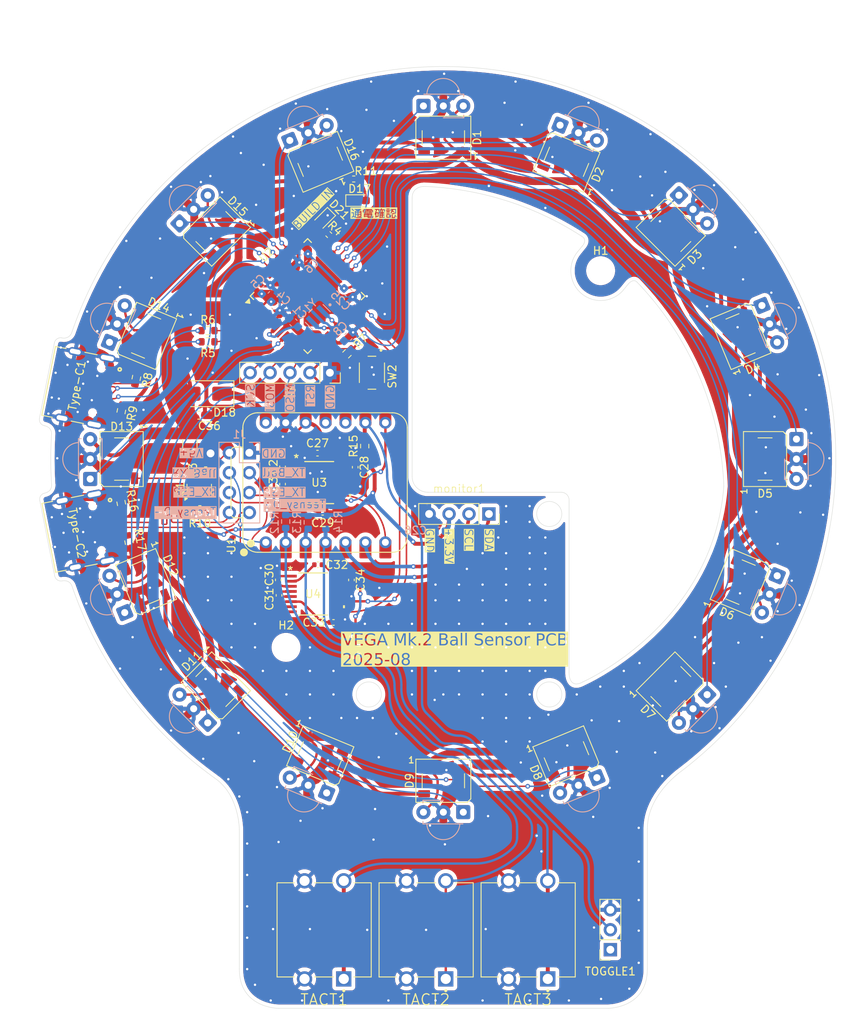
<source format=kicad_pcb>
(kicad_pcb (version 20241229) (generator "pcbnew") (generator_version "9.0")
  (layers (0 "F.Cu" signal) (2 "B.Cu" signal) (13 "F.Paste" user) (15 "B.Paste" user) (5 "F.SilkS" user "F.Silkscreen") (7 "B.SilkS" user "B.Silkscreen") (1 "F.Mask" user) (3 "B.Mask" user) (25 "Edge.Cuts" user))
  (net 0 "")
  (net 1 "Ball1")
  (net 2 "GND")
  (net 3 "+5V")
  (net 4 "Ball2")
  (net 5 "Ball3")
  (net 6 "Ball4")
  (net 7 "Ball5")
  (net 8 "Ball6")
  (net 9 "Ball7")
  (net 10 "Ball8")
  (net 11 "Ball9")
  (net 12 "Ball13")
  (net 13 "Ball10")
  (net 14 "Ball14")
  (net 15 "Ball11")
  (net 16 "Ball15")
  (net 17 "Ball12")
  (net 18 "Ball16")
  (net 19 "RX_Ball RS232C")
  (net 20 "RX_ESP RS232C")
  (net 21 "Net-(Type-C1-CC2)")
  (net 22 "+3.3V")
  (net 24 "TX_Ball RC232C")
  (net 25 "TX_ESP RC232C")
  (net 26 "SPI_RESET")
  (net 27 "Net-(U2-UCAP)")
  (net 29 "Net-(Type-C1-CC1)")
  (net 31 "XTAL1")
  (net 32 "NeoPixel ESP A0")
  (net 33 "XTAL2")
  (net 35 "Net-(D2-DOUT)")
  (net 36 "NeoPixel A0")
  (net 37 "Net-(D3-DOUT)")
  (net 38 "Net-(D4-DOUT)")
  (net 39 "Net-(D5-DOUT)")
  (net 40 "Net-(D6-DOUT)")
  (net 41 "Net-(D7-DOUT)")
  (net 42 "Net-(D1-DOUT)")
  (net 43 "NeoPixel connect")
  (net 44 "Net-(D10-DOUT)")
  (net 45 "Net-(D11-DOUT)")
  (net 46 "Net-(D13-DOUT)")
  (net 47 "Net-(D14-DOUT)")
  (net 48 "Net-(D15-DOUT)")
  (net 49 "Net-(D10-DIN)")
  (net 50 "A2")
  (net 51 "A3")
  (net 52 "Net-(D17-A)")
  (net 53 "TX_ESP")
  (net 54 "A1")
  (net 55 "RX_Ball")
  (net 56 "TX_Ball")
  (net 57 "D8")
  (net 58 "RX_ESP")
  (net 59 "D+_Ballusb2")
  (net 60 "D-_Ballusb2")
  (net 62 "Net-(Type-C2-CC2)")
  (net 66 "Net-(Type-C2-CC1)")
  (net 67 "D+_Ballusb1")
  (net 68 "D-_Ballusb1")
  (net 73 "Net-(D18-K)")
  (net 81 "Net-(U2-PC7)")
  (net 82 "C2+")
  (net 84 "C2-")
  (net 87 "C1-")
  (net 88 "V+")
  (net 90 "C1+")
  (net 91 "V-")
  (net 96 "Net-(D21-A)")
  (net 97 "SCL(monitor)")
  (net 98 "SDA(monitor)")
  (net 99 "D-_Teensy usb")
  (net 100 "D+_Teensy usb")
  (net 101 "Net-(D1-DIN)")
  (net 103 "2C1-")
  (net 104 "2C1+")
  (net 105 "2C2-")
  (net 106 "2C2+")
  (net 107 "2V+")
  (net 108 "2V-")
  (footprint "Capacitor_SMD:C_0402_1005Metric" (layer "F.Cu") (at 129.51 103.19 90)
    (property "Reference" "C3")
    (property "Value" "0.1uF")
  )
  (footprint "Resistor_SMD:R_0603_1608Metric" (layer "F.Cu") (at 110.88 89.66 -101.25)
    (property "Reference" "R8")
    (property "Value" "5.1kΩ")
  )
  (footprint "RS232C ADM3202ARUZ:RU_16_ADI" (layer "F.Cu") (at 133.3994 117.195002)
    (property "Reference" "U4")
    (property "Value" "ADM3202ARUZ-REEL7")
  )
  (footprint "LED_SMD:LED_WS2812B_PLCC4_5.0x5.0mm_P3.2mm" (layer "F.Cu") (at 121.008622 128.991378 -45)
    (property "Reference" "D11")
    (property "Value" "WS2812B")
  )
  (footprint "LED_SMD:LED_WS2812B_PLCC4_5.0x5.0mm_P3.2mm" (layer "F.Cu") (at 134.309979 137.879061 -22.5)
    (property "Reference" "D10")
    (property "Value" "WS2812B")
  )
  (footprint "LED_SMD:LED_WS2812B_PLCC4_5.0x5.0mm_P3.2mm" (layer "F.Cu") (at 165.690021 137.879061 22.5)
    (property "Reference" "D8")
    (property "Value" "WS2812B")
  )
  (footprint "Type-C:NELTRON_5077CR-16SMC2-BK-TR" (layer "F.Cu") (at 105.857018 91.259454 -101.25)
    (property "Reference" "Type-C1")
    (property "Value" "5077CR-16SMC2-BK-TR")
  )
  (footprint "Capacitor_SMD:C_0402_1005Metric" (layer "F.Cu") (at 129.51 100.99 90)
    (property "Reference" "C2")
    (property "Value" "0.1uF")
  )
  (footprint "Capacitor_SMD:C_0402_1005Metric" (layer "F.Cu") (at 136 120.82 180)
    (property "Reference" "C33")
    (property "Value" "0.1uF")
  )
  (footprint "Package_QFP:TQFP-44_10x10mm_P0.8mm" (layer "F.Cu") (at 132.70675 79.232233 45)
    (property "Reference" "U2")
    (property "Value" "ATmega32U4-A")
  )
  (footprint "Resistor_SMD:R_0603_1608Metric" (layer "F.Cu") (at 108.96 93.9 -101.25)
    (property "Reference" "R9")
    (property "Value" "5.1kΩ")
  )
  (footprint "MAIN:Big tact switch MAIN" (layer "F.Cu") (at 160.81 160 90)
    (property "Reference" "TACT3")
    (property "Value" "SW_MEC_5G")
  )
  (footprint "LED_SMD:LED_WS2812B_PLCC4_5.0x5.0mm_P3.2mm" (layer "F.Cu") (at 165.690021 62.120939 157.5)
    (property "Reference" "D2")
    (property "Value" "WS2812B")
  )
  (footprint "LED_SMD:LED_WS2812B_PLCC4_5.0x5.0mm_P3.2mm" (layer "F.Cu") (at 178.991378 128.991378 45)
    (property "Reference" "D7")
    (property "Value" "WS2812B")
  )
  (footprint "Resistor_SMD:R_0603_1608Metric" (layer "F.Cu") (at 120.001 83.633 180)
    (property "Reference" "R6")
    (property "Value" "22Ω")
  )
  (footprint "Capacitor_SMD:C_1206_3216Metric" (layer "F.Cu") (at 117.7 98.2 -90)
    (property "Reference" "C35" (hide yes))
    (property "Value" "100uF")
  )
  (footprint "Capacitor_SMD:C_0402_1005Metric" (layer "F.Cu") (at 133.96 99.25 180)
    (property "Reference" "C27")
    (property "Value" "0.1uF")
  )
  (footprint "LED_SMD:LED_WS2812B_PLCC4_5.0x5.0mm_P3.2mm" (layer "F.Cu") (at 187.879061 84.309979 112.5)
    (property "Reference" "D4")
    (property "Value" "WS2812B")
  )
  (footprint "LED_SMD:LED_WS2812B_PLCC4_5.0x5.0mm_P3.2mm" (layer "F.Cu") (at 191 100 90)
    (property "Reference" "D5")
    (property "Value" "WS2812B")
  )
  (footprint "LED_SMD:LED_WS2812B_PLCC4_5.0x5.0mm_P3.2mm" (layer "F.Cu") (at 109 100 -90)
    (property "Reference" "D13")
    (property "Value" "WS2812B")
  )
  (footprint "LED_SMD:LED_WS2812B_PLCC4_5.0x5.0mm_P3.2mm" (layer "F.Cu") (at 150 141)
    (property "Reference" "D9")
    (property "Value" "WS2812B")
  )
  (footprint "MountingHole:MountingHole_3.2mm_M3" (layer "F.Cu") (at 170.049 76)
    (property "Reference" "H1")
    (property "Value" "MountingHole")
  )
  (footprint "LED_SMD:LED_WS2812B_PLCC4_5.0x5.0mm_P3.2mm" (layer "F.Cu") (at 150 59.05 180)
    (property "Reference" "D1")
    (property "Value" "WS2812B")
  )
  (footprint "Type-C:NELTRON_5077CR-16SMC2-BK-TR" (layer "F.Cu") (at 105.87234 108.817576 -78.75)
    (property "Reference" "Type-C2")
    (property "Value" "5077CR-16SMC2-BK-TR")
  )
  (footprint "MountingHole:MountingHole_3.2mm_M3" (layer "F.Cu") (at 129.951 124)
    (property "Reference" "H2")
    (property "Value" "MountingHole")
  )
  (footprint "LED_SMD:LED_WS2812B_PLCC4_5.0x5.0mm_P3.2mm" (layer "F.Cu") (at 112.120939 84.309979 -112.5)
    (property "Reference" "D14")
    (property "Value" "WS2812B")
  )
  (footprint "Diode_SMD:D_SMA" (layer "F.Cu") (at 119.8 91.67 180)
    (property "Reference" "D18")
    (property "Value" "SS14")
  )
  (footprint "LED_SMD:LED_WS2812B_PLCC4_5.0x5.0mm_P3.2mm" (layer "F.Cu") (at 178.991378 71.008622 135)
    (property "Reference" "D3")
    (property "Value" "WS2812B")
  )
  (footprint "Capacitor_SMD:C_0603_1608Metric" (layer "F.Cu") (at 118.84 94.41)
    (property "Reference" "C36")
    (property "Value" "47uF")
  )
  (footprint "MAIN:Big tact switch MAIN" (layer "F.Cu") (at 147.81 160 90)
    (property "Reference" "TACT2")
    (property "Value" "SW_MEC_5G")
  )
  (footprint "Capacitor_SMD:C_0402_1005Metric" (layer "F.Cu") (at 129.06 117.37 90)
    (property "Reference" "C31")
    (property "Value" "0.1uF")
  )
  (footprint "LED_SMD:LED_0603_1608Metric_Pad1.05x0.95mm_HandSolder" (layer "F.Cu") (at 139.23 67.06)
    (property "Reference" "D17")
    (property "Value" "LED")
  )
  (footprint "SSD1306:SSD1306 (akizuki)" (layer "F.Cu") (at 152 107)
    (property "Reference" "monitor1")
    (property "Value" "Conn_01x04_Pin")
  )
  (footprint "Resistor_SMD:R_0603_1608Metric" (layer "F.Cu") (at 137.716637 86.583363 -135)
    (property "Reference" "R7")
    (property "Value" "10kΩ")
  )
  (footprint "LED_SMD:LED_WS2812B_PLCC4_5.0x5.0mm_P3.2mm" (layer "F.Cu") (at 187.879061 115.690021 67.5)
    (property "Reference" "D6")
    (property "Value" "WS2812B")
  )
  (footprint "Resistor_SMD:R_0603_1608Metric" (layer "F.Cu") (at 139.98 98.35 90)
    (property "Reference" "R15")
    (property "Value" "1kΩ")
  )
  (footprint "Resistor_SMD:R_0402_1005Metric" (layer "F.Cu") (at 119.71 101.38 180)
    (property "Reference" "R3")
    (property "Value" "10k")
  )
  (footprint "Connector_PinSocket_2.54mm:PinSocket_1x05_P2.54mm_Vertical" (layer "F.Cu") (at 135.54 89 -90)
    (property "Reference" "J2")
    (property "Value" "Conn_01x05_Pin")
  )
  (footprint "LED_SMD:LED_WS2812B_PLCC4_5.0x5.0mm_P3.2mm" (layer "F.Cu") (at 134.309979 62.120939 -157.5)
    (property "Reference" "D16")
    (property "Value" "WS2812B")
  )
  (footprint "MAIN:Big tact switch MAIN" (layer "F.Cu") (at 134.81 160 90)
    (property "Reference" "TACT1")
    (property "Value" "SW_MEC_5G")
  )
  (footprint "Capacitor_SMD:C_0402_1005Metric" (layer "F.Cu") (at 138.77 101.04 -90)
    (property "Reference" "C28")
    (property "Value" "0.1uF")
  )
  (footprint "Button:Reset switch" (layer "F.Cu") (at 140.9 89 -90)
    (property "Reference" "SW2")
    (property "Value" "SW_MEC_5G")
  )
  (footprint "Capacitor_SMD:C_0402_1005Metric" (layer "F.Cu") (at 138.29 115.41 -90)
    (property "Reference" "C34")
    (property "Value" "0.1uF")
  )
  (footprint "Resistor_SMD:R_0402_1005Metric" (layer "F.Cu") (at 135.4 71.4 135)
    (property "Reference" "R4")
    (property "Value" "100")
  )
  (footprint "Resistor_SMD:R_0402_1005Metric" (layer "F.Cu") (at 138.58 64.31)
    (property "Reference" "R11")
    (property "Value" "150Ω")
  )
  (footprint "ESP32:XIAO-ESP32S3-DIP" (layer "F.Cu") (at 134.99 102.992 90)
    (property "Reference" "U1")
    (property "Value" "XIAO ESP32 S3")
  )
  (footprint "LED_SMD:LED_0603_1608Metric" (layer "F.Cu") (at 134.7 69.5 -135)
    (property "Reference" "D21")
    (property "Value" "LED")
  )
  (footprint "Resistor_SMD:R_0603_1608Metric" (layer "F.Cu") (at 108.95 105.6 -78.75)
    (property "Reference" "R16")
    (property "Value" "5.1kΩ")
  )
  (footprint "RS232C ADM3202ARUZ:RU_16_ADI" (layer "F.Cu") (at 134.1815 103)
    (property "Reference" "U3")
    (property "Value" "ADM3202ARUZ-REEL7")
  )
  (footprint "Capacitor_SMD:C_0402_1005Metric" (layer "F.Cu") (at 134.04 113.47 180)
    (property "Reference" "C32")
    (property "Value" "0.1uF")
  )
  (footprint "LED_SMD:LED_WS2812B_PLCC4_5.0x5.0mm_P3.2mm" (layer "F.Cu") (at 121.008622 71.008622 -135)
    (property "Reference" "D15")
    (property "Value" "WS2812B")
  )
  (footprint "Resistor_SMD:R_0402_1005Metric" (layer "F.Cu") (at 118.97 106.32)
    (property "Reference" "R10")
    (property "Value" "10k")
  )
  (footprint "Capacitor_SMD:C_0402_1005Metric" (layer "F.Cu") (at 128.97 115.4 90)
    (property "Reference" "C30")
    (property "Value" "0.1uF")
  )
  (footprint "Resistor_SMD:R_0603_1608Metric" (layer "F.Cu") (at 109.95 110.55 -78.75)
    (property "Reference" "R17")
    (property "Value" "5.1kΩ")
  )
  (footprint "Package_TO_SOT_SMD:SOT-23" (layer "F.Cu") (at 118.89 103.8625 90)
    (property "Reference" "Q1")
    (property "Value" "BSS138")
  )
  (footprint "Connector_PinSocket_2.54mm:PinSocket_1x03_P2.54mm_Vertical" (layer "F.Cu") (at 171.285 162.525 180)
    (property "Reference" "TOGGLE1")
    (property "Value" "Conn_01x03_Pin")
  )
  (footprint "Capacitor_SMD:C_0402_1005Metric" (layer "F.Cu") (at 134.62 106.78 180)
    (property "Reference" "C29")
    (property "Value" "0.1uF")
  )
  (footprint "Resistor_SMD:R_0603_1608Metric" (layer "F.Cu") (at 120.004 85.057 180)
    (property "Reference" "R5")
    (property "Value" "22Ω")
  )
  (footprint "LED_SMD:LED_WS2812B_PLCC4_5.0x5.0mm_P3.2mm" (layer "F.Cu") (at 112.120939 115.690021 -67.5)
    (property "Reference" "D12")
    (property "Value" "WS2812B")
  )
  (footprint "16MHz crystal:OSC_CSTCE16M0V53-R0" (layer "B.Cu") (at 134 81.9 -135)
    (property "Reference" "Y1")
    (property "Value" "CSTCE16M0V53-R0")
  )
  (footprint "BALLSensor:TSSP4038" (layer "B.Cu") (at 169.567408 140.602563 -157.5)
    (property "Reference" "A14" (hide yes))
    (property "Value" "TSSP4038" (hide yes))
  )
  (footprint "Resistor_SMD:R_0603_1608Metric" (layer "B.Cu") (at 132.78 108.06 -90)
    (property "Reference" "R13")
    (property "Value" "1kΩ")
  )
  (footprint "BALLSensor:TSSP4038" (layer "B.Cu") (at 190.602563 80.432592 -67.5)
    (property "Reference" "A2" (hide yes))
    (property "Value" "TSSP4038" (hide yes))
  )
  (footprint "Resistor_SMD:R_0603_1608Metric" (layer "B.Cu") (at 129.91 107.96 -90)
    (property "Reference" "R12")
    (property "Value" "1kΩ")
  )
  (footprint "BALLSensor:TSSP4038" (layer "B.Cu") (at 183.615856 130.023754 -135)
    (property "Reference" "A15" (hide yes))
    (property "Value" "TSSP4038" (hide yes))
  )
  (footprint "Connector_PinHeader_2.54mm:PinHeader_2x04_P2.54mm_Vertical" (layer "B.Cu") (at 125.275 99.2 180)
    (property "Reference" "J1")
    (property "Value" "Conn_02x04_Odd_Even")
  )
  (footprint "BALLSensor:TSSP4038" (layer "B.Cu") (at 109.397437 119.567408 112.5)
    (property "Reference" "A10" (hide yes))
    (property "Value" "TSSP4038" (hide yes))
  )
  (footprint "Capacitor_SMD:C_0603_1608Metric" (layer "B.Cu") (at 137.9 84.4 -135)
    (property "Reference" "C8")
    (property "Value" "4.7uF")
  )
  (footprint "Capacitor_SMD:C_0603_1608Metric" (layer "B.Cu") (at 137.9 78.8 -45)
    (property "Reference" "C25")
    (property "Value" "0.1uF")
  )
  (footprint "BALLSensor:TSSP4038" (layer "B.Cu") (at 116.384144 69.976246 45)
    (property "Reference" "A7" (hide yes))
    (property "Value" "TSSP4038" (hide yes))
  )
  (footprint "BALLSensor:TSSP4038" (layer "B.Cu") (at 119.976246 133.615856 135)
    (property "Reference" "A11" (hide yes))
    (property "Value" "TSSP4038" (hide yes))
  )
  (footprint "BALLSensor:TSSP4038" (layer "B.Cu") (at 135.1259 142.546595 157.5)
    (property "Reference" "A12" (hide yes))
    (property "Value" "TSSP4038" (hide yes))
  )
  (footprint "Capacitor_SMD:C_0603_1608Metric" (layer "B.Cu") (at 132.2 74.4 45)
    (property "Reference" "C6")
    (property "Value" "0.1uF")
  )
  (footprint "Capacitor_SMD:C_0603_1608Metric_Pad1.08x0.95mm_HandSolder" (layer "B.Cu") (at 149.473 109.189 180)
    (property "Reference" "C26")
    (property "Value" "0.1μF")
  )
  (footprint "BALLSensor:TSSP4038" (layer "B.Cu") (at 130.432592 59.397437 22.5)
    (property "Reference" "A6" (hide yes))
    (property "Value" "TSSP4038" (hide yes))
  )
  (footprint "BALLSensor:TSSP4038" (layer "B.Cu") (at 180.023754 66.384144 -45)
    (property "Reference" "A3" (hide yes))
    (property "Value" "TSSP4038" (hide yes))
  )
  (footprint "BALLSensor:TSSP4038" (layer "B.Cu") (at 195 97.46 -90)
    (property "Reference" "A1" (hide yes))
    (property "Value" "TSSP4038" (hide yes))
  )
  (footprint "BALLSensor:TSSP4038" (layer "B.Cu") (at 105 102.54 90)
    (property "Reference" "A9" (hide yes))
    (property "Value" "TSSP4038" (hide yes))
  )
  (footprint "BALLSensor:TSSP4038" (layer "B.Cu") (at 192.546595 114.8741 -112.5)
    (property "Reference" "A16" (hide yes))
    (property "Value" "TSSP4038" (hide yes))
  )
  (footprint "Capacitor_SMD:C_0603_1608Metric" (layer "B.Cu") (at 130.9 82.6 135)
    (property "Reference" "C1")
    (property "Value" "1uF")
  )
  (footprint "BALLSensor:TSSP4038" (layer "B.Cu") (at 164.8741 57.453405 -22.5)
    (property "Reference" "A4" (hide yes))
    (property "Value" "TSSP4038" (hide yes))
  )
  (footprint "BALLSensor:TSSP4038" (layer "B.Cu") (at 107.453405 85.1259 67.5)
    (property "Reference" "A8" (hide yes))
    (property "Value" "TSSP4038" (hide yes))
  )
  (footprint "BALLSensor:TSSP4038" (layer "B.Cu") (at 147.46 55)
    (property "Reference" "A5" (hide yes))
    (property "Value" "TSSP4038" (hide yes))
  )
  (footprint "Capacitor_SMD:C_0603_1608Metric" (layer "B.Cu") (at 128.6 80.5 135)
    (property "Reference" "C4")
    (property "Value" "0.1uF")
  )
  (footprint "Capacitor_SMD:C_0603_1608Metric" (layer "B.Cu") (at 127.4 78.4 -135)
    (property "Reference" "C5")
    (property "Value" "0.1uF")
  )
  (footprint "BALLSensor:TSSP4038" (layer "B.Cu") (at 152.54 145 180)
    (property "Reference" "A13" (hide yes))
    (property "Value" "TSSP4038" (hide yes))
  )
  (footprint "Resistor_SMD:R_0603_1608Metric" (layer "B.Cu") (at 135.03 108.05 -90)
    (property "Reference" "R14")
    (property "Value" "1kΩ")
  )
  (gr_circle (center 150 100) (end 150 52) (stroke (width 1)) (fill no) (layer "F.Cu") (net 2))
  (gr_curve (pts (xy 174.667999 77.435) (xy 174.198108 76.954932) (xy 173.61099 77.634803) (xy 173.583155 77.678926)) (stroke (width 0.05)) (layer "Edge.Cuts"))
  (gr_arc (start 99.15241 95.747773) (mid 98.645194 95.404792) (end 98.529063 94.803612) (stroke (width 0.05)) (layer "Edge.Cuts"))
  (gr_arc (start 147.53 65.254807) (mid 158.084104 67.098253) (end 167.763253 71.69189) (stroke (width 0.05)) (layer "Edge.Cuts"))
  (gr_line (start 146.02587 66.73) (end 146.02587 102.23) (stroke (width 0.05)) (layer "Edge.Cuts"))
  (gr_curve (pts (xy 167.710976 72.850882) (xy 168.353701 72.084913) (xy 167.763243 71.691883) (xy 167.763253 71.691883)) (stroke (width 0.05)) (layer "Edge.Cuts"))
  (gr_line (start 167.112608 73.58803) (end 167.710976 72.850882) (stroke (width 0.05)) (layer "Edge.Cuts"))
  (gr_line (start 100.472907 114.896131) (end 98.569947 105.282664) (stroke (width 0.05)) (layer "Edge.Cuts"))
  (gr_curve (pts (xy 101.372709 84.56091) (xy 102.358952 84.756193) (xy 102.64 83.9) (xy 102.64 83.9)) (stroke (width 0.05)) (layer "Edge.Cuts"))
  (gr_curve (pts (xy 99.16966 104.348576) (xy 100.150615 104.154342) (xy 100.085087 103.274299) (xy 100.085087 103.274299)) (stroke (width 0.05)) (layer "Edge.Cuts"))
  (gr_arc (start 120.798837 140.609664) (mid 109.822479 129.792945) (end 102.659868 116.148208) (stroke (width 0.05)) (layer "Edge.Cuts"))
  (gr_arc (start 102.639412 83.9) (mid 179.180989 59.371129) (end 180.383001 139.737999) (stroke (width 0.05)) (layer "Edge.Cuts"))
  (gr_line (start 129 170) (end 171 170) (stroke (width 0.05)) (layer "Edge.Cuts"))
  (gr_curve (pts (xy 176 147.114) (xy 176.003772 142.736199) (xy 180.383 139.738) (xy 180.383 139.738)) (stroke (width 0.05)) (layer "Edge.Cuts"))
  (gr_arc (start 100.432558 85.190287) (mid 100.772285 84.680887) (end 101.372709 84.56091) (stroke (width 0.05)) (layer "Edge.Cuts"))
  (gr_line (start 148.02587 104.229999) (end 165.02587 104.229999) (stroke (width 0.05)) (layer "Edge.Cuts"))
  (gr_line (start 100.43256 85.190251) (end 98.529063 94.803612) (stroke (width 0.05)) (layer "Edge.Cuts"))
  (gr_arc (start 100.075826 103.274907) (mid 99.968541 100.035536) (end 100.071224 96.796016) (stroke (width 0.05)) (layer "Edge.Cuts"))
  (gr_arc (start 165.02587 104.229999) (mid 165.732977 104.522892) (end 166.02587 105.229999) (stroke (width 0.05)) (layer "Edge.Cuts"))
  (gr_line (start 172.985535 78.411798) (end 173.583155 77.678926) (stroke (width 0.05)) (layer "Edge.Cuts"))
  (gr_arc (start 172.985535 78.411798) (mid 167.637116 78.936465) (end 167.112608 73.58803) (stroke (width 0.05)) (layer "Edge.Cuts"))
  (gr_curve (pts (xy 124 165) (xy 124 170) (xy 129 170) (xy 129 170)) (stroke (width 0.05)) (layer "Edge.Cuts"))
  (gr_curve (pts (xy 120.795 140.615) (xy 124 142.73) (xy 124.001 147.213) (xy 124 147.215)) (stroke (width 0.05)) (layer "Edge.Cuts"))
  (gr_circle (center 140.5 130) (end 142.1 130) (stroke (width 0.05)) (fill no) (layer "Edge.Cuts"))
  (gr_curve (pts (xy 185.747387 103.450034) (xy 184.4 121.06) (xy 167.84 128.37) (xy 167.84 128.37)) (stroke (width 0.05)) (layer "Edge.Cuts"))
  (gr_arc (start 174.667999 77.435002) (mid 182.598977 89.42409) (end 185.747387 103.45) (stroke (width 0.05)) (layer "Edge.Cuts"))
  (gr_line (start 166.02587 105.237873) (end 166.02587 127.237873) (stroke (width 0.05)) (layer "Edge.Cuts"))
  (gr_curve (pts (xy 99.15241 95.747773) (xy 100.133577 95.942049) (xy 100.071224 96.796016) (xy 100.071224 96.796016)) (stroke (width 0.05)) (layer "Edge.Cuts"))
  (gr_arc (start 98.565791 105.283478) (mid 98.679887 104.694699) (end 99.16966 104.348576) (stroke (width 0.05)) (layer "Edge.Cuts"))
  (gr_circle (center 163.5 107) (end 165.1 107) (stroke (width 0.05)) (fill no) (layer "Edge.Cuts"))
  (gr_arc (start 101.41 115.53) (mid 100.810157 115.407151) (end 100.472871 114.896131) (stroke (width 0.05)) (layer "Edge.Cuts"))
  (gr_curve (pts (xy 146.02587 66.73) (xy 146.0259 65.226357) (xy 147.53 65.26) (xy 147.53 65.26)) (stroke (width 0.05)) (layer "Edge.Cuts"))
  (gr_circle (center 163.5 130) (end 165.1 130) (stroke (width 0.05)) (fill no) (layer "Edge.Cuts"))
  (gr_curve (pts (xy 176 165) (xy 176 170) (xy 171 170) (xy 171 170)) (stroke (width 0.05)) (layer "Edge.Cuts"))
  (gr_line (start 176 165) (end 176 147.114) (stroke (width 0.05)) (layer "Edge.Cuts"))
  (gr_line (start 124 147.215) (end 124 165) (stroke (width 0.05)) (layer "Edge.Cuts"))
  (gr_curve (pts (xy 167.84 128.37) (xy 165.96 129.44) (xy 166.02587 127.237873) (xy 166.02587 127.237873)) (stroke (width 0.05)) (layer "Edge.Cuts"))
  (gr_curve (pts (xy 101.41 115.53) (xy 102.393811 115.346119) (xy 102.659868 116.148205) (xy 102.659868 116.148205)) (stroke (width 0.05)) (layer "Edge.Cuts"))
  (gr_arc (start 148.02587 104.23) (mid 146.611676 103.644203) (end 146.02587 102.23) (stroke (width 0.05)) (layer "Edge.Cuts"))
  (gr_text "SDA" (at 155.228 108.81 270) (layer "F.SilkS" knockout) (effects (font (size 1 1) (thickness 0.1)) (justify left bottom)))
  (gr_text "GND" (at 147.656 108.798 270) (layer "F.SilkS" knockout) (effects (font (size 1 1) (thickness 0.1)) (justify left bottom)))
  (gr_text "+3.3V" (at 150.138 108.745 270) (layer "F.SilkS" knockout) (effects (font (size 1 1) (thickness 0.1)) (justify left bottom)))
  (gr_text "SCL" (at 152.642 108.81 270) (layer "F.SilkS" knockout) (effects (font (size 1 1) (thickness 0.1)) (justify left bottom)))
  (gr_text "VEGA Mk.2 Ball Sensor PCB\n2025-08" (at 137.11 126.52 0) (layer "F.SilkS" knockout) (effects (font (size 1.5 1.5) (thickness 0.1)) (justify left bottom)))
  (gr_text "BUILD IN" (at 131.458 70.921 45) (layer "F.SilkS" knockout) (effects (font (size 1 1) (thickness 0.1)) (justify left bottom)))
  (gr_text "通電確認" (at 138.15 69.36 0) (layer "F.SilkS" knockout) (effects (font (size 1 1) (thickness 0.1) (bold yes)) (justify left bottom)))
  (gr_text "+5V" (at 116.23 98.61 180) (layer "B.SilkS" knockout) (effects (font (size 1 1) (thickness 0.1)) (justify left bottom mirror)))
  (gr_text "SCK" (at 126.02 90.35 90) (layer "B.SilkS" knockout) (effects (font (size 1 1) (thickness 0.1)) (justify left bottom mirror)))
  (gr_text "Teensy_D-" (at 121.11 107.29 0) (layer "B.SilkS" knockout) (effects (font (size 1 1) (thickness 0.1)) (justify left bottom mirror)))
  (gr_text "RST" (at 133.64 90.45 90) (layer "B.SilkS" knockout) (effects (font (size 1 1) (thickness 0.1)) (justify left bottom mirror)))
  (gr_text "GND" (at 129.98 99.91 0) (layer "B.SilkS" knockout) (effects (font (size 1 1) (thickness 0.1)) (justify left bottom mirror)))
  (gr_text "RX_ESP" (at 121.19 104.79 0) (layer "B.SilkS" knockout) (effects (font (size 1 1) (thickness 0.1)) (justify left bottom mirror)))
  (gr_text "RX_Ball" (at 115.33 101.18 180) (layer "B.SilkS" knockout) (effects (font (size 1 1) (thickness 0.1)) (justify left bottom mirror)))
  (gr_text "TX_ESP" (at 132.45 104.82 0) (layer "B.SilkS" knockout) (effects (font (size 1 1) (thickness 0.1)) (justify left bottom mirror)))
  (gr_text "MISO" (at 131.07 90.33 90) (layer "B.SilkS" knockout) (effects (font (size 1 1) (thickness 0.1)) (justify left bottom mirror)))
  (gr_text "TX_Ball" (at 132.45 102.32 0) (layer "B.SilkS" knockout) (effects (font (size 1 1) (thickness 0.1)) (justify left bottom mirror)))
  (gr_text "Teensy_D+" (at 135.04 106.35 0) (layer "B.SilkS" knockout) (effects (font (size 1 1) (thickness 0.1)) (justify left bottom mirror)))
  (gr_text "MOSI" (at 128.52 90.31 90) (layer "B.SilkS" knockout) (effects (font (size 1 1) (thickness 0.1)) (justify left bottom mirror)))
  (gr_text "GND" (at 136.18 90.51 90) (layer "B.SilkS" knockout) (effects (font (size 1 1) (thickness 0.1)) (justify left bottom mirror)))
  (segment (start 137.8748 76.318201) (end 138.842 75.351) (width 0.18) (layer "F.Cu") (net 1))
  (segment (start 137.86863 76.333095) (end 137.8748 76.318201) (width 0.18) (layer "F.Cu") (net 1))
  (via (at 138.842 75.351) (size 0.6) (drill 0.3) (layers "F.Cu" "B.Cu") (net 1))
  (segment (start 153.412111 62.872) (end 146.124 62.872) (width 0.18) (layer "B.Cu") (net 1))
  (segment (start 141.258938 72.934062) (end 138.842 75.351) (width 0.18) (layer "B.Cu") (net 1))
  (segment (start 144.920489 63.37051) (end 143.991 64.3) (width 0.18) (layer "B.Cu") (net 1))
  (segment (start 192.668669 91.831669) (end 170.99 70.153) (width 0.18) (layer "B.Cu") (net 1))
  (segment (start 143.265 66.052721) (end 143.265 68.091) (width 0.18) (layer "B.Cu") (net 1))
  (arc (start 195 97.46) (mid 194.394107 94.413969) (end 192.668669 91.831669) (width 0.18) (layer "B.Cu") (net 1))
  (arc (start 146.124 62.872) (mid 145.472665 63.001559) (end 144.920489 63.37051) (width 0.18) (layer "B.Cu") (net 1))
  (arc (start 170.99 70.153) (mid 162.925196 64.76427) (end 153.412111 62.872) (width 0.18) (layer "B.Cu") (net 1))
  (arc (start 143.991 64.3) (mid 143.985119 64.329564) (end 143.968373 64.354628) (width 0.18) (layer "B.Cu") (net 1))
  (arc (start 143.968373 64.354628) (mid 143.447801 65.13372) (end 143.265 66.052721) (width 0.18) (layer "B.Cu") (net 1))
  (arc (start 143.265 68.091) (mid 142.743641 70.712046) (end 141.258938 72.934062) (width 0.18) (layer "B.Cu") (net 1))
  (segment (start 184.497 66.703) (end 184.782 66.988) (width 1) (layer "F.Cu") (net 2))
  (segment (start 116.925 65.252) (end 117.694 64.483) (width 1) (layer "F.Cu") (net 2))
  (segment (start 105.51994 104.483039) (end 105.51994 104.698645) (width 1) (layer "F.Cu") (net 2))
  (segment (start 105.51994 104.698645) (end 105.522374 104.785425) (width 1) (layer "F.Cu") (net 2))
  (segment (start 128.648008 77.851992) (end 127.948008 77.851992) (width 0.3) (layer "F.Cu") (net 2))
  (segment (start 125.275 99.2) (end 125.275 98.775) (width 1) (layer "F.Cu") (net 2))
  (segment (start 108.682605 83.056544) (end 108.796003 83.19871) (width 1) (layer "F.Cu") (net 2))
  (segment (start 192.652219 97.714333) (end 192.664684 97.892071) (width 1) (layer "F.Cu") (net 2))
  (segment (start 181.890516 128.425693) (end 181.799843 128.519379) (width 1) (layer "F.Cu") (net 2))
  (segment (start 150 53.147) (end 150.244 53.147) (width 1) (layer "F.Cu") (net 2))
  (segment (start 137.330981 68.084018) (end 138.355 67.06) (width 0.3) (layer "F.Cu") (net 2))
  (segment (start 108.791018 94.428982) (end 108.17 95.05) (width 0.5) (layer "F.Cu") (net 2))
  (segment (start 131.449082 75.050918) (end 128.648008 77.851992) (width 0.3) (layer "F.Cu") (net 2))
  (segment (start 193.581212 117.658788) (end 193.852212 117.658788) (width 1) (layer "F.Cu") (net 2))
  (segment (start 132.350303 56.432697) (end 129.980303 56.432697) (width 1) (layer "F.Cu") (net 2))
  (segment (start 178.425693 68.109484) (end 178.502948 68.183036) (width 1) (layer "F.Cu") (net 2))
  (segment (start 183.144 66.856) (end 183.297 66.703) (width 1) (layer "F.Cu") (net 2))
  (segment (start 107.232692 87.594866) (end 107.311429 87.784963) (width 1) (layer "F.Cu") (net 2))
  (segment (start 178.854021 68.387555) (end 181.319194 68.387555) (width 1) (layer "F.Cu") (net 2))
  (segment (start 126.4135 77.464466) (end 126.923599 77.974565) (width 0.3) (layer "F.Cu") (net 2))
  (segment (start 150.244 53.147) (end 151.275 52.116) (width 1) (layer "F.Cu") (net 2))
  (segment (start 135.54 89) (end 135.54 88.062) (width 0.3) (layer "F.Cu") (net 2))
  (segment (start 106 119.176) (end 106.009 119.185) (width 1) (layer "F.Cu") (net 2))
  (segment (start 110.303818 89.156182) (end 110.08 89.38) (width 0.5) (layer "F.Cu") (net 2))
  (segment (start 116.5 133.5) (end 116.5 134.374) (width 1) (layer "F.Cu") (net 2))
  (segment (start 136.2188 115.570004) (end 137.517461 115.570004) (width 0.3) (layer "F.Cu") (net 2))
  (segment (start 103.95 113.55) (end 104.75 113.55) (width 1) (layer "F.Cu") (net 2))
  (segment (start 108.313431 94.08) (end 107.78 94.08) (width 0.5) (layer "F.Cu") (net 2))
  (segment (start 103 104.85) (end 105.152979 104.85) (width 1) (layer "F.Cu") (net 2))
  (segment (start 138.29 115.89) (end 138.29 117.49) (width 0.3) (layer "F.Cu") (net 2))
  (segment (start 132.55 144.26) (end 131.488 144.26) (width 1) (layer "F.Cu") (net 2))
  (segment (start 107.358839 112.922296) (end 107.444316 112.860185) (width 1) (layer "F.Cu") (net 2))
  (segment (start 150.317104 144.031679) (end 151.167592 143.181191) (width 1) (layer "F.Cu") (net 2))
  (segment (start 150.01611 144.737909) (end 150.038202 144.617922) (width 1) (layer "F.Cu") (net 2))
  (segment (start 107.53906 112.67421) (end 107.541166 112.62138) (width 1) (layer "F.Cu") (net 2))
  (segment (start 116.5 133.5) (end 115.68 133.5) (width 1) (layer "F.Cu") (net 2))
  (segment (start 193.581212 117.658788) (end 193.581212 119.567788) (width 1) (layer "F.Cu") (net 2))
  (segment (start 178.502948 68.183036) (end 178.576248 68.241098) (width 1) (layer "F.Cu") (net 2))
  (segment (start 136.876 88.951) (end 136.496 88.951) (width 0.3) (layer "F.Cu") (net 2))
  (segment (start 107.258353 112.954954) (end 107.358839 112.922296) (width 1) (layer "F.Cu") (net 2))
  (segment (start 191.443919 82.648587) (end 191.574579 82.779246) (width 1) (layer "F.Cu") (net 2))
  (segment (start 109.00902 83.510713) (end 109.108348 83.683142) (width 1) (layer "F.Cu") (net 2))
  (segment (start 167.220754 141.574579) (end 167.689532 142.043357) (width 1) (layer "F.Cu") (net 2))
  (segment (start 150.038202 144.617922) (end 150.075277 144.480252) (width 1) (layer "F.Cu") (net 2))
  (segment (start 106.004821 94.904003) (end 106.277265 94.904003) (width 1) (layer "F.Cu") (net 2))
  (segment (start 192.75812 98.388224) (end 192.812445 98.562407) (width 1) (layer "F.Cu") (net 2))
  (segment (start 103.105841 113.772501) (end 103.727499 113.772501) (width 1) (layer "F.Cu") (net 2))
  (segment (start 149.2 56.6) (end 149.001041 56.798959) (width 1) (layer "F.Cu") (net 2))
  (segment (start 150.309842 144.034687) (end 150.317104 144.031679) (width 1) (layer "F.Cu") (net 2))
  (segment (start 108.79905 94.709148) (end 108.319042 94.709148) (width 0.5) (layer "F.Cu") (net 2))
  (segment (start 183.1425 133.1425) (end 183.5 133.5) (width 1) (layer "F.Cu") (net 2))
  (segment (start 137.0009 101.375002) (end 138.625002 101.375002) (width 0.3) (layer "F.Cu") (net 2))
  (segment (start 150 55) (end 150 53.147) (width 1) (layer "F.Cu") (net 2))
  (segment (start 167.648124 56.435124) (end 167.648124 56.353124) (width 1) (layer "F.Cu") (net 2))
  (segment (start 119.615 94.41) (end 120.712881 94.41) (width 1) (layer "F.Cu") (net 2))
  (segment (start 103.262 100) (end 102.456344 99.194344) (width 1) (layer "F.Cu") (net 2))
  (segment (start 139.565686 78.030151) (end 139.562742 78.037257) (width 0.3) (layer "F.Cu") (net 2))
  (segment (start 107.233741 81.375741) (end 106.328 80.47) (width 1) (layer "F.Cu") (net 2))
  (segment (start 150 146.93) (end 150.896 147.826) (width 1) (layer "F.Cu") (net 2))
  (segment (start 101.42026 105.298516) (end 102.551484 105.298516) (width 1) (layer "F.Cu") (net 2))
  (segment (start 115.225 66.925) (end 115.044 67.106) (width 1) (layer "F.Cu") (net 2))
  (segment (start 136.854 89.896) (end 136.854 89.408) (width 0.3) (layer "F.Cu") (net 2))
  (segment (start 150.267533 144.090608) (end 150.309842 144.034687) (width 1) (layer "F.Cu") (net 2))
  (segment (start 136.523 87.703) (end 137.269 88.449) (width 0.3) (layer "F.Cu") (net 2))
  (segment (start 129.1 81.707612) (end 128.110556 82.697056) (width 0.3) (layer "F.Cu") (net 2))
  (segment (start 135.768 89.863) (end 136.257 89.863) (width 0.3) (layer "F.Cu") (net 2))
  (segment (start 193.852212 117.658788) (end 194.868 116.643) (width 1) (layer "F.Cu") (net 2))
  (segment (start 193.168 79.159) (end 193.188 79.139) (width 1) (layer "F.Cu") (net 2))
  (segment (start 108.425421 82.779246) (end 108.552932 82.909927) (width 1) (layer "F.Cu") (net 2))
  (segment (start 136.286 88.072) (end 136.479 88.265) (width 0.3) (layer "F.Cu") (net 2))
  (segment (start 129.148008 81.048008) (end 129.1 81.096016) (width 0.3) (layer "F.Cu") (net 2))
  (segment (start 135.768 90.074) (end 135.768 89.863) (width 0.3) (layer "F.Cu") (net 2))
  (segment (start 135.54 89) (end 136.146 89) (width 0.3) (layer "F.Cu") (net 2))
  (segment (start 168 56) (end 168.00001 56.00001) (width 1) (layer "F.Cu") (net 2))
  (segment (start 118.259201 68.301886) (end 118.259201 71.212858) (width 1) (layer "F.Cu") (net 2))
  (segment (start 135.899 87.703) (end 136.523 87.703) (width 0.3) (layer "F.Cu") (net 2))
  (segment (start 107.620962 111.940961) (end 108.3 112.62) (width 0.3) (layer "F.Cu") (net 2))
  (segment (start 184.6175 133.1425) (end 184.626 133.134) (width 1) (layer "F.Cu") (net 2))
  (segment (start 108.406928 112.106929) (end 108.65 112.35) (width 0.3) (layer "F.Cu") (net 2))
  (segment (start 135.819 88.072) (end 136.286 88.072) (width 0.3) (layer "F.Cu") (net 2))
  (segment (start 129.980303 56.432697) (end 129.943 56.47) (width 1) (layer "F.Cu") (net 2))
  (segment (start 164.13562 59.584122) (end 164.057944 59.658963) (width 1) (layer "F.Cu") (net 2))
  (segment (start 109.514554 85.794039) (end 109.658963 85.942056) (width 1) (layer "F.Cu") (net 2))
  (segment (start 193.581212 119.567788) (end 193.575 119.574) (width 1) (layer "F.Cu") (net 2))
  (segment (start 150 145) (end 150.002423 144.876457) (width 1) (layer "F.Cu") (net 2))
  (segment (start 111.04095 88.850852) (end 111.042224 88.847776) (width 0.5) (layer "F.Cu") (net 2))
  (segment (start 131.449082 73.449082) (end 131.449082 75.050918) (width 0.3) (layer "F.Cu") (net 2))
  (segment (start 108.539621 95.335465) (end 108.41 95.465086) (width 0.5) (layer "F.Cu") (net 2))
  (segment (start 105.522374 104.785425) (end 105.550153 104.907106) (width 1) (layer "F.Cu") (net 2))
  (segment (start 108.425421 82.779246) (end 107.956643 82.310468) (width 1) (layer "F.Cu") (net 2))
  (segment (start 108.973072 88.328712) (end 107.525843 88.328712) (width 0.18) (layer "F.Cu") (net 2))
  (segment (start 196.95 99.439) (end 196.389 100) (width 1) (layer "F.Cu") (net 2))
  (segment (start 150 53.147) (end 150 52) (width 1) (layer "F.Cu") (net 2))
  (segment (start 118.180195 68.180195) (end 116.925 66.925) (width 1) (layer "F.Cu") (net 2))
  (segment (start 110.02 89.235147) (end 110.02 88.717696) (width 0.5) (layer "F.Cu") (net 2))
  (segment (start 167.648124 56.353124) (end 166.195 54.9) (width 1) (layer "F.Cu") (net 2))
  (segment (start 132.64632 144.16368) (end 132.55 144.26) (width 1) (layer "F.Cu") (net 2))
  (segment (start 135.762 90.104) (end 135.75 90.092) (width 0.3) (layer "F.Cu") (net 2))
  (segment (start 106 117.999) (end 105.196 117.195) (width 1) (layer "F.Cu") (net 2))
  (segment (start 191.574579 117.220754) (end 191.760754 117.220754) (width 1) (layer "F.Cu") (net 2))
  (segment (start 103.262 100) (end 102.5 100) (width 1) (layer "F.Cu") (net 2))
  (segment (start 136.468 89.374) (end 136.468 90.05) (width 0.3) (layer "F.Cu") (net 2))
  (segment (start 132.779246 58.425421) (end 132.779246 57.881266) (width 1) (layer "F.Cu") (net 2))
  (segment (start 136.522 90.104) (end 135.762 90.104) (width 0.3) (layer "F.Cu") (net 2))
  (segment (start 132.64632 141.707505) (end 132.64632 144.16368) (width 1) (layer "F.Cu") (net 2))
  (segment (start 107.311429 87.784963) (end 107.425739 87.956046) (width 1) (layer "F.Cu") (net 2))
  (segment (start 196.389 100) (end 196.45 100) (width 1) (layer "F.Cu") (net 2))
  (segment (start 193.168 81.628041) (end 193.811041 81.628041) (width 1) (layer "F.Cu") (net 2))
  (segment (start 137.269 88.449) (end 137.378 88.449) (width 0.3) (layer "F.Cu") (net 2))
  (segment (start 192.718807 98.23101) (end 192.75812 98.388224) (width 1) (layer "F.Cu") (net 2))
  (segment (start 181.819805 131.819805) (end 183.1425 133.1425) (width 1) (layer "F.Cu") (net 2))
  (segment (start 178.667656 68.301047) (end 178.748383 68.343661) (width 1) (layer "F.Cu") (net 2))
  (segment (start 110.049496 111.0502) (end 110.049496 111.285504) (width 0.3) (layer "F.Cu") (net 2))
  (segment (start 105.169789 100.070328) (end 105.190739 100.079006) (width 1) (layer "F.Cu") (net 2))
  (segment (start 150 146.93) (end 149.041 147.889) (width 1) (layer "F.Cu") (net 2))
  (segment (start 108.552932 82.909927) (end 108.682605 83.056544) (width 1) (layer "F.Cu") (net 2))
  (segment (start 107.425739 87.956046) (end 107.496829 88.030448) (width 1) (layer "F.Cu") (net 2))
  (segment (start 107.506416 112.774701) (end 107.53906 112.67421) (width 1) (layer "F.Cu") (net 2))
  (segment (start 117.7 99.675) (end 119.376971 99.675) (width 1.5) (layer "F.Cu") (net 2))
  (segment (start 109.645 111.69) (end 107.599484 111.69) (width 0.3) (layer "F.Cu") (net 2))
  (segment (start 107.205523 112.957023) (end 107.258353 112.954954) (width 1) (layer "F.Cu") (net 2))
  (segment (start 129.55 97.15) (end 129.55 95.75) (width 0.3) (layer "F.Cu") (net 2))
  (segment (start 183.1425 133.1425) (end 184.6175 133.1425) (width 1) (layer "F.Cu") (net 2))
  (segment (start 107.192554 87.393062) (end 107.232692 87.594866) (width 1) (layer "F.Cu") (net 2))
  (segment (start 105 100) (end 103.262 100) (width 1) (layer "F.Cu") (net 2))
  (segment (start 136.402 89.308) (end 136.468 89.374) (width 0.3) (layer "F.Cu") (net 2))
  (segment (start 106.406695 105.424027) (end 107.037174 105.424027) (width 0.5) (layer "F.Cu") (net 2))
  (segment (start 183.1425 134.6625) (end 183.124 134.681) (width 1) (layer "F.Cu") (net 2))
  (segment (start 119.4 131.1) (end 120.1 131.1) (width 1) (layer "F.Cu") (net 2))
  (segment (start 136.496 88.951) (end 136.957 88.49) (width 0.3) (layer "F.Cu") (net 2))
  (segment (start 137.098 90.142) (end 137.099 90.141) (width 0.3) (layer "F.Cu") (net 2))
  (segment (start 148.906 52.053) (end 148.535 52.053) (width 1) (layer "F.Cu") (net 2))
  (segment (start 135.605888 84.394113) (end 136.411775 85.2) (width 0.45) (layer "F.Cu") (net 2))
  (segment (start 110.418062 111.231938) (end 110.89 110.76) (width 0.3) (layer "F.Cu") (net 2))
  (segment (start 192.65 97.55) (end 192.652219 97.714333) (width 1) (layer "F.Cu") (net 2))
  (segment (start 195 100) (end 196.389 100) (width 1) (layer "F.Cu") (net 2))
  (segment (start 149.041 147.889) (end 149.005 147.889) (width 1) (layer "F.Cu") (net 2))
  (segment (start 136.677 89.531) (end 136.677 90.142) (width 0.3) (layer "F.Cu") (net 2))
  (segment (start 192.869244 98.711748) (end 193.561755 99.404259) (width 1) (layer "F.Cu") (net 2))
  (segment (start 110.244443 111.414442) (end 110.88 112.05) (width 0.3) (layer "F.Cu") (net 2))
  (segment (start 110.910214 111.690214) (end 111.04 111.82) (width 0.3) (layer "F.Cu") (net 2))
  (segment (start 188.465888 81.415046) (end 188.613895 81.559464) (width 1) (layer "F.Cu") (net 2))
  (segment (start 167.220754 58.425421) (end 167.081779 58.561136) (width 1) (layer "F.Cu") (net 2))
  (segment (start 150.157035 144.277992) (end 150.216388 144.168752) (width 1) (layer "F.Cu") (net 2))
  (segment (start 105.092555 100.010779) (end 105.120957 100.021496) (width 1) (layer "F.Cu") (net 2))
  (segment (start 111.403454 118.454295) (end 111.534112 118.584954) (width 1) (layer "F.Cu") (net 2))
  (segment (start 108.850504 105.0998) (end 106.664079 105.0998) (width 0.3) (layer "F.Cu") (net 2))
  (segment (start 134.34 103.05) (end 134.28 103.05) (width 0.3) (layer "F.Cu") (net 2))
  (segment (start 132.350303 56.432697) (end 132.350303 56.016697) (width 1) (layer "F.Cu") (net 2))
  (segment (start 137.378 88.449) (end 136.876 88.951) (width 0.3) (layer "F.Cu") (net 2))
  (segment (start 136.358 87.891) (end 136 87.891) (width 0.3) (layer "F.Cu") (net 2))
  (segment (start 118.180195 68.180195) (end 118.216246 68.219397) (width 1) (layer "F.Cu") (net 2))
  (segment (start 164.24272 59.658963) (end 164.057944 59.658963) (width 1) (layer "F.Cu") (net 2))
  (segment (start 193.168 81.628041) (end 193.168 79.159) (width 1) (layer "F.Cu") (net 2))
  (segment (start 196.389 100) (end 197.798 100) (width 1) (layer "F.Cu") (net 2))
  (segment (start 125.275 98.113692) (end 125.275 99.2) (width 1) (layer "F.Cu") (net 2))
  (segment (start 121.267305 131.583513) (end 121.574307 131.890516) (width 1) (layer "F.Cu") (net 2))
  (segment (start 190.341037 114.057944) (end 190.341037 114.24272) (width 1) (layer "F.Cu") (net 2))
  (segment (start 136.479 88.265) (end 136.479 88.719) (width 0.3) (layer "F.Cu") (net 2))
  (segment (start 110.11095 111.359148) (end 109.389364 111.359148) (width 0.3) (layer "F.Cu") (net 2))
  (segment (start 116.5 134.374) (end 116.494 134.38) (width 1) (layer "F.Cu") (net 2))
  (segment (start 178.748383 68.343661) (end 178.854021 68.387555) (width 1) (layer "F.Cu") (net 2))
  (segment (start 149.434315 56.365686) (end 149.2 56.6) (width 1) (layer "F.Cu") (net 2))
  (segment (start 129.1 81.096016) (end 129.1 81.707612) (width 0.3) (layer "F.Cu") (net 2))
  (segment (start 110.11095 111.359148) (end 110.032918 111.359148) (width 0.3) (layer "F.Cu") (net 2))
  (segment (start 118.180195 131.819805) (end 116.5 133.5) (width 1) (layer "F.Cu") (net 2))
  (segment (start 178.576248 68.241098) (end 178.667656 68.301047) (width 1) (layer "F.Cu") (net 2))
  (segment (start 107.496829 88.030448) (end 107.525843 88.030448) (width 1) (layer "F.Cu") (net 2))
  (segment (start 106.266961 104.483039) (end 106.266961 105.173027) (width 1) (layer "F.Cu") (net 2))
  (segment (start 116.925 66.925) (end 116.5 66.5) (width 1) (layer "F.Cu") (net 2))
  (segment (start 150 53.147) (end 148.906 52.053) (width 1) (layer "F.Cu") (net 2))
  (segment (start 108.911136 83.35871) (end 109.00902 83.510713) (width 1) (layer "F.Cu") (net 2))
  (segment (start 105.51994 104.483039) (end 106.266961 104.483039) (width 1) (layer "F.Cu") (net 2))
  (segment (start 136.957 88.49) (end 136.358 87.891) (width 0.3) (layer "F.Cu") (net 2))
  (segment (start 108.79905 95.14528) (end 108.79905 94.709148) (width 0.5) (layer "F.Cu") (net 2))
  (segment (start 139.562742 78.037257) (end 139 78.6) (width 0.3) (layer "F.Cu") (net 2))
  (segment (start 110.437493 112.147494) (end 110.52 112.23) (width 0.3) (layer "F.Cu") (net 2))
  (segment (start 107.05 103.7) (end 107.05 102.75) (width 1) (layer "F.Cu") (net 2))
  (segment (start 181.706963 128.628849) (end 181.630264 128.732991) (width 1) (layer "F.Cu") (net 2))
  (segment (start 191.574579 82.779246) (end 192.043357 82.310468) (width 1) (layer "F.Cu") (net 2))
  (segment (start 107.444316 112.860185) (end 107.506416 112.774701) (width 1) (layer "F.Cu") (net 2))
  (segment (start 110.11095 111.359148) (end 110.6951 111.359148) (width 0.3) (layer "F.Cu") (net 2))
  (segment (start 105.51994 104.483039) (end 106.033039 104.483039) (width 1) (layer "F.Cu") (net 2))
  (segment (start 136.528 89.182) (end 136.402 89.308) (width 0.3) (layer "F.Cu") (net 2))
  (segment (start 168.450512 143.479) (end 168.450512 143.542488) (width 1) (layer "F.Cu") (net 2))
  (segment (start 117.7 99.675) (end 114.26 99.675) (width 1.5) (layer "F.Cu") (net 2))
  (segment (start 109.108348 83.683142) (end 109.18951 83.842906) (width 1) (layer "F.Cu") (net 2))
  (segment (start 183.1425 133.1425) (end 183.1425 134.6625) (width 1) (layer "F.Cu") (net 2))
  (segment (start 183.297 65.483) (end 182.91 65.096) (width 1) (layer "F.Cu") (net 2))
  (segment (start 107.233741 81.790259) (end 106.84266 81.790259) (width 1) (layer "F.Cu") (net 2))
  (segment (start 150.002423 144.876457) (end 150.01611 144.737909) (width 1) (layer "F.Cu") (net 2))
  (segment (start 150.075277 144.480252) (end 150.116096 144.368462) (width 1) (layer "F.Cu") (net 2))
  (segment (start 136.677 90.142) (end 137.098 90.142) (width 0.3) (layer "F.Cu") (net 2))
  (segment (start 139 78.6) (end 138.586612 79.013388) (width 0.3) (layer "F.Cu") (net 2))
  (segment (start 134.125192 140.341037) (end 135.942056 140.341037) (width 1) (layer "F.Cu") (net 2))
  (segment (start 137.099 90.141) (end 136.854 89.896) (width 0.3) (layer "F.Cu") (net 2))
  (segment (start 105 100) (end 105.053211 100.002229) (width 1) (layer "F.Cu") (net 2))
  (segment (start 181.428819 129.103343) (end 181.428819 130.875881) (width 1) (layer "F.Cu") (net 2))
  (segment (start 136.628 89.182) (end 136.528 89.182) (width 0.3) (layer "F.Cu") (net 2))
  (segment (start 105.638821 95.270003) (end 106.004821 94.904003) (width 1) (layer "F.Cu") (net 2))
  (segment (start 105.120957 100.021496) (end 105.169789 100.070328) (width 1) (layer "F.Cu") (net 2))
  (segment (start 167.648124 56.435124) (end 169.948124 56.435124) (width 1) (layer "F.Cu") (net 2))
  (segment (start 191.574579 117.220754) (end 192.118734 117.220754) (width 1) (layer "F.Cu") (net 2))
  (segment (start 136.468 90.05) (end 136.522 90.104) (width 0.3) (layer "F.Cu") (net 2))
  (segment (start 107.81 94.92) (end 107.860797 94.970797) (width 0.5) (layer "F.Cu") (net 2))
  (segment (start 140.9 88.3) (end 141.6 87.6) (width 0.3) (layer "F.Cu") (net 2))
  (segment (start 137.0009 101.375002) (end 136.304998 101.375002) (width 0.3) (layer "F.Cu") (net 2))
  (segment (start 118.216246 68.219397) (end 118.23802 68.253263) (width 1) (layer "F.Cu") (net 2))
  (segment (start 111.042224 88.847776) (end 111.4 88.49) (width 0.5) (layer "F.Cu") (net 2))
  (segment (start 197.798 100) (end 197.809 100.011) (width 1) (layer "F.Cu") (net 2))
  (segment (start 118.23802 68.253263) (end 118.250519 68.280926) (width 1) (layer "F.Cu") (net 2))
  (segment (start 103.090518 86.304529) (end 105.221463 86.304529) (width 1) (layer "F.Cu") (net 2))
  (segment (start 132.64632 144.16368) (end 132.64632 144.25332) (width 1) (layer "F.Cu") (net 2))
  (segment (start 150.216388 144.168752) (end 150.267533 144.090608) (width 1) (layer "F.Cu") (net 2))
  (segment (start 183.297 66.703) (end 184.497 66.703) (width 1) (layer "F.Cu") (net 2))
  (segment (start 196.45 100) (end 197.791 101.341) (width 1) (layer "F.Cu") (net 2))
  (segment (start 192.812445 98.562407) (end 192.869244 98.711748) (width 1) (layer "F.Cu") (net 2))
  (segment (start 193.811041 81.628041) (end 194.47 82.287) (width 1) (layer "F.Cu") (net 2))
  (segment (start 101.404938 94.778514) (end 103.53588 94.778514) (width 1) (layer "F.Cu") (net 2))
  (segment (start 108.425421 117.220754) (end 107.881266 117.220754) (width 1) (layer "F.Cu") (net 2))
  (segment (start 108.08 95.5) (end 108.15402 95.5) (width 0.5) (layer "F.Cu") (net 2))
  (segment (start 135.24 102.59) (end 133.82 102.59) (width 0.3) (layer "F.Cu") (net 2))
  (segment (start 108.796003 83.19871) (end 108.911136 83.35871) (width 1) (layer "F.Cu") (net 2))
  (segment (start 116.925 66.925) (end 116.925 65.252) (width 1) (layer "F.Cu") (net 2))
  (segment (start 136 87.891) (end 135.819 88.072) (width 0.3) (layer "F.Cu") (net 2))
  (segment (start 181.819805 68.180195) (end 183.144 66.856) (width 1) (layer "F.Cu") (net 2))
  (segment (start 107.541166 111.748318) (end 107.970965 111.748318) (width 0.3) (layer "F.Cu") (net 2))
  (segment (start 130.6 98.36) (end 130.84 98.36) (width 0.3) (layer "F.Cu") (net 2))
  (segment (start 106.292587 105.471292) (end 106.676206 105.087673) (width 0.5) (layer "F.Cu") (net 2))
  (segment (start 135.5 102.18) (end 135.5 102.33) (width 0.3) (layer "F.Cu") (net 2))
  (segment (start 107.190201 87.120007) (end 107.190201 87.290183) (width 1) (layer "F.Cu") (net 2))
  (segment (start 105.190739 100.079006) (end 107.200282 102.088549) (width 1) (layer "F.Cu") (net 2))
  (segment (start 114.26 99.675) (end 114.049443 99.675) (width 1.5) (layer "F.Cu") (net 2))
  (segment (start 132.958727 141.141272) (end 133.5 140.6) (width 1) (layer "F.Cu") (net 2))
  (segment (start 106 118) (end 106 117.999) (width 1) (layer "F.Cu") (net 2))
  (segment (start 150 146.93) (end 150 147.5) (width 1) (layer "F.Cu") (net 2))
  (segment (start 105.053211 100.002229) (end 105.092555 100.010779) (width 1) (layer "F.Cu") (net 2))
  (segment (start 105.50462 95.593993) (end 105.506405 95.533906) (width 1) (layer "F.Cu") (net 2))
  (segment (start 109.749382 111.209381) (end 109.31 110.77) (width 0.3) (layer "F.Cu") (net 2))
  (segment (start 118.250519 68.280926) (end 118.259201 68.301886) (width 1) (layer "F.Cu") (net 2))
  (segment (start 192.68563 98.054169) (end 192.718807 98.23101) (width 1) (layer "F.Cu") (net 2))
  (segment (start 183.144 66.856) (end 183.5 66.5) (width 1) (layer "F.Cu") (net 2))
  (segment (start 168.454295 138.596546) (end 168.584954 138.465888) (width 1) (layer "F.Cu") (net 2))
  (segment (start 105.537511 95.417829) (end 105.5976 95.313757) (width 1) (layer "F.Cu") (net 2))
  (segment (start 135.1 106.78) (end 135.1 103.81) (width 0.3) (layer "F.Cu") (net 2))
  (segment (start 168.450512 143.542488) (end 167.301 144.692) (width 1) (layer "F.Cu") (net 2))
  (segment (start 181.630264 128.732991) (end 181.551836 128.855741) (width 1) (layer "F.Cu") (net 2))
  (segment (start 118.180195 131.819805) (end 118.546447 131.453553) (width 1) (layer "F.Cu") (net 2))
  (segment (start 150 145) (end 150 146.93) (width 1) (layer "F.Cu") (net 2))
  (segment (start 107.233741 81.790259) (end 107.233741 81.375741) (width 1) (layer "F.Cu") (net 2))
  (segment (start 141.975 86.925) (end 141.975 91.075) (width 0.3) (layer "F.Cu") (net 2))
  (segment (start 136.411775 85.2) (end 136.734315 85.2) (width 0.45) (layer "F.Cu") (net 2))
  (segment (start 103.262 100) (end 102.023899 101.238101) (width 1) (layer "F.Cu") (net 2))
  (segment (start 181.799843 128.519379) (end 181.706963 128.628849) (width 1) (layer "F.Cu") (net 2))
  (segment (start 105.506405 95.533906) (end 105.537511 95.417829) (width 1) (layer "F.Cu") (net 2))
  (segment (start 109.18951 83.842906) (end 109.271722 84.02712) (width 1) (layer "F.Cu") (net 2))
  (segment (start 181.490897 128.967847) (end 181.428819 129.103343) (width 1) (layer "F.Cu") (net 2))
  (segment (start 126.923599 77.974565) (end 127.825435 77.974565) (width 0.3) (layer "F.Cu") (net 2))
  (segment (start 126.64 97.41) (end 127.89 97.41) (width 1) (layer "F.Cu") (net 2))
  (segment (start 106 118) (end 106 119.176) (width 1) (layer "F.Cu") (net 2))
  (segment (start 108.860504 94.4002) (end 108.486213 94.4002) (width 0.5) (layer "F.Cu") (net 2))
  (segment (start 131.545705 61.403454) (end 131.415046 61.534112) (width 1) (layer "F.Cu") (net 2))
  (segment (start 108.657559 94.36756) (end 108.41 94.12) (width 0.5) (layer "F.Cu") (net 2))
  (segment (start 105 113.3) (end 106.862546 113.3) (width 1) (layer "F.Cu") (net 2))
  (segment (start 135.54 88.062) (end 135.899 87.703) (width 0.3) (layer "F.Cu") (net 2))
  (segment (start 132.350303 56.016697) (end 133.272 55.095) (width 1) (layer "F.Cu") (net 2))
  (segment (start 116.925 66.925) (end 115.225 66.925) (width 1) (layer "F.Cu") (net 2))
  (segment (start 111.42 88.441716) (end 111.42 87.41) (width 0.5) (layer "F.Cu") (net 2))
  (segment (start 136.479 88.719) (end 136.72 88.478) (width 0.3) (layer "F.Cu") (net 2))
  (segment (start 110.21829 111.61829) (end 110.74 112.14) (width 0.3) (layer "F.Cu") (net 2))
  (segment (start 110.252441 111.01756) (end 110.74 110.53) (width 0.3) (layer "F.Cu") (net 2))
  (segment (start 137.7 84.8) (end 138.258578 84.241422) (width 0.45) (layer "F.Cu") (net 2))
  (segment (start 169.948124 56.435124) (end 170.062 56.549) (width 1) (layer "F.Cu") (net 2))
  (segment (start 196.95 99.351) (end 196.95 99.439) (width 1) (layer "F.Cu") (net 2))
  (segment (start 107.541166 112.62138) (end 107.541166 112.046582) (width 1) (layer "F.Cu") (net 2))
  (segment (start 183.297 66.703) (end 183.297 65.483) (width 1) (layer "F.Cu") (net 2))
  (segment (start 141.6 87.6) (end 141.762868 87.437132) (width 0.3) (layer "F.Cu") (net 2))
  (segment (start 110.83786 88.817859) (end 110.59 88.57) (width 1) (layer "F.Cu") (net 2))
  (segment (start 196.95 99.351) (end 197.65 98.651) (width 1) (layer "F.Cu") (net 2))
  (segment (start 105.50462 95.593993) (end 106.383375 95.593993) (width 1) (layer "F.Cu") (net 2))
  (segment (start 136.146 89) (end 136.677 89.531) (width 0.3) (layer "F.Cu") (net 2))
  (segment (start 181.551836 128.855741) (end 181.490897 128.967847) (width 1) (layer "F.Cu") (net 2))
  (segment (start 127.825435 77.974565) (end 127.948008 77.851992) (width 0.3) (layer "F.Cu") (net 2))
  (segment (start 136.854 89.408) (end 136.628 89.182) (width 0.3) (layer "F.Cu") (net 2))
  (segment (start 135.75 90.092) (end 135.768 90.074) (width 0.3) (layer "F.Cu") (net 2))
  (segment (start 107.190201 87.290183) (end 107.192554 87.393062) (width 1) (layer "F.Cu") (net 2))
  (segment (start 111.066762 110.963237) (end 111.09 110.94) (width 0.3) (layer "F.Cu") (net 2))
  (segment (start 107.809441 111.859441) (end 108.52 112.57) (width 0.3) (layer "F.Cu") (net 2))
  (segment (start 107.99 94.605738) (end 106.277265 94.605738) (width 0.18) (layer "F.Cu") (net 2))
  (segment (start 105.5976 95.313757) (end 105.638821 95.270003) (width 1) (layer "F.Cu") (net 2))
  (segment (start 167.220754 58.425421) (end 167.220754 57.881266) (width 1) (layer "F.Cu") (net 2))
  (segment (start 110.400711 88.04) (end 110.88 88.04) (width 0.5) (layer "F.Cu") (net 2))
  (segment (start 150.116096 144.368462) (end 150.157035 144.277992) (width 1) (layer "F.Cu") (net 2))
  (segment (start 132.64632 144.25332) (end 133.31 144.917) (width 1) (layer "F.Cu") (net 2))
  (segment (start 137.47 120.44) (end 136.86 120.44) (width 0.3) (layer "F.Cu") (net 2))
  (segment (start 130.938983 72.938983) (end 131.449082 73.449082) (width 0.3) (layer "F.Cu") (net 2))
  (segment (start 192.664684 97.892071) (end 192.68563 98.054169) (width 1) (layer "F.Cu") (net 2))
  (segment (start 107.35 102.723963) (end 107.35 102.45) (width 0.3) (layer "F.Cu") (net 2))
  (via (at 161.9 148) (size 0.6) (drill 0.3) (layers "F.Cu" "B.Cu") (net 2))
  (via (at 174.9 164.2) (size 0.6) (drill 0.3) (layers "F.Cu" "B.Cu") (net 2))
  (via (at 128.3 159.9) (size 0.6) (drill 0.3) (layers "F.Cu" "B.Cu") (net 2))
  (via (at 158 118) (size 0.6) (drill 0.3) (layers "F.Cu" "B.Cu") (net 2))
  (via (at 143 169) (size 0.6) (drill 0.3) (layers "F.Cu" "B.Cu") (net 2))
  (via (at 123 121) (size 0.6) (drill 0.3) (layers "F.Cu" "B.Cu") (net 2))
  (via (at 138.8 98.6) (size 0.6) (drill 0.3) (layers "F.Cu" "B.Cu") (net 2))
  (via (at 186 129) (size 0.6) (drill 0.3) (layers "F.Cu" "B.Cu") (net 2))
  (via (at 173 127) (size 0.6) (drill 0.3) (layers "F.Cu" "B.Cu") (net 2))
  (via (at 138.29 117.49) (size 0.6) (drill 0.3) (layers "F.Cu" "B.Cu") (net 2))
  (via (at 130.72 70.65) (size 0.6) (drill 0.3) (layers "F.Cu" "B.Cu") (net 2))
  (via (at 196.8 103.4) (size 0.6) (drill 0.3) (layers "F.Cu" "B.Cu") (net 2))
  (via (at 141.3 144.6) (size 0.6) (drill 0.3) (layers "F.Cu" "B.Cu") (net 2))
  (via (at 138.5 83.854529) (size 0.6) (drill 0.3) (layers "F.Cu" "B.Cu") (net 2))
  (via (at 185.2 134.3) (size 0.6) (drill 0.3) (layers "F.Cu" "B.Cu") (net 2))
  (via (at 181.6 134.7) (size 0.6) (drill 0.3) (layers "F.Cu" "B.Cu") (net 2))
  (via (at 136.34 65.86) (size 0.6) (drill 0.3) (layers "F.Cu" "B.Cu") (net 2))
  (via (at 141.125 89.252) (size 0.6) (drill 0.3) (layers "F.Cu" "B.Cu") (net 2))
  (via (at 171.49 65.74) (size 0.6) (drill 0.3) (layers "F.Cu" "B.Cu") (net 2))
  (via (at 117 115) (size 0.6) (drill 0.3) (layers "F.Cu" "B.Cu") (net 2))
  (via (at 196.2 93.7) (size 0.6) (drill 0.3) (layers "F.Cu" "B.Cu") (net 2))
  (via (at 163 68) (size 0.6) (drill 0.3) (layers "F.Cu" "B.Cu") (net 2))
  (via (at 143 121) (size 0.6) (drill 0.3) (layers "F.Cu" "B.Cu") (net 2))
  (via (at 155 136) (size 0.6) (drill 0.3) (layers "F.Cu" "B.Cu") (net 2))
  (via (at 120 110) (size 0.6) (drill 0.3) (layers "F.Cu" "B.Cu") (net 2))
  (via (at 155.7 145.5) (size 0.6) (drill 0.3) (layers "F.Cu" "B.Cu") (net 2))
  (via (at 126.2 84.6) (size 0.6) (drill 0.3) (layers "F.Cu" "B.Cu") (net 2))
  (via (at 163 124) (size 0.6) (drill 0.3) (layers "F.Cu" "B.Cu") (net 2))
  (via (at 158 114) (size 0.6) (drill 0.3) (layers "F.Cu" "B.Cu") (net 2))
  (via (at 167 130) (size 0.6) (drill 0.3) (layers "F.Cu" "B.Cu") (net 2))
  (via (at 123 124) (size 0.6) (drill 0.3) (layers "F.Cu" "B.Cu") (net 2))
  (via (at 105 107.4) (size 0.6) (drill 0.3) (layers "F.Cu" "B.Cu") (net 2))
  (via (at 161 130) (size 0.6) (drill 0.3) (layers "F.Cu" "B.Cu") (net 2))
  (via (at 130.94 66.47) (size 0.6) (drill 0.3) (layers "F.Cu" "B.Cu") (net 2))
  (via (at 174.9 151.3) (size 0.6) (drill 0.3) (layers "F.Cu" "B.Cu") (net 2))
  (via (at 104.6 111.8) (size 0.6) (drill 0.3) (layers "F.Cu" "B.Cu") (net 2))
  (via (at 158 124) (size 0.6) (drill 0.3) (layers "F.Cu" "B.Cu") (net 2))
  (via (at 163.39 132.58) (size 0.6) (drill 0.3) (layers "F.Cu" "B.Cu") (net 2))
  (via (at 140.244 79.25) (size 0.6) (drill 0.3) (layers "F.Cu" "B.Cu") (net 2))
  (via (at 160 57.4) (size 0.6) (drill 0.3) (layers "F.Cu" "B.Cu") (net 2))
  (via (at 163 110) (size 0.6) (drill 0.3) (layers "F.Cu" "B.Cu") (net 2))
  (via (at 195.5 106.8) (size 0.6) (drill 0.3) (layers "F.Cu" "B.Cu") (net 2))
  (via (at 155 127) (size 0.6) (drill 0.3) (layers "F.Cu" "B.Cu") (net 2))
  (via (at 161 110) (size 0.6) (drill 0.3) (layers "F.Cu" "B.Cu") (net 2))
  (via (at 163 118) (size 0.6) (drill 0.3) (layers "F.Cu" "B.Cu") (net 2))
  (via (at 149 127) (size 0.6) (drill 0.3) (layers "F.Cu" "B.Cu") (net 2))
  (via (at 155 121) (size 0.6) (drill 0.3) (layers "F.Cu" "B.Cu") (net 2))
  (via (at 184.3 68.2) (size 0.6) (drill 0.3) (layers "F.Cu" "B.Cu") (net 2))
  (via (at 155 116) (size 0.6) (drill 0.3) (layers "F.Cu" "B.Cu") (net 2))
  (via (at 120.333 99.279) (size 1.4) (drill 1) (layers "F.Cu" "B.Cu") (net 2))
  (via (at 191.1 98.5) (size 0.6) (drill 0.3) (layers "F.Cu" "B.Cu") (net 2))
  (via (at 125 161) (size 0.6) (drill 0.3) (layers "F.Cu" "B.Cu") (net 2))
  (via (at 141 133) (size 0.6) (drill 0.3) (layers "F.Cu" "B.Cu") (net 2))
  (via (at 191.7 125.7) (size 0.6) (drill 0.3) (layers "F.Cu" "B.Cu") (net 2))
  (via (at 158 127) (size 0.6) (drill 0.3) (layers "F.Cu" "B.Cu") (net 2))
  (via (at 190.6 122.7) (size 0.6) (drill 0.3) (layers "F.Cu" "B.Cu") (net 2))
  (via (at 124 143) (size 0.6) (drill 0.3) (layers "F.Cu" "B.Cu") (net 2))
  (via (at 175 126) (size 0.6) (drill 0.3) (layers "F.Cu" "B.Cu") (net 2))
  (via (at 123.2 58.9) (size 0.6) (drill 0.3) (layers "F.Cu" "B.Cu") (net 2))
  (via (at 161 108) (size 0.6) (drill 0.3) (layers "F.Cu" "B.Cu") (net 2))
  (via (at 173.7 167.5) (size 0.6) (drill 0.3) (layers "F.Cu" "B.Cu") (net 2))
  (via (at 123 86.2) (size 0.6) (drill 0.3) (layers "F.Cu" "B.Cu") (net 2))
  (via (at 115.3 134.6) (size 0.6) (drill 0.3) (layers "F.Cu" "B.Cu") (net 2))
  (via (at 187.2 73) (size 0.6) (drill 0.3) (layers "F.Cu" "B.Cu") (net 2))
  (via (at 173 129) (size 0.6) (drill 0.3) (layers "F.Cu" "B.Cu") (net 2))
  (via (at 141.77 138) (size 0.6) (drill 0.3) (layers "F.Cu" "B.Cu") (net 2))
  (via (at 100.1 107.42) (size 0.6) (drill 0.3) (layers "F.Cu" "B.Cu") (net 2))
  (via (at 157 110) (size 0.6) (drill 0.3) (layers "F.Cu" "B.Cu") (net 2))
  (via (at 172.1 137.3) (size 0.6) (drill 0.3) (layers "F.Cu" "B.Cu") (net 2))
  (via (at 104.5 118.4) (size 0.6) (drill 0.3) (layers "F.Cu" "B.Cu") (net 2))
  (via (at 157.8 54.6) (size 0.6) (drill 0.3) (layers "F.Cu" "B.Cu") (net 2))
  (via (at 177.9 140.4) (size 0.6) (drill 0.3) (layers "F.Cu" "B.Cu") (net 2))
  (via (at 120 115) (size 0.6) (drill 0.3) (layers "F.Cu" "B.Cu") (net 2))
  (via (at 152 124) (size 0.6) (drill 0.3) (layers "F.Cu" "B.Cu") (net 2))
  (via (at 158 116) (size 0.6) (drill 0.3) (layers "F.Cu" "B.Cu") (net 2))
  (via (at 152 121) (size 0.6) (drill 0.3) (layers "F.Cu" "B.Cu") (net 2))
  (via (at 148.893 130.697) (size 0.6) (drill 0.3) (layers "F.Cu" "B.Cu") (net 2))
  (via (at 137 58.2) (size 0.6) (drill 0.3) (layers "F.Cu" "B.Cu") (net 2))
  (via (at 121.8 66) (size 0.6) (drill 0.3) (layers "F.Cu" "B.Cu") (net 2))
  (via (at 126 167) (size 0.6) (drill 0.3) (layers "F.Cu" "B.Cu") (net 2))
  (via (at 108.9 103.5) (size 0.6) (drill 0.3) (layers "F.Cu" "B.Cu") (net 2))
  (via (at 101.6 109.4) (size 0.6) (drill 0.3) (layers "F.Cu" "B.Cu") (net 2))
  (via (at 163 114) (size 0.6) (drill 0.3) (layers "F.Cu" "B.Cu") (net 2))
  (via (at 161 127) (size 0.6) (drill 0.3) (layers "F.Cu" "B.Cu") (net 2))
  (via (at 150 130) (size 0.6) (drill 0.3) (layers "F.Cu" "B.Cu") (net 2))
  (via (at 187.81 117.11) (size 0.6) (drill 0.3) (layers "F.Cu" "B.Cu") (net 2))
  (via (at 129.2 57.9) (size 0.6) (drill 0.3) (layers "F.Cu" "B.Cu") (net 2))
  (via (at 158 121) (size 0.6) (drill 0.3) (layers "F.Cu" "B.Cu") (net 2))
  (via (at 165.8 136.5) (size 0.6) (drill 0.3) (layers "F.Cu" "B.Cu") (net 2))
  (via (at 123 115) (size 0.6) (drill 0.3) (layers "F.Cu" "B.Cu") (net 2))
  (via (at 123 110.6) (size 0.6) (drill 0.3) (layers "F.Cu" "B.Cu") (net 2))
  (via (at 102.3 111.9) (size 0.6) (drill 0.3) (layers "F.Cu" "B.Cu") (net 2))
  (via (at 159.87 138.67) (size 0.6) (drill 0.3) (layers "F.Cu" "B.Cu") (net 2))
  (via (at 155 169) (size 0.6) (drill 0.3) (layers "F.Cu" "B.Cu") (net 2))
  (via (at 199.2 99.9) (size 0.6) (drill 0.3) (layers "F.Cu" "B.Cu") (net 2))
  (via (at 188.4 114.6) (size 0.6) (drill 0.3) (layers "F.Cu" "B.Cu") (net 2))
  (via (at 130 130) (size 0.6) (drill 0.3) (layers "F.Cu" "B.Cu") (net 2))
  (via (at 137.6 70) (size 0.6) (drill 0.3) (layers "F.Cu" "B.Cu") (net 2))
  (via (at 177.6 69.7) (size 0.6) (drill 0.3) (layers "F.Cu" "B.Cu") (net 2))
  (via (at 170.1 168.8) (size 0.6) (drill 0.3) (layers "F.Cu" "B.Cu") (net 2))
  (via (at 113.1 119) (size 0.6) (drill 0.3) (layers "F.Cu" "B.Cu") (net 2))
  (via (at 146 130) (size 0.6) (drill 0.3) (layers "F.Cu" "B.Cu") (net 2))
  (via (at 155 124) (size 0.6) (drill 0.3) (layers "F.Cu" "B.Cu") (net 2))
  (via (at 187.6 123.4) (size 0.6) (drill 0.3) (layers "F.Cu" "B.Cu") (net 2))
  (via (at 184.5 126) (size 0.6) (drill 0.3) (layers "F.Cu" "B.Cu") (net 2))
  (via (at 115.3 65.3) (size 0.6) (drill 0.3) (layers "F.Cu" "B.Cu") (net 2))
  (via (at 138.448008 79.348008) (size 0.6) (drill 0.3) (layers "F.Cu" "B.Cu") (net 2))
  (via (at 178.3 63.4) (size 0.6) (drill 0.3) (layers "F.Cu" "B.Cu") (net 2))
  (via (at 125 149) (size 0.6) (drill 0.3) (layers "F.Cu" "B.Cu") (net 2))
  (via (at 103.4 94) (size 0.6) (drill 0.3) (layers "F.Cu" "B.Cu") (net 2))
  (via (at 140.9 88.3) (size 0.6) (drill 0.3) (layers "F.Cu" "B.Cu") (net 2))
  (via (at 155 133) (size 0.6) (drill 0.3) (layers "F.Cu" "B.Cu") (net 2))
  (via (at 104.7 87.6) (size 0.6) (drill 0.3) (layers "F.Cu" "B.Cu") (net 2))
  (via (at 146 127) (size 0.6) (drill 0.3) (layers "F.Cu" "B.Cu") (net 2))
  (via (at 155 118) (size 0.6) (drill 0.3) (layers "F.Cu" "B.Cu") (net 2))
  (via (at 134.5 101.6) (size 0.6) (drill 0.3) (layers "F.Cu" "B.Cu") (net 2))
  (via (at 168.9 133.3) (size 0.6) (drill 0.3) (layers "F.Cu" "B.Cu") (net 2))
  (via (at 159.17 60.66) (size 0.6) (drill 0.3) (layers "F.Cu" "B.Cu") (net 2))
  (via (at 101 92.3) (size 0.6) (drill 0.3) (layers "F.Cu" "B.Cu") (net 2))
  (via (at 174.9 160.1) (size 0.6) (drill 0.3) (layers "F.Cu" "B.Cu") (net 2))
  (via (at 100.8 99.9) (size 0.6) (drill 0.3) (layers "F.Cu" "B.Cu") (net 2))
  (via (at 128.8 141.8) (size 0.6) (drill 0.3) (layers "F.Cu" "B.Cu") (net 2))
  (via (at 184.5 65.1) (size 0.6) (drill 0.3) (layers "F.Cu" "B.Cu") (net 2))
  (via (at 152 130) (size 0.6) (drill 0.3) (layers "F.Cu" "B.Cu") (net 2))
  (via (at 108.8 126.7) (size 0.6) (drill 0.3) (layers "F.Cu" "B.Cu") (net 2))
  (via (at 158 112) (size 0.6) (drill 0.3) (layers "F.Cu" "B.Cu") (net 2))
  (via (at 100.5 111.2) (size 0.6) (drill 0.3) (layers "F.Cu" "B.Cu") (net 2))
  (via (at 120.6 89) (size 0.6) (drill 0.3) (layers "F.Cu" "B.Cu") (net 2))
  (via (at 137 169) (size 0.6) (drill 0.3) (layers "F.Cu" "B.Cu") (net 2))
  (via (at 133 159.9) (size 0.6) (drill 0.3) (layers "F.Cu" "B.Cu") (net 2))
  (via (at 133 124) (size 0.6) (drill 0.3) (layers "F.Cu" "B.Cu") (net 2))
  (via (at 189.07 91.85) (size 0.6) (drill 0.3) (layers "F.Cu" "B.Cu") (net 2))
  (via (at 114 126.8) (size 0.6) (drill 0.3) (layers "F.Cu" "B.Cu") (net 2))
  (via (at 161 106) (size 0.6) (drill 0.3) (layers "F.Cu" "B.Cu") (net 2))
  (via (at 133.04 101.81) (size 0.6) (drill 0.3) (layers "F.Cu" "B.Cu") (net 2))
  (via (at 139.75 60.84) (size 0.6) (drill 0.3) (layers "F.Cu" "B.Cu") (net 2))
  (via (at 138.086 88.366) (size 0.6) (drill 0.3) (layers "F.Cu" "B.Cu") (net 2))
  (via (at 131.2 54.7) (size 0.6) (drill 0.3) (layers "F.Cu" "B.Cu") (net 2))
  (via (at 137.47 120.44) (size 0.6) (drill 0.3) (layers "F.Cu" "B.Cu") (net 2))
  (via (at 123 118) (size 0.6) (drill 0.3) (layers "F.Cu" "B.Cu") (net 2))
  (via (at 133 133) (size 0.6) (drill 0.3) (layers "F.Cu" "B.Cu") (net 2))
  (via (at 125 153) (size 0.6) (drill 0.3) (layers "F.Cu" "B.Cu") (net 2))
  (via (at 131.651992 74.948008) (size 0.6) (drill 0.3) (layers "F.Cu" "B.Cu") (net 2))
  (via (at 142.83 72.92) (size 0.6) (drill 0.3) (layers "F.Cu" "B.Cu") (net 2))
  (via (at 101.4 107) (size 0.6) (drill 0.3) (layers "F.Cu" "B.Cu") (net 2))
  (via (at 127.948008 77.851992) (size 0.6) (drill 0.3) (layers "F.Cu" "B.Cu") (net 2))
  (via (at 161 118) (size 0.6) (drill 0.3) (layers "F.Cu" "B.Cu") (net 2))
  (via (at 123.9 134.9) (size 0.6) (drill 0.3) (layers "F.Cu" "B.Cu") (net 2))
  (via (at 161 112) (size 0.6) (drill 0.3) (layers "F.Cu" "B.Cu") (net 2))
  (via (at 147.8 160) (size 0.6) (drill 0.3) (layers "F.Cu" "B.Cu") (net 2))
  (via (at 183.12 75.68) (size 0.6) (drill 0.3) (layers "F.Cu" "B.Cu") (net 2))
  (via (at 196.9 96.7) (size 0.6) (drill 0.3) (layers "F.Cu" "B.Cu") (net 2))
  (via (at 134 104.2) (size 0.6) (drill 0.3) (layers "F.Cu" "B.Cu") (net 2))
  (via (at 161 116) (size 0.6) (drill 0.3) (layers "F.Cu" "B.Cu") (net 2))
  (via (at 191.8 78.8) (size 0.6) (drill 0.3) (layers "F.Cu" "B.Cu") (net 2))
  (via (at 192.6 110.8) (size 0.6) (drill 0.3) (layers "F.Cu" "B.Cu") (net 2))
  (via (at 183.62 80.53) (size 0.6) (drill 0.3) (layers "F.Cu" "B.Cu") (net 2))
  (via (at 135.256847 68.943153) (size 0.6) (drill 0.3) (layers "F.Cu" "B.Cu") (net 2))
  (via (at 166 169) (size 0.6) (drill 0.3) (layers "F.Cu" "B.Cu") (net 2))
  (via (at 128.8 113.6) (size 0.6) (drill 0.3) (layers "F.Cu" "B.Cu") (net 2))
  (via (at 198.4 107.1) (size 0.6) (drill 0.3) (layers "F.Cu" "B.Cu") (net 2))
  (via (at 161 133) (size 0.6) (drill 0.3) (layers "F.Cu" "B.Cu") (net 2))
  (via (at 113.9 71.9) (size 0.6) (drill 0.3) (layers "F.Cu" "B.Cu") (net 2))
  (via (at 144 135) (size 0.6) (drill 0.3) (layers "F.Cu" "B.Cu") (net 2))
  (via (at 142.22 77.62) (size 0.6) (drill 0.3) (layers "F.Cu" "B.Cu") (net 2))
  (via (at 197.9 89.3) (size 0.6) (drill 0.3) (layers "F.Cu" "B.Cu") (net 2))
  (via (at 123 112) (size 0.6) (drill 0.3) (layers "F.Cu" "B.Cu") (net 2))
  (via (at 133 127) (size 0.6) (drill 0.3) (layers "F.Cu" "B.Cu") (net 2))
  (via (at 188.2 77.1) (size 0.6) (drill 0.3) (layers "F.Cu" "B.Cu") (net 2))
  (via (at 110.4 122.7) (size 0.6) (drill 0.3) (layers "F.Cu" "B.Cu") (net 2))
  (via (at 117.4 87.2) (size 0.6) (drill 0.3) (layers "F.Cu" "B.Cu") (net 2))
  (via (at 163 127) (size 0.6) (drill 0.3) (layers "F.Cu" "B.Cu") (net 2))
  (via (at 136 127) (size 0.6) (drill 0.3) (layers "F.Cu" "B.Cu") (net 2))
  (via (at 101.1 96.4) (size 0.6) (drill 0.3) (layers "F.Cu" "B.Cu") (net 2))
  (via (at 142.53 81.52) (size 0.6) (drill 0.3) (layers "F.Cu" "B.Cu") (net 2))
  (via (at 130.6 98.36) (size 0.6) (drill 0.3) (layers "F.Cu" "B.Cu") (net 2))
  (via (at 103.7 106.3) (size 0.6) (drill 0.3) (layers "F.Cu" "B.Cu") (net 2))
  (via (at 169.2 159.7) (size 0.6) (drill 0.3) (layers "F.Cu" "B.Cu") (net 2))
  (via (at 125.9 138.5) (size 0.6) (drill 0.3) (layers "F.Cu" "B.Cu") (net 2))
  (via (at 161 114) (size 0.6) (drill 0.3) (layers "F.Cu" "B.Cu") (net 2))
  (via (at 161 121) (size 0.6) (drill 0.3) (layers "F.Cu" "B.Cu") (net 2))
  (via (at 117.8 81.6) (size 0.6) (drill 0.3) (layers "F.Cu" "B.Cu") (net 2))
  (via (at 151.2 58.37) (size 0.6) (drill 0.3) (layers "F.Cu" "B.Cu") (net 2))
  (via (at 105.6 110.6) (size 0.6) (drill 0.3) (layers "F.Cu" "B.Cu") (net 2))
  (via (at 174.9 147) (size 0.6) (drill 0.3) (layers "F.Cu" "B.Cu") (net 2))
  (via (at 194.4 115.5) (size 0.6) (drill 0.3) (layers "F.Cu" "B.Cu") (net 2))
  (via (at 155 130) (size 0.6) (drill 0.3) (layers "F.Cu" "B.Cu") (net 2))
  (via (at 105.9 89.4) (size 0.6) (drill 0.3) (layers "F.Cu" "B.Cu") (net 2))
  (via (at 124.2 61) (size 0.6) (drill 0.3) (layers "F.Cu" "B.Cu") (net 2))
  (via (at 162.6 142.9) (size 0.6) (drill 0.3) (layers "F.Cu" "B.Cu") (net 2))
  (via (at 126 121) (size 0.6) (drill 0.3) (layers "F.Cu" "B.Cu") (net 2))
  (via (at 136.8 97.3) (size 0.6) (drill 0.3) (layers "F.Cu" "B.Cu") (net 2))
  (via (at 192.2 94.6) (size 0.6) (drill 0.3) (layers "F.Cu" "B.Cu") (net 2))
  (via (at 122.8 81.6) (size 0.6) (drill 0.3) (layers "F.Cu" "B.Cu") (net 2))
  (via (at 141.1 148.5) (size 0.6) (drill 0.3) (layers "F.Cu" "B.Cu") (net 2))
  (via (at 182.08 122.69) (size 0.6) (drill 0.3) (layers "F.Cu" "B.Cu") (net 2))
  (via (at 141.84 116.42) (size 0.6) (drill 0.3) (layers "F.Cu" "B.Cu") (net 2))
  (via (at 161 169) (size 0.6) (drill 0.3) (layers "F.Cu" "B.Cu") (net 2))
  (via (at 140.3 160) (size 0.6) (drill 0.3) (layers "F.Cu" "B.Cu") (net 2))
  (via (at 158 108) (size 0.6) (drill 0.3) (layers "F.Cu" "B.Cu") (net 2))
  (via (at 139.4 103.5) (size 0.6) (drill 0.3) (layers "F.Cu" "B.Cu") (net 2))
  (via (at 120 112) (size 0.6) (drill 0.3) (layers "F.Cu" "B.Cu") (net 2))
  (via (at 133 130) (size 0.6) (drill 0.3) (layers "F.Cu" "B.Cu") (net 2))
  (via (at 171.2 141.9) (size 0.6) (drill 0.3) (layers "F.Cu" "B.Cu") (net 2))
  (via (at 120.4 71.9) (size 0.6) (drill 0.3) (layers "F.Cu" "B.Cu") (net 2))
  (via (at 140 121) (size 0.6) (drill 0.3) (layers "F.Cu" "B.Cu") (net 2))
  (via (at 131.8 146.1) (size 0.6) (drill 0.3) (layers "F.Cu" "B.Cu") (net 2))
  (via (at 122.6 140.8) (size 0.6) (drill 0.3) (layers "F.Cu" "B.Cu") (net 2))
  (via (at 104.1 90.4) (size 0.6) (drill 0.3) (layers "F.Cu" "B.Cu") (net 2))
  (via (at 179.6 128.3) (size 0.6) (drill 0.3) (layers "F.Cu" "B.Cu") (net 2))
  (via (at 125 165) (size 0.6) (drill 0.3) (layers "F.Cu" "B.Cu") (net 2))
  (via (at 116.45 124.43) (size 0.6) (drill 0.3) (layers "F.Cu" "B.Cu") (net 2))
  (via (at 158 136) (size 0.6) (drill 0.3) (layers "F.Cu" "B.Cu") (net 2))
  (via (at 100.1 92.16) (size 0.6) (drill 0.3) (layers "F.Cu" "B.Cu") (net 2))
  (via (at 149 124) (size 0.6) (drill 0.3) (layers "F.Cu" "B.Cu") (net 2))
  (via (at 109.6 72.2) (size 0.6) (drill 0.3) (layers "F.Cu" "B.Cu") (net 2))
  (via (at 129.148008 81.048008) (size 0.6) (drill 0.3) (layers "F.Cu" "B.Cu") (net 2))
  (via (at 169.1 145.6) (size 0.6) (drill 0.3) (layers "F.Cu" "B.Cu") (net 2))
  (via (at 135.2 55.4) (size 0.6) (drill 0.3) (layers "F.Cu" "B.Cu") (net 2))
  (via (at 120.31 63.94) (size 0.6) (drill 0.3) (layers "F.Cu" "B.Cu") (net 2))
  (via (at 105.2 92.5) (size 0.6) (drill 0.3) (layers "F.Cu" "B.Cu") (net 2))
  (via (at 108.8 78.1) (size 0.6) (drill 0.3) (layers "F.Cu" "B.Cu") (net 2))
  (via (at 151.9 53.1) (size 0.6) (drill 0.3) (layers "F.Cu" "B.Cu") (net 2))
  (via (at 126.14 67.6) (size 0.6) (drill 0.3) (layers "F.Cu" "B.Cu") (net 2))
  (via (at 146 118) (size 0.6) (drill 0.3) (layers "F.Cu" "B.Cu") (net 2))
  (via (at 135.3 138.4) (size 0.6) (drill 0.3) (layers "F.Cu" "B.Cu") (net 2))
  (via (at 111.2 105.2) (size 0.6) (drill 0.3) (layers "F.Cu" "B.Cu") (net 2))
  (via (at 100.59 89.01) (size 0.6) (drill 0.3) (layers "F.Cu" "B.Cu") (net 2))
  (via (at 158 106) (size 0.6) (drill 0.3) (layers "F.Cu" "B.Cu") (net 2))
  (via (at 140.8 51.9) (size 0.6) (drill 0.3) (layers "F.Cu" "B.Cu") (net 2))
  (via (at 140.2 55.5) (size 0.6) (drill 0.3) (layers "F.Cu" "B.Cu") (net 2))
  (via (at 148.3 146.7) (size 0.6) (drill 0.3) (layers "F.Cu" "B.Cu") (net 2))
  (via (at 187.5 83.2) (size 0.6) (drill 0.3) (layers "F.Cu" "B.Cu") (net 2))
  (via (at 184.7 131.6) (size 0.6) (drill 0.3) (layers "F.Cu" "B.Cu") (net 2))
  (via (at 126 124) (size 0.6) (drill 0.3) (layers "F.Cu" "B.Cu") (net 2))
  (via (at 177 137.4) (size 0.6) (drill 0.3) (layers "F.Cu" "B.Cu") (net 2))
  (via (at 118.1 134.3) (size 0.6) (drill 0.3) (layers "F.Cu" "B.Cu") (net 2))
  (via (at 155.4 159.9) (size 0.6) (drill 0.3) (layers "F.Cu" "B.Cu") (net 2))
  (via (at 101.246482 85.784789) (size 0.6) (drill 0.3) (layers "F.Cu" "B.Cu") (net 2))
  (via (at 155.8 65.2) (size 0.6) (drill 0.3) (layers "F.Cu" "B.Cu") (net 2))
  (via (at 162.5 150) (size 0.6) (drill 0.3) (layers "F.Cu" "B.Cu") (net 2))
  (via (at 153 114) (size 0.6) (drill 0.3) (layers "F.Cu" "B.Cu") (net 2))
  (via (at 102.1 88) (size 0.6) (drill 0.3) (layers "F.Cu" "B.Cu") (net 2))
  (via (at 163.9 61.5) (size 0.6) (drill 0.3) (layers "F.Cu" "B.Cu") (net 2))
  (via (at 132.33 99.85) (size 0.6) (drill 0.3) (layers "F.Cu" "B.Cu") (net 2))
  (via (at 119.1 64.7) (size 0.6) (drill 0.3) (layers "F.Cu" "B.Cu") (net 2))
  (via (at 161 124) (size 0.6) (drill 0.3) (layers "F.Cu" "B.Cu") (net 2))
  (via (at 125 157) (size 0.6) (drill 0.3) (layers "F.Cu" "B.Cu") (net 2))
  (via (at 150.1 50.9) (size 0.6) (drill 0.3) (layers "F.Cu" "B.Cu") (net 2))
  (via (at 163 121) (size 0.6) (drill 0.3) (layers "F.Cu" "B.Cu") (net 2))
  (via (at 127 127) (size 0.6) (drill 0.3) (layers "F.Cu" "B.Cu") (net 2))
  (via (at 143 124) (size 0.6) (drill 0.3) (layers "F.Cu" "B.Cu") (net 2))
  (via (at 132 169) (size 0.6) (drill 0.3) (layers "F.Cu" "B.Cu") (net 2))
  (via (at 152 127) (size 0.6) (drill 0.3) (layers "F.Cu" "B.Cu") (net 2))
  (via (at 195.3 80.7) (size 0.6) (drill 0.3) (layers "F.Cu" "B.Cu") (net 2))
  (via (at 158 130) (size 0.6) (drill 0.3) (layers "F.Cu" "B.Cu") (net 2))
  (via (at 103.2 102.7) (size 0.6) (drill 0.3) (layers "F.Cu" "B.Cu") (net 2))
  (via (at 120 118) (size 0.6) (drill 0.3) (layers "F.Cu" "B.Cu") (net 2))
  (via (at 128 169) (size 0.6) (drill 0.3) (layers "F.Cu" "B.Cu") (net 2))
  (via (at 132.8 62.7) (size 0.6) (drill 0.3) (layers "F.Cu" "B.Cu") (net 2))
  (via (at 129.55 97.15) (size 0.6) (drill 0.3) (layers "F.Cu" "B.Cu") (net 2))
  (via (at 150.2 149.1) (size 0.6) (drill 0.3) (layers "F.Cu" "B.Cu") (net 2))
  (via (at 149 118) (size 0.6) (drill 0.3) (layers "F.Cu" "B.Cu") (net 2))
  (via (at 146.4 106) (size 0.6) (drill 0.3) (layers "F.Cu" "B.Cu") (net 2))
  (via (at 195.4 118.6) (size 0.6) (drill 0.3) (layers "F.Cu" "B.Cu") (net 2))
  (via (at 158 133) (size 0.6) (drill 0.3) (layers "F.Cu" "B.Cu") (net 2))
  (via (at 185.52 119.62) (size 0.6) (drill 0.3) (layers "F.Cu" "B.Cu") (net 2))
  (via (at 182 65.7) (size 0.6) (drill 0.3) (layers "F.Cu" "B.Cu") (net 2))
  (via (at 130 127) (size 0.6) (drill 0.3) (layers "F.Cu" "B.Cu") (net 2))
  (via (at 150.39 139.64) (size 0.6) (drill 0.3) (layers "F.Cu" "B.Cu") (net 2))
  (via (at 119.7 128.04) (size 0.6) (drill 0.3) (layers "F.Cu" "B.Cu") (net 2))
  (via (at 176.6 66.4) (size 0.6) (drill 0.3) (layers "F.Cu" "B.Cu") (net 2))
  (via (at 176.4 58.6) (size 0.6) (drill 0.3) (layers "F.Cu" "B.Cu") (net 2))
  (via (at 139 133) (size 0.6) (drill 0.3) (layers "F.Cu" "B.Cu") (net 2))
  (via (at 119.5 76.3) (size 0.6) (drill 0.3) (layers "F.Cu" "B.Cu") (net 2))
  (via (at 127.6 116.4) (size 0.6) (drill 0.3) (layers "F.Cu" "B.Cu") (net 2))
  (via (at 117 110) (size 0.6) (drill 0.3) (layers "F.Cu" "B.Cu") (net 2))
  (via (at 125 145) (size 0.6) (drill 0.3) (layers "F.Cu" "B.Cu") (net 2))
  (via (at 155 112) (size 0.6) (drill 0.3) (layers "F.Cu" "B.Cu") (net 2))
  (via (at 192.6 119.4) (size 0.6) (drill 0.3) (layers "F.Cu" "B.Cu") (net 2))
  (via (at 163 112) (size 0.6) (drill 0.3) (layers "F.Cu" "B.Cu") (net 2))
  (via (at 137 133) (size 0.6) (drill 0.3) (layers "F.Cu" "B.Cu") (net 2))
  (via (at 161 136) (size 0.6) (drill 0.3) (layers "F.Cu" "B.Cu") (net 2))
  (via (at 172.4 133.4) (size 0.6) (drill 0.3) (layers "F.Cu" "B.Cu") (net 2))
  (via (at 193.7 83.4) (size 0.6) (drill 0.3) (layers "F.Cu" "B.Cu") (net 2))
  (via (at 136 130) (size 0.6) (drill 0.3) (layers "F.Cu" "B.Cu") (net 2))
  (via (at 175.1 64) (size 0.6) (drill 0.3) (layers "F.Cu" "B.Cu") (net 2))
  (via (at 117 112) (size 0.6) (drill 0.3) (layers "F.Cu" "B.Cu") (net 2))
  (via (at 104.6 81.2) (size 0.6) (drill 0.3) (layers "F.Cu" "B.Cu") (net 2))
  (via (at 127.1 62.5) (size 0.6) (drill 0.3) (layers "F.Cu" "B.Cu") (net 2))
  (via (at 149 169) (size 0.6) (drill 0.3) (layers "F.Cu" "B.Cu") (net 2))
  (via (at 112.8 76.9) (size 0.6) (drill 0.3) (layers "F.Cu" "B.Cu") (net 2))
  (via (at 174.9 156.2) (size 0.6) (drill 0.3) (layers "F.Cu" "B.Cu") (net 2))
  (via (at 129 148.8) (size 0.6) (drill 0.3) (layers "F.Cu" "B.Cu") (net 2))
  (via (at 146 121) (size 0.6) (drill 0.3) (layers "F.Cu" "B.Cu") (net 2))
  (via (at 168.5 54.6) (size 0.6) (drill 0.3) (layers "F.Cu" "B.Cu") (net 2))
  (via (at 152 118) (size 0.6) (drill 0.3) (layers "F.Cu" "B.Cu") (net 2))
  (via (at 189.89 106.73) (size 0.6) (drill 0.3) (layers "F.Cu" "B.Cu") (net 2))
  (via (at 192.6 89.2) (size 0.6) (drill 0.3) (layers "F.Cu" "B.Cu") (net 2))
  (via (at 148.7 59) (size 0.6) (drill 0.3) (layers "F.Cu" "B.Cu") (net 2))
  (via (at 99.67 94.21) (size 0.6) (drill 0.3) (layers "F.Cu" "B.Cu") (net 2))
  (via (at 176.7 131.4) (size 0.6) (drill 0.3) (layers "F.Cu" "B.Cu") (net 2))
  (via (at 143.7 56.9) (size 0.6) (drill 0.3) (layers "F.Cu" "B.Cu") (net 2))
  (via (at 191.04 101.78) (size 0.6) (drill 0.3) (layers "F.Cu" "B.Cu") (net 2))
  (via (at 111.79 93.73) (size 0.6) (drill 0.3) (layers "F.Cu" "B.Cu") (net 2))
  (via (at 134.6 144.5) (size 0.6) (drill 0.3) (layers "F.Cu" "B.Cu") (net 2))
  (via (at 152 116) (size 0.6) (drill 0.3) (layers "F.Cu" "B.Cu") (net 2))
  (via (at 119.4 138.2) (size 0.6) (drill 0.3) (layers "F.Cu" "B.Cu") (net 2))
  (via (at 126.73 113.89) (size 0.6) (drill 0.3) (layers "F.Cu" "B.Cu") (net 2))
  (via (at 189.8 71.1) (size 0.6) (drill 0.3) (layers "F.Cu" "B.Cu") (net 2))
  (via (at 149 121) (size 0.6) (drill 0.3) (layers "F.Cu" "B.Cu") (net 2))
  (via (at 146.8 53.1) (size 0.6) (drill 0.3) (layers "F.Cu" "B.Cu") (net 2))
  (via (at 159.2 51.9) (size 0.6) (drill 0.3) (layers "F.Cu" "B.Cu") (net 2))
  (via (at 140.11 75.97) (size 0.6) (drill 0.3) (layers "F.Cu" "B.Cu") (net 2))
  (via (at 149 116) (size 0.6) (drill 0.3) (layers "F.Cu" "B.Cu") (net 2))
  (via (at 163 116) (size 0.6) (drill 0.3) (layers "F.Cu" "B.Cu") (net 2))
  (via (at 164.41 138.63) (size 0.6) (drill 0.3) (layers "F.Cu" "B.Cu") (net 2))
  (via (at 112.6 116.4) (size 0.6) (drill 0.3) (layers "F.Cu" "B.Cu") (net 2))
  (via (at 146 124) (size 0.6) (drill 0.3) (layers "F.Cu" "B.Cu") (net 2))
  (via (at 170.9 58) (size 0.6) (drill 0.3) (layers "F.Cu" "B.Cu") (net 2))
  (via (at 104.1 109.3) (size 0.6) (drill 0.3) (layers "F.Cu" "B.Cu") (net 2))
  (via (at 105.9 83.7) (size 0.6) (drill 0.3) (layers "F.Cu" "B.Cu") (net 2))
  (via (at 170 129) (size 0.6) (drill 0.3) (layers "F.Cu" "B.Cu") (net 2))
  (arc (start 124.368 95.924) (mid 125.039278 96.92864) (end 125.275 98.113692) (width 1) (layer "F.Cu") (net 2))
  (arc (start 137.517461 115.570004) (mid 137.935556 115.653168) (end 138.29 115.89) (width 0.3) (layer "F.Cu") (net 2))
  (arc (start 135.256847 68.943153) (mid 136.37936 68.719871) (end 137.330981 68.084018) (width 0.3) (layer "F.Cu") (net 2))
  (arc (start 134.28 103.05) (mid 133.403188 102.686812) (end 133.04 101.81) (width 0.3) (layer "F.Cu") (net 2))
  (arc (start 110.6951 111.359148) (mid 110.957526 111.411348) (end 111.18 111.56) (width 0.3) (layer "F.Cu") (net 2))
  (arc (start 106.266961 104.483039) (mid 106.820653 104.253692) (end 107.05 103.7) (width 1) (layer "F.Cu") (net 2))
  (arc (start 106.664079 105.0998) (mid 106.401394 105.208607) (end 106.292587 105.471292) (width 0.3) (layer "F.Cu") (net 2))
  (arc (start 149.001041 56.798959) (mid 148.335298 57.243795) (end 147.55 57.4) (width 1) (layer "F.Cu") (net 2))
  (arc (start 110.032918 111.359148) (mid 109.576734 111.268408) (end 109.19 111.01) (width 0.3) (layer "F.Cu") (net 2))
  (arc (start 136.86 120.44) (mid 136.591299 120.551299) (end 136.48 120.82) (width 0.3) (layer "F.Cu") (net 2))
  (arc (start 167.220754 141.574579) (mid 167.541341 139.962879) (end 168.454295 138.596546) (width 1) (layer "F.Cu") (net 2))
  (arc (start 188.758956 81.68822) (mid 190.017167 82.404598) (end 191.443919 82.648587) (width 1) (layer "F.Cu") (net 2))
  (arc (start 118.259201 71.212858) (mid 118.220291 71.408473) (end 118.109484 71.574307) (width 1) (layer "F.Cu") (net 2))
  (arc (start 107.881266 117.220754) (mid 106.863133 117.423273) (end 106 118) (width 1) (layer "F.Cu") (net 2))
  (arc (start 151.167592 143.181191) (mid 151.755965 142.788052) (end 152.45 142.65) (width 1) (layer "F.Cu") (net 2))
  (arc (start 107.037174 105.424027) (mid 107.450012 105.506146) (end 107.8 105.74) (width 0.5) (layer "F.Cu") (net 2))
  (arc (start 110.979496 89.1598) (mid 110.942686 88.974743) (end 110.83786 88.817859) (width 1) (layer "F.Cu") (net 2))
  (arc (start 167.081779 58.561136) (mid 165.848054 59.321343) (end 164.423402 59.584122) (width 1) (layer "F.Cu") (net 2))
  (arc (start 110.11095 111.359148) (mid 110.138847 111.499395) (end 110.21829 111.61829) (width 0.3) (layer "F.Cu") (net 2))
  (arc (start 135.1 103.81) (mid 134.877401 103.272599) (end 134.34 103.05) (width 0.3) (layer "F.Cu") (net 2))
  (arc (start 108.425421 117.220754) (mid 110.037121 117.541341) (end 111.403454 118.454295) (width 1) (layer "F.Cu") (net 2))
  (arc (start 130.84 98.36) (mid 131.893589 98.796411) (end 132.33 99.85) (width 0.3) (layer "F.Cu") (net 2))
  (arc (start 150 55) (mid 149.852983 55.739104) (end 149.434315 56.365686) (width 1) (layer "F.Cu") (net 2))
  (arc (start 110.11095 111.359148) (mid 110.147722 111.174282) (end 110.252441 111.01756) (width 0.3) (layer "F.Cu") (net 2))
  (arc (start 192.043357 82.310468) (mid 192.941072 81.710634) (end 194 81.5) (width 1) (layer "F.Cu") (net 2))
  (arc (start 106.84266 81.790259) (mid 106.062981 81.945347) (end 105.402 82.387) (width 1) (layer "F.Cu") (net 2))
  (arc (start 125.275 98.775) (mid 125.674799 97.809799) (end 126.64 97.41) (width 1) (layer "F.Cu") (net 2))
  (arc (start 188.613895 81.559464) (mid 188.686427 81.623799) (end 188.758956 81.68822) (width 1) (layer "F.Cu") (net 2))
  (arc (start 107.541166 111.748318) (mid 108.009713 111.841518) (end 108.406928 112.106929) (width 0.3) (layer "F.Cu") (net 2))
  (arc (start 104.75 113.55) (mid 104.926777 113.476777) (end 105 113.3) (width 1) (layer "F.Cu") (net 2))
  (arc (start 111.04095 88.850852) (mid 110.642017 88.930205) (end 110.303818 89.156182) (width 0.5) (layer "F.Cu") (net 2))
  (arc (start 181.428819 130.875881) (mid 181.530433 131.386729) (end 181.819805 131.819805) (width 1) (layer "F.Cu") (net 2))
  (arc (start 107.200282 102.088549) (mid 107.311089 102.254384) (end 107.35 102.45) (width 1) (layer "F.Cu") (net 2))
  (arc (start 108.319042 94.709148) (mid 108.04355 94.763946) (end 107.81 94.92) (width 0.5) (layer "F.Cu") (net 2))
  (arc (start 167.689532 142.043357) (mid 168.289366 142.941073) (end 168.5 144) (width 1) (layer "F.Cu") (net 2))
  (arc (start 141.762868 87.437132) (mid 141.919869 87.202163) (end 141.975 86.925) (width 0.3) (layer "F.Cu") (net 2))
  (arc (start 136.734315 85.2) (mid 137.25694 85.096043) (end 137.7 84.8) (width 0.45) (layer "F.Cu") (net 2))
  (arc (start 103.53588 94.778514) (mid 104.601354 94.99045) (end 105.50462 95.593993) (width 1) (layer "F.Cu") (net 2))
  (arc (start 110.11095 111.359148) (mid 110.543509 111.445189) (end 110.910214 111.690214) (width 0.3) (layer "F.Cu") (net 2))
  (arc (start 129.55 95.75) (mid 129.65837 95.48837) (end 129.92 95.38) (width 0.3) (layer "F.Cu") (net 2))
  (arc (start 135.5 102.33) (mid 135.423848 102.513848) (end 135.24 102.59) (width 0.3) (layer "F.Cu") (net 2))
  (arc (start 114.049443 99.675) (mid 110.423731 100.396199) (end 107.35 102.45) (width 1.5) (layer "F.Cu") (net 2))
  (arc (start 102.023899 101.238101) (mid 102.016573 101.249066) (end 102.014 101.262) (width 1) (layer "F.Cu") (net 2))
  (arc (start 102.551484 105.298516) (mid 102.868633 105.167149) (end 103 104.85) (width 1) (layer "F.Cu") (net 2))
  (arc (start 136.304998 101.375002) (mid 135.735778 101.61078) (end 135.5 102.18) (width 0.3) (layer "F.Cu") (net 2))
  (arc (start 132.779246 141.574579) (mid 132.825892 141.340075) (end 132.958727 141.141272) (width 1) (layer "F.Cu") (net 2))
  (arc (start 106.383375 95.593993) (mid 106.662971 95.538378) (end 106.9 95.38) (width 1) (layer "F.Cu") (net 2))
  (arc (start 192.118734 117.220754) (mid 193.136867 117.423274) (end 194 118) (width 1) (layer "F.Cu") (net 2))
  (arc (start 132.779246 141.574579) (mid 132.685253 141.613512) (end 132.64632 141.707505) (width 1) (layer "F.Cu") (net 2))
  (arc (start 110.02 88.717696) (mid 110.087571 88.377989) (end 110.28 88.09) (width 0.5) (layer "F.Cu") (net 2))
  (arc (start 138.625002 101.375002) (mid 138.727531 101.417471) (end 138.77 101.52) (width 0.3) (layer "F.Cu") (net 2))
  (arc (start 110.11095 111.359148) (mid 110.183196 111.373519) (end 110.244443 111.414442) (width 0.3) (layer "F.Cu") (net 2))
  (arc (start 103.727499 113.772501) (mid 103.884831 113.707332) (end 103.95 113.55) (width 1) (layer "F.Cu") (net 2))
  (arc (start 106.676206 105.087673) (mid 106.939465 104.911769) (end 107.25 104.85) (width 0.5) (layer "F.Cu") (net 2))
  (arc (start 118.546447 131.453553) (mid 118.93806 131.191886) (end 119.4 131.1) (width 1) (layer "F.Cu") (net 2))
  (arc (start 106.292587 105.471292) (mid 106.34494 105.436311) (end 106.406695 105.424027) (width 0.5) (layer "F.Cu") (net 2))
  (arc (start 108.860504 94.4002) (mid 108.822898 94.40768) (end 108.791018 94.428982) (width 0.5) (layer "F.Cu") (net 2))
  (arc (start 108.83 95.22) (mid 108.807094 95.185718) (end 108.79905 95.14528) (width 0.5) (layer "F.Cu") (net 2))
  (arc (start 106.862546 113.3) (mid 107.105067 113.199544) (end 107.205523 112.957023) (width 1) (layer "F.Cu") (net 2))
  (arc (start 119.376971 99.675) (mid 119.89437 99.572083) (end 120.333 99.279) (width 1.5) (layer "F.Cu") (net 2))
  (arc (start 138.258578 84.241422) (mid 138.363246 84.084776) (end 138.4 83.9) (width 0.45) (layer "F.Cu") (net 2))
  (arc (start 110.979496 89.1598) (mid 110.058941 88.544705) (end 108.973072 88.328712) (width 0.18) (layer "F.Cu") (net 2))
  (arc (start 132.779246 58.425421) (mid 132.458659 60.037121) (end 131.545705 61.403454) (width 1) (layer "F.Cu") (net 2))
  (arc (start 108.79905 94.709148) (mid 108.762278 94.524282) (end 108.657559 94.36756) (width 0.5) (layer "F.Cu") (net 2))
  (arc (start 107.860797 94.970797) (mid 108.023031 95.213598) (end 108.08 95.5) (width 0.5) (layer "F.Cu") (net 2))
  (arc (start 110.11095 111.359148) (mid 109.915271 111.320225) (end 109.749382 111.209381) (width 0.3) (layer "F.Cu") (net 2))
  (arc (start 102.456344 99.194344) (mid 102.158565 98.748688) (end 102.054 98.223) (width 1) (layer "F.Cu") (net 2))
  (arc (start 181.319194 68.387555) (mid 181.590123 68.333664) (end 181.819805 68.180195) (width 1) (layer "F.Cu") (net 2))
  (arc (start 107.970965 111.748318) (mid 108.430459 111.839717) (end 108.82 112.1) (width 0.3) (layer "F.Cu") (net 2))
  (arc (start 107.599484 111.69) (mid 107.558247 111.707081) (end 107.541166 111.748318) (width 0.3) (layer "F.Cu") (net 2))
  (arc (start 108.15402 95.5) (mid 108.519858 95.42723) (end 108.83 95.22) (width 0.5) (layer "F.Cu") (net 2))
  (arc (start 105.152979 104.85) (mid 105.41246 104.74252) (end 105.51994 104.483039) (width 1) (layer "F.Cu") (net 2))
  (arc (start 167.220754 57.881266) (mid 167.423273 56.863133) (end 168 56) (width 1) (layer "F.Cu") (net 2))
  (arc (start 109.271722 84.02712) (mid 109.464041 84.70557) (end 109.514554 85.408646) (width 1) (layer "F.Cu") (net 2))
  (arc (start 110.049496 111.285504) (mid 109.931022 111.571526) (end 109.645 111.69) (width 0.3) (layer "F.Cu") (net 2))
  (arc (start 133.5 140.6) (mid 133.78684 140.40834) (end 134.125192 140.341037) (width 1) (layer "F.Cu") (net 2))
  (arc (start 138.586612 79.013388) (mid 138.48403 79.166913) (end 138.448008 79.348008) (width 0.3) (layer "F.Cu") (net 2))
  (arc (start 133.82 102.59) (mid 133.268457 102.361543) (end 133.04 101.81) (width 0.3) (layer "F.Cu") (net 2))
  (arc (start 105.221463 86.304529) (mid 106.286936 86.516465) (end 107.190201 87.120007) (width 1) (layer "F.Cu") (net 2))
  (arc (start 120.1 131.1) (mid 120.731741 131.225661) (end 121.267305 131.583513) (width 1) (layer "F.Cu") (net 2))
  (arc (start 127.89 97.41) (mid 129.325427 96.815427) (end 129.92 95.38) (width 1) (layer "F.Cu") (net 2))
  (arc (start 110.28 88.09) (mid 110.335383 88.052995) (end 110.400711 88.04) (width 0.5) (layer "F.Cu") (net 2))
  (arc (start 108.486213 94.4002) (mid 108.217664 94.453617) (end 107.99 94.605738) (width 0.5) (layer "F.Cu") (net 2))
  (arc (start 108.79905 94.709148) (mid 108.731627 95.048108) (end 108.539621 95.335465) (width 0.5) (layer "F.Cu") (net 2))
  (arc (start 110.11095 111.359148) (mid 110.195816 111.785798) (end 110.437493 112.147494) (width 0.3) (layer "F.Cu") (net 2))
  (arc (start 107.541166 111.748318) (mid 107.686355 111.777198) (end 107.809441 111.859441) (width 0.3) (layer "F.Cu") (net 2))
  (arc (start 110.08 89.38) (mid 110.035593 89.313541) (end 110.02 89.235147) (width 0.5) (layer "F.Cu") (net 2))
  (arc (start 109.389364 111.359148) (mid 109.259821 111.33338) (end 109.15 111.26) (width 0.3) (layer "F.Cu") (net 2))
  (arc (start 107.956643 82.310468) (mid 107.058928 81.710634) (end 106 81.5) (width 1) (layer "F.Cu") (net 2))
  (arc (start 107.541166 111.748318) (mid 107.561904 111.852576) (end 107.620962 111.940961) (width 0.3) (layer "F.Cu") (net 2))
  (arc (start 190.341037 114.24272) (mid 190.661624 115.85442) (end 191.574579 117.220754) (width 1) (layer "F.Cu") (net 2))
  (arc (start 111.4 88.49) (mid 111.414802 88.467847) (end 111.42 88.441716) (width 0.5) (layer "F.Cu") (net 2))
  (arc (start 110.11095 111.359148) (mid 110.628232 111.256254) (end 111.066762 110.963237) (width 0.3) (layer "F.Cu") (net 2))
  (arc (start 132.779246 57.881266) (mid 132.576727 56.863132) (end 132 56) (width 1) (layer "F.Cu") (net 2))
  (arc (start 107.05 102.75) (mid 107.137868 102.537868) (end 107.35 102.45) (width 1) (layer "F.Cu") (net 2))
  (arc (start 110.11095 111.359148) (mid 110.277158 111.326087) (end 110.418062 111.231938) (width 0.3) (layer "F.Cu") (net 2))
  (arc (start 108.41 94.12) (mid 108.365694 94.090396) (end 108.313431 94.08) (width 0.5) (layer "F.Cu") (net 2))
  (arc (start 120.712881 94.41) (mid 122.691017 94.803476) (end 124.368 95.924) (width 1) (layer "F.Cu") (net 2))
  (arc (start 193.561755 99.404259) (mid 194.221627 99.845172) (end 195 100) (width 1) (layer "F.Cu") (net 2))
  (segment (start 134.7 82.6) (end 134.703611 82.6) (width 0.3) (layer "B.Cu") (net 2))
  (segment (start 135.176455 82.73536) (end 135.599442 83.158348) (width 0.3) (layer "B.Cu") (net 2))
  (segment (start 135.256847 68.943153) (end 132.433554 71.766446) (width 0.3) (layer "B.Cu") (net 2))
  (segment (start 148.19 107) (end 148.19 107.240599) (width 0.5) (layer "B.Cu") (net 2))
  (segment (start 148.19 107) (end 147.760418 107) (width 0.5) (layer "B.Cu") (net 2))
  (segment (start 148.19 107) (end 148.19 107.183898) (width 0.5) (layer "B.Cu") (net 2))
  (segment (start 134.72929 82.629289) (end 134.8204 82.63152) (width 0.3) (layer "B.Cu") (net 2))
  (segment (start 148.346 110.128) (end 148.872059 110.128) (width 0.5) (layer "B.Cu") (net 2))
  (segment (start 129.59 97.84) (end 129.59 97.19) (width 0.3) (layer "B.Cu") (net 2))
  (segment (start 137.74 117.98) (end 137.74 120.17) (width 0.3) (layer "B.Cu") (net 2))
  (segment (start 129.148008 81.048008) (end 129.348008 81.048008) (width 0.3) (layer "B.Cu") (net 2))
  (segment (start 133.06 100.92) (end 133.06 100.58) (width 0.3) (layer "B.Cu") (net 2))
  (segment (start 129.92 95.38) (end 135.002599 90.297401) (width 1) (layer "B.Cu") (net 2))
  (segment (start 138.660779 83.940124) (end 139.554423 84.833769) (width 0.3) (layer "B.Cu") (net 2))
  (segment (start 149.167 107.801) (end 149.167 109.684915) (width 0.5) (layer "B.Cu") (net 2))
  (segment (start 133.2 81.1) (end 134 81.9) (width 0.3) (layer "B.Cu") (net 2))
  (segment (start 133.148008 81.048008) (end 133.2 81.1) (width 0.3) (layer "B.Cu") (net 2))
  (segment (start 127.948008 77.851992) (end 129.148008 79.051992) (width 0.3) (layer "B.Cu") (net 2))
  (segment (start 140.897636 88.076572) (end 140.9 88.3) (width 0.3) (layer "B.Cu") (net 2))
  (segment (start 148.906 110.046059) (end 148.906 109.779) (width 0.5) (layer "B.Cu") (net 2))
  (segment (start 148.346 109.934561) (end 148.346 110.128) (width 0.5) (layer "B.Cu") (net 2))
  (segment (start 148.19 107) (end 147.863327 107.326673) (width 0.5) (layer "B.Cu") (net 2))
  (segment (start 135.599442 83.158348) (end 135.599443 83.158348) (width 0.3) (layer "B.Cu") (net 2))
  (segment (start 147.81 108.158) (end 147.81 108.640542) (width 0.5) (layer "B.Cu") (net 2))
  (segment (start 148.509612 107.771613) (end 148.908 108.17) (width 0.5) (layer "B.Cu") (net 2))
  (segment (start 138.29 117.49) (end 138.23 117.49) (width 0.3) (layer "B.Cu") (net 2))
  (segment (start 131.651992 74.948008) (end 131.651992 73.653303) (width 0.3) (layer "B.Cu") (net 2))
  (segment (start 147.861667 106.864) (end 146.86 106.864) (width 0.5) (layer "B.Cu") (net 2))
  (segment (start 148.054 109.936068) (end 148.054 110.148) (width 0.5) (layer "B.Cu") (net 2))
  (segment (start 129.148008 81.048008) (end 133.148008 81.048008) (width 0.3) (layer "B.Cu") (net 2))
  (segment (start 123.752 96.898) (end 124.724164 97.870164) (width 1.5) (layer "B.Cu") (net 2))
  (segment (start 138.448008 79.348008) (end 134.591205 79.348008) (width 0.2) (layer "B.Cu") (net 2))
  (segment (start 148.19 107) (end 148.120042 106.930042) (width 0.5) (layer "B.Cu") (net 2))
  (segment (start 129.348008 81.048008) (end 130.351992 82.051992) (width 0.3) (layer "B.Cu") (net 2))
  (segment (start 134 81.9) (end 134.72929 82.629289) (width 0.3) (layer "B.Cu") (net 2))
  (segment (start 138.5 83.854529) (end 138.507286 83.854884) (width 0.3) (layer "B.Cu") (net 2))
  (segment (start 147.757968 109.294967) (end 147.81 109.347) (width 0.5) (layer "B.Cu") (net 2))
  (segment (start 148.19 107) (end 147.384368 106.194368) (width 0.5) (layer "B.Cu") (net 2))
  (segment (start 135.012977 82.664668) (end 135.176455 82.73536) (width 0.3) (layer "B.Cu") (net 2))
  (segment (start 135.54 89) (end 139.210051 89) (width 0.3) (layer "B.Cu") (net 2))
  (segment (start 148.490451 107.124451) (end 149.167 107.801) (width 0.5) (layer "B.Cu") (net 2))
  (segment (start 133.06 101.79) (end 133.06 100.92) (width 0.3) (layer "B.Cu") (net 2))
  (segment (start 133.2 80.524264) (end 133.2 81.1) (width 0.2) (layer "B.Cu") (net 2))
  (segment (start 120.937576 97.819423) (end 121.676 97.081) (width 1.5) (layer "B.Cu") (net 2))
  (segment (start 147.170858 106.577857) (end 146.982 106.389) (width 0.5) (layer "B.Cu") (net 2))
  (segment (start 129.148008 79.051992) (end 129.148008 81.048008) (width 0.3) (layer "B.Cu") (net 2))
  (segment (start 134.72929 82.629289) (end 134.7 82.6) (width 0.3) (layer "B.Cu") (net 2))
  (segment (start 148.19 107) (end 148.19 108.173823) (width 0.5) (layer "B.Cu") (net 2))
  (segment (start 122.117801 96.898) (end 123.752 96.898) (width 1.5) (layer "B.Cu") (net 2))
  (segment (start 134.8204 82.63152) (end 134.92622 82.644463) (width 0.3) (layer "B.Cu") (net 2))
  (segment (start 138.448008 83.851992) (end 138.5 83.854529) (width 0.3) (layer "B.Cu") (net 2))
  (segment (start 148.19 107) (end 147.481359 107.708641) (width 0.5) (layer "B.Cu") (net 2))
  (segment (start 130.6 98.36) (end 130.11 98.36) (width 0.3) (layer "B.Cu") (net 2))
  (segment (start 148.19 107) (end 147.880793 107.309207) (width 0.5) (layer "B.Cu") (net 2))
  (segment (start 134.92622 82.644463) (end 135.012977 82.664668) (width 0.3) (layer "B.Cu") (net 2))
  (segment (start 135.7 83.2) (end 136.87396 83.2) (width 0.3) (layer "B.Cu") (net 2))
  (arc (start 148.19 107) (mid 148.352603 107.032344) (end 148.490451 107.124451) (width 0.5) (layer "B.Cu") (net 2))
  (arc (start 148.93 110.104) (mid 148.912237 110.077417) (end 148.906 110.046059) (width 0.5) (layer "B.Cu") (net 2))
  (arc (start 148.19 107) (mid 147.638444 106.890289) (end 147.170858 106.577857) (width 0.5) (layer "B.Cu") (net 2))
  (arc (start 147.481359 107.708641) (mid 147.403382 107.825342) (end 147.376 107.963) (width 0.5) (layer "B.Cu") (net 2))
  (arc (start 148.19 107) (mid 148.03936 106.899345) (end 147.861667 106.864) (width 0.5) (layer "B.Cu") (net 2))
  (arc (start 148.19 107) (mid 148.273065 107.417594) (end 148.509612 107.771613) (width 0.5) (layer "B.Cu") (net 2))
  (arc (start 147.403 108.438) (mid 147.495253 108.901787) (end 147.757968 109.294967) (width 0.5) (layer "B.Cu") (net 2))
  (arc (start 133.04 101.81) (mid 133.054142 101.804142) (end 133.06 101.79) (width 0.3) (layer "B.Cu") (net 2))
  (arc (start 136.87396 83.2) (mid 137.725829 83.369447) (end 138.448008 83.851992) (width 0.3) (layer "B.Cu") (net 2))
  (arc (start 148.19 107.183898) (mid 148.338138 107.928639) (end 148.76 108.56) (width 0.5) (layer "B.Cu") (net 2))
  (arc (start 129.59 97.19) (mid 129.578284 97.161716) (end 129.55 97.15) (width 0.3) (layer "B.Cu") (net 2))
  (arc (start 148.872059 110.128) (mid 148.903416 110.121762) (end 148.93 110.104) (width 0.5) (layer "B.Cu") (net 2))
  (arc (start 134.591205 79.348008) (mid 134.000649 79.465477) (end 133.5 79.8) (width 0.2) (layer "B.Cu") (net 2))
  (arc (start 133.5 79.8) (mid 133.277967 80.132295) (end 133.2 80.524264) (width 0.2) (layer "B.Cu") (net 2))
  (arc (start 147.880793 107.309207) (mid 147.562019 107.522205) (end 147.186 107.597) (width 0.5) (layer "B.Cu") (net 2))
  (arc (start 135.599443 83.158348) (mid 135.645579 83.189175) (end 135.7 83.2) (width 0.3) (layer "B.Cu") (net 2))
  (arc (start 148.120042 106.930042) (mid 147.800284 106.45149) (end 147.688 105.887) (width 0.5) (layer "B.Cu") (net 2))
  (arc (start 148.19 107.240599) (mid 148.091241 107.737093) (end 147.81 108.158) (width 0.5) (layer "B.Cu") (net 2))
  (arc (start 147.384368 106.194368) (mid 147.327847 106.10978) (end 147.308 106.01) (width 0.5) (layer "B.Cu") (net 2))
  (arc (start 147.863327 107.326673) (mid 147.522635 107.836554) (end 147.403 108.438) (width 0.5) (layer "B.Cu") (net 2))
  (arc (start 132.433554 71.766446) (mid 131.855113 72.632143) (end 131.651992 73.653303) (width 0.3) (layer "B.Cu") (net 2))
  (arc (start 148.19 108.173823) (mid 148.299284 108.723233) (end 148.6105 109.189) (width 0.5) (layer "B.Cu") (net 2))
  (arc (start 124.724164 97.870164) (mid 125.131842 98.480298) (end 125.275 99.2) (width 1.5) (layer "B.Cu") (net 2))
  (arc (start 135.002599 90.297401) (mid 135.400334 89.702148) (end 135.54 89) (width 1) (layer "B.Cu") (net 2))
  (arc (start 133.06 100.58) (mid 132.846188 100.063812) (end 132.33 99.85) (width 0.3) (layer "B.Cu") (net 2))
  (arc (start 139.554423 84.833769) (mid 140.548546 86.32158) (end 140.897636 88.076572) (width 0.3) (layer "B.Cu") (net 2))
  (arc (start 147.760418 107) (mid 147.317494 107.088103) (end 146.942 107.339) (width 0.5) (layer "B.Cu") (net 2))
  (arc (start 139.210051 89) (mid 140.124645 88.818076) (end 140.9 88.3) (width 0.3) (layer "B.Cu") (net 2))
  (arc (start 138.23 117.49) (mid 137.883518 117.633518) (end 137.74 117.98) (width 0.3) (layer "B.Cu") (net 2))
  (arc (start 147.81 108.640542) (mid 147.8586 108.884869) (end 147.997 109.092) (width 0.5) (layer "B.Cu") (net 2))
  (arc (start 120.333 99.279) (mid 120.490124 98.489083) (end 120.937576 97.819423) (width 1.5) (layer "B.Cu") (net 2))
  (arc (start 147.81 109.347) (mid 147.990586 109.617267) (end 148.054 109.936068) (width 0.5) (layer "B.Cu") (net 2))
  (arc (start 137.74 120.17) (mid 137.660919 120.360919) (end 137.47 120.44) (width 0.3) (layer "B.Cu") (net 2))
  (arc (start 138.507286 83.854884) (mid 138.564376 83.871856) (end 138.616816 83.900255) (width 0.3) (layer "B.Cu") (net 2))
  (arc (start 121.676 97.081) (mid 121.8787 96.94556) (end 122.117801 96.898) (width 1.5) (layer "B.Cu") (net 2))
  (arc (start 130.11 98.36) (mid 129.742304 98.207696) (end 129.59 97.84) (width 0.3) (layer "B.Cu") (net 2))
  (arc (start 147.997 109.092) (mid 148.255298 109.478571) (end 148.346 109.934561) (width 0.5) (layer "B.Cu") (net 2))
  (arc (start 149.167 109.684915) (mid 149.219758 109.950147) (end 149.37 110.175) (width 0.5) (layer "B.Cu") (net 2))
  (segment (start 163.808417 137.292234) (end 162.795088 137.292234) (width 0.3) (layer "F.Cu") (net 3))
  (segment (start 118.414 94.759) (end 118.414 94.90747) (width 1) (layer "F.Cu") (net 3))
  (segment (start 139.1 85.3) (end 138.4 86) (width 0.3) (layer "F.Cu") (net 3))
  (segment (start 117.517018 94.636981) (end 117.178 94.976) (width 1) (layer "F.Cu") (net 3))
  (segment (start 149.272 142.175) (end 149.272599 142.160713) (width 0.3) (layer "F.Cu") (net 3))
  (segment (start 119.20027 95.872021) (end 120.053249 96.725) (width 1) (layer "F.Cu") (net 3))
  (segment (start 152.45 60.7) (end 152.507849 60.760755) (width 1) (layer "F.Cu") (net 3))
  (segment (start 130.4 82.9) (end 130.4 83.163273) (width 0.45) (layer "F.Cu") (net 3))
  (segment (start 129.241927 83.828427) (end 129.827025 83.243329) (width 0.45) (layer "F.Cu") (net 3))
  (segment (start 183.489977 83.402656) (end 187.292234 87.204912) (width 1) (layer "F.Cu") (net 3))
  (segment (start 105 97.46) (end 106.471888 98.931888) (width 0.5) (layer "F.Cu") (net 3))
  (segment (start 128 79) (end 129.3 79) (width 1) (layer "F.Cu") (net 3))
  (segment (start 112.003035 115.049964) (end 112.09 114.963) (width 0.3) (layer "F.Cu") (net 3))
  (segment (start 117.695348 91.922652) (end 116.678 92.94) (width 1) (layer "F.Cu") (net 3))
  (segment (start 189.35 102.45) (end 189.35 103.941909) (width 1) (layer "F.Cu") (net 3))
  (segment (start 127.048008 78.948008) (end 127.55 79.45) (width 1) (layer "F.Cu") (net 3))
  (segment (start 127.55 79.45) (end 128.051992 79.951992) (width 1) (layer "F.Cu") (net 3))
  (segment (start 117.8 93.770233) (end 117.8 91.67) (width 1) (layer "F.Cu") (net 3))
  (segment (start 178.348824 129.2) (end 176.954266 129.2) (width 0.3) (layer "F.Cu") (net 3))
  (segment (start 148.937 140.313) (end 148.273813 139.649813) (width 0.3) (layer "F.Cu") (net 3))
  (segment (start 129.3 79) (end 130.2 79) (width 1) (layer "F.Cu") (net 3))
  (segment (start 163.2 135.2) (end 163.15437 135.249619) (width 1) (layer "F.Cu") (net 3))
  (segment (start 187.292234 87.204912) (end 187.292234 97.482113) (width 1) (layer "F.Cu") (net 3))
  (segment (start 117.91 94.505) (end 117.94 94.535) (width 1) (layer "F.Cu") (net 3))
  (segment (start 118.065 94.190797) (end 118.065 95.217755) (width 1) (layer "F.Cu") (net 3))
  (segment (start 165.941 139.970871) (end 165.941 139.58) (width 0.3) (layer "F.Cu") (net 3))
  (segment (start 185.858041 116.881142) (end 185.417085 117.322098) (width 0.3) (layer "F.Cu") (net 3))
  (segment (start 117.914394 95.360607) (end 116.55 96.725) (width 1) (layer "F.Cu") (net 3))
  (segment (start 133.079866 139.073134) (end 133.10889 139.04411) (width 0.3) (layer "F.Cu") (net 3))
  (segment (start 131.2 82.1) (end 130.4 82.9) (width 1) (layer "F.Cu") (net 3))
  (segment (start 132.677902 135.417085) (end 125.410823 128.150006) (width 1) (layer "F.Cu") (net 3))
  (segment (start 133.886 137.168) (end 133.886 137.015) (width 0.3) (layer "F.Cu") (net 3))
  (segment (start 116.384144 130.023755) (end 118.566483 130.023755) (width 0.3) (layer "F.Cu") (net 3))
  (segment (start 132.340873 139.812127) (end 133.079866 139.073134) (width 0.3) (layer "F.Cu") (net 3))
  (segment (start 127.048008 78.948008) (end 127.948008 78.948008) (width 1) (layer "F.Cu") (net 3))
  (segment (start 133.402656 66.510023) (end 137.204912 62.707766) (width 1) (layer "F.Cu") (net 3))
  (segment (start 126.1 78.9) (end 126.1 78.825565) (width 1) (layer "F.Cu") (net 3))
  (segment (start 130.8 82.9) (end 131.5 83.6) (width 1) (layer "F.Cu") (net 3))
  (segment (start 161.73536 64.582915) (end 167.322098 64.582915) (width 1) (layer "F.Cu") (net 3))
  (segment (start 129.827025 83.243329) (end 129.827025 82.572975) (width 0.45) (layer "F.Cu") (net 3))
  (segment (start 117.91 94.035797) (end 117.91 94.255) (width 1) (layer "F.Cu") (net 3))
  (segment (start 128.051992 79.951992) (end 128.003984 80) (width 0.3) (layer "F.Cu") (net 3))
  (segment (start 118.065 94.41) (end 118.033716 94.378716) (width 1) (layer "F.Cu") (net 3))
  (segment (start 109.169117 99.030883) (end 110.65 97.55) (width 0.5) (layer "F.Cu") (net 3))
  (segment (start 150.173 59.288) (end 150.973353 60.088353) (width 0.3) (layer "F.Cu") (net 3))
  (segment (start 120.053249 96.725) (end 117.7 96.725) (width 1.5) (layer "F.Cu") (net 3))
  (segment (start 117.934944 95.347811) (end 117.914394 95.360607) (width 1) (layer "F.Cu") (net 3))
  (segment (start 119.116762 95.790451) (end 119.20027 95.872021) (width 1) (layer "F.Cu") (net 3))
  (segment (start 180.023754 133.615856) (end 180.023754 131.621287) (width 0.3) (layer "F.Cu") (net 3))
  (segment (start 126.1 78.9) (end 119.3 78.9) (width 1) (layer "F.Cu") (net 3))
  (segment (start 152.430745 55.045255) (end 150.74392 56.73208) (width 0.3) (layer "F.Cu") (net 3))
  (segment (start 129.351992 79.051992) (end 129.3 79) (width 1) (layer "F.Cu") (net 3))
  (segment (start 138.070001 64.31) (end 137.726152 63.966151) (width 0.3) (layer "F.Cu") (net 3))
  (segment (start 185.417085 117.322098) (end 178.150006 124.589177) (width 1) (layer "F.Cu") (net 3))
  (segment (start 109.568018 115.75) (end 110.313 115.75) (width 0.3) (layer "F.Cu") (net 3))
  (segment (start 136.080404 86) (end 135.040202 84.959798) (width 0.3) (layer "F.Cu") (net 3))
  (segment (start 138.81 120.04) (end 138.81 125.637603) (width 0.3) (layer "F.Cu") (net 3))
  (segment (start 120.181 129.355) (end 120.508699 129.027301) (width 0.3) (layer "F.Cu") (net 3))
  (segment (start 122.406195 98.406196) (end 121.2 97.2) (width 1.5) (layer "F.Cu") (net 3))
  (segment (start 128.051992 79.951992) (end 128.348008 79.951992) (width 1) (layer "F.Cu") (net 3))
  (segment (start 165.331 137.962) (end 165.264267 137.895267) (width 0.3) (layer "F.Cu") (net 3))
  (segment (start 179.114 72.014244) (end 179.114 72.838111) (width 0.3) (layer "F.Cu") (net 3))
  (segment (start 130.2 79) (end 132 77.2) (width 1) (layer "F.Cu") (net 3))
  (segment (start 114.582915 82.677902) (end 114.582915 89.199691) (width 1) (layer "F.Cu") (net 3))
  (segment (start 136.2188 114.920003) (end 138.265865 114.920003) (width 0.3) (layer "F.Cu") (net 3))
  (segment (start 129.241927 83.828427) (end 130.170354 82.9) (width 0.45) (layer "F.Cu") (net 3))
  (segment (start 183.615856 69.976246) (end 181.233674 69.976246) (width 0.3) (layer "F.Cu") (net 3))
  (segment (start 176.09224 129.557063) (end 175.972965 129.672668) (width 1) (layer "F.Cu") (net 3))
  (segment (start 114.71983 84.233812) (end 114.71983 81.67) (width 1) (layer "F.Cu") (net 3))
  (segment (start 118.414 94.90747) (end 118.464 94.95747) (width 1) (layer "F.Cu") (net 3))
  (segment (start 120.22 101.38) (end 122.16312 99.43688) (width 0.18) (layer "F.Cu") (net 3))
  (segment (start 137.204912 62.707766) (end 147.602824 62.707766) (width 1) (layer "F.Cu") (net 3))
  (segment (start 167.322098 64.582915) (end 174.589177 71.849994) (width 1) (layer "F.Cu") (net 3))
  (segment (start 116.802097 116.889419) (end 112.707766 112.795088) (width 1) (layer "F.Cu") (net 3))
  (segment (start 130.9 81.5) (end 131.148436 81.5) (width 0.45) (layer "F.Cu") (net 3))
  (segment (start 128.003984 80) (end 127.4135 80) (width 0.3) (layer "F.Cu") (net 3))
  (segment (start 126.851992 78.9) (end 126.1 78.9) (width 1) (layer "F.Cu") (net 3))
  (segment (start 131.504668 72.373297) (end 132.748008 73.616637) (width 0.3) (layer "F.Cu") (net 3))
  (segment (start 122.371084 71.225) (end 122.88 71.225) (width 0.3) (layer "F.Cu") (net 3))
  (segment (start 131.2 82.1) (end 131.2 83.3) (width 1) (layer "F.Cu") (net 3))
  (segment (start 129.827025 83.243329) (end 130.056671 83.243329) (width 0.45) (layer "F.Cu") (net 3))
  (segment (start 128.348008 79.951992) (end 128.75 79.55) (width 1) (layer "F.Cu") (net 3))
  (segment (start 187.987756 116.317) (end 187.22 116.317) (width 0.3) (layer "F.Cu") (net 3))
  (segment (start 189.573125 117.082125) (end 189.388 116.897) (width 0.3) (layer "F.Cu") (net 3))
  (segment (start 131.2 82) (end 131.2 82.1) (width 1) (layer "F.Cu") (net 3))
  (segment (start 126.851992 78.948008) (end 127.048008 78.948008) (width 1) (layer "F.Cu") (net 3))
  (segment (start 132.200301 84.099699) (end 134 84.099699) (width 1) (layer "F.Cu") (net 3))
  (segment (start 187.93769 84.672309) (end 187.784 84.826) (width 0.3) (layer "F.Cu") (net 3))
  (segment (start 190.011825 100.519176) (end 189.662 100.869) (width 0.3) (layer "F.Cu") (net 3))
  (segment (start 117.91 94.035797) (end 117.91 94.505) (width 1) (layer "F.Cu") (net 3))
  (segment (start 129.827025 82.572975) (end 130.9 81.5) (width 0.45) (layer "F.Cu") (net 3))
  (segment (start 134.756766 62.707766) (end 137.204912 62.707766) (width 0.3) (layer "F.Cu") (net 3))
  (segment (start 136.39 131.48) (end 132.836992 135.033008) (width 0.3) (layer "F.Cu") (net 3))
  (segment (start 109.397437 80.432592) (end 109.397437 80.668857) (width 0.3) (layer "F.Cu") (net 3))
  (segment (start 187.292234 86.013228) (end 187.292234 87.204912) (width 0.3) (layer "F.Cu") (net 3))
  (segment (start 110.607 83.589) (end 112.38333 83.589) (width 0.3) (layer "F.Cu") (net 3))
  (segment (start 132.748008 73.348008) (end 132.23 72.83) (width 1) (layer "F.Cu") (net 3))
  (segment (start 138.055103 135.417085) (end 132.677902 135.417085) (width 1) (layer "F.Cu") (net 3))
  (segment (start 147.46 145) (end 148.555701 143.904299) (width 0.3) (layer "F.Cu") (net 3))
  (segment (start 117.7 96.725) (end 116.55 96.725) (width 1.5) (layer "F.Cu") (net 3))
  (segment (start 130.170354 82.9) (end 130.4 82.9) (width 0.45) (layer "F.Cu") (net 3))
  (segment (start 130.056671 83.243329) (end 130.4 82.9) (width 0.45) (layer "F.Cu") (net 3))
  (segment (start 117.94 94.535) (end 117.94 96.145589) (width 1) (layer "F.Cu") (net 3))
  (segment (start 118.065 95.217755) (end 117.934944 95.347811) (width 1) (layer "F.Cu") (net 3))
  (segment (start 130.4 82.9) (end 130.8 82.9) (width 1) (layer "F.Cu") (net 3))
  (segment (start 133.992 60.190882) (end 133.992 61.395) (width 0.3) (layer "F.Cu") (net 3))
  (segment (start 192.208824 100.075) (end 191.097 100.075) (width 0.3) (layer "F.Cu") (net 3))
  (segment (start 121.056 127.706) (end 121.056 127.572305) (width 0.3) (layer "F.Cu") (net 3))
  (segment (start 117.8 91.67) (end 117.786599 91.67) (width 1) (layer "F.Cu") (net 3))
  (segment (start 121.159078 77.740923) (end 123.4 75.5) (width 1) (layer "F.Cu") (net 3))
  (segment (start 134.25 84.15) (end 134.95 84.85) (width 0.45) (layer "F.Cu") (net 3))
  (segment (start 116.263604 91.033604) (end 116.108 90.878) (width 1) (layer "F.Cu") (net 3))
  (segment (start 116.55 96.725) (end 112.641726 96.725) (width 1.5) (layer "F.Cu") (net 3))
  (segment (start 191.097 100.075) (end 191.082713 100.075599) (width 0.3) (layer "F.Cu") (net 3))
  (segment (start 166.916536 60.495464) (end 166.536 60.876) (width 0.3) (layer "F.Cu") (net 3))
  (segment (start 166.017 62.128977) (end 166.017 62.829) (width 0.3) (layer "F.Cu") (net 3))
  (segment (start 133.610358 136.349541) (end 132.677902 135.417085) (width 0.3) (layer "F.Cu") (net 3))
  (segment (start 139.41 116.408823) (end 139.41 117.19) (width 0.3) (layer "F.Cu") (net 3))
  (segment (start 165.941 139.58) (end 165.941 139.43467) (width 0.3) (layer "F.Cu") (net 3))
  (segment (start 134.379495 62.330494) (end 134.756 62.707) (width 0.3) (layer "F.Cu") (net 3))
  (segment (start 132.748008 73.616637) (end 132.748008 73.851992) (width 0.3) (layer "F.Cu") (net 3))
  (segment (start 131.5 83.6) (end 132.1 84.2) (width 1) (layer "F.Cu") (net 3))
  (segment (start 162.795088 136.117002) (end 162.795088 137.292234) (width 1) (layer "F.Cu") (net 3))
  (segment (start 118.729371 95.531606) (end 118.931549 95.648333) (width 1) (layer "F.Cu") (net 3))
  (segment (start 128.75 79.55) (end 129.3 79) (width 1) (layer "F.Cu") (net 3))
  (segment (start 118.464 95.049796) (end 118.729371 95.315167) (width 1) (layer "F.Cu") (net 3))
  (segment (start 118.464 94.95747) (end 118.464 95.049796) (width 1) (layer "F.Cu") (net 3))
  (segment (start 134.944723 113.645926) (end 136.2188 114.920003) (width 0.3) (layer "F.Cu") (net 3))
  (segment (start 131.2 83.3) (end 131.5 83.6) (width 1) (layer "F.Cu") (net 3))
  (segment (start 120.442937 126.09224) (end 120.442937 125.679184) (width 1) (layer "F.Cu") (net 3))
  (segment (start 173.009923 130.9) (end 169.8 130.9) (width 1) (layer "F.Cu") (net 3))
  (segment (start 123.4 75.5) (end 124.714092 75.5) (width 1) (layer "F.Cu") (net 3))
  (segment (start 119.3 78.9) (end 118.360817 78.9) (width 1) (layer "F.Cu") (net 3))
  (segment (start 115.592046 86.339529) (end 114.802518 85.55) (width 0.5) (layer "F.Cu") (net 3))
  (segment (start 166.334362 63.595178) (end 167.322098 64.582915) (width 0.3) (layer "F.Cu") (net 3))
  (segment (start 126.803206 76.825888) (end 126.017 76.039682) (width 0.5) (layer "F.Cu") (net 3))
  (segment (start 117.91 94.255) (end 118.414 94.759) (width 1) (layer "F.Cu") (net 3))
  (segment (start 165.873655 132.526346) (end 163.2 135.2) (width 1) (layer "F.Cu") (net 3))
  (segment (start 123.90776 74.274159) (end 123.90776 70.442937) (width 1) (layer "F.Cu") (net 3))
  (segment (start 126.851992 78.948008) (end 126.851992 78.9) (width 1) (layer "F.Cu") (net 3))
  (segment (start 189.35 101.622235) (end 189.35 102.45) (width 0.3) (layer "F.Cu") (net 3))
  (segment (start 190.200221 84.154) (end 189.189 84.154) (width 0.3) (layer "F.Cu") (net 3))
  (segment (start 112.707766 113.537932) (end 112.707766 112.795088) (width 0.3) (layer "F.Cu") (net 3))
  (segment (start 139 77.464466) (end 138.820927 77.643539) (width 0.3) (layer "F.Cu") (net 3))
  (segment (start 138.4 86) (end 136.080404 86) (width 0.3) (layer "F.Cu") (net 3))
  (segment (start 185.232 113.88364) (end 185.232 116.875263) (width 1) (layer "F.Cu") (net 3))
  (segment (start 134.756 62.707) (end 134.756766 62.707766) (width 0.3) (layer "F.Cu") (net 3))
  (segment (start 119.976245 66.384144) (end 119.976245 68.393515) (width 0.3) (layer "F.Cu") (net 3))
  (segment (start 132.1 84.2) (end 132.200301 84.099699) (width 1) (layer "F.Cu") (net 3))
  (segment (start 118.729371 95.315167) (end 118.729371 95.531606) (width 1) (layer "F.Cu") (net 3))
  (segment (start 112.09 114.963) (end 112.136917 114.916083) (width 0.3) (layer "F.Cu") (net 3))
  (segment (start 127.4135 80) (end 126.4135 81) (width 0.3) (layer "F.Cu") (net 3))
  (segment (start 194.894641 102.285641) (end 193.02 100.411) (width 0.3) (layer "F.Cu") (net 3))
  (segment (start 162.795088 137.292234) (end 152.517887 137.292234) (width 1) (layer "F.Cu") (net 3))
  (segment (start 124.434484 70.581111) (end 124.59 70.425596) (width 0.3) (layer "F.Cu") (net 3))
  (segment (start 149.272599 142.160713) (end 149.272599 141.123208) (width 0.3) (layer "F.Cu") (net 3))
  (segment (start 150.173 58.110403) (end 150.173 59.288) (width 0.3) (layer "F.Cu") (net 3))
  (segment (start 132.748008 75.394149) (end 132.748008 73.348008) (width 1) (layer "F.Cu") (net 3))
  (segment (start 138.836274 115.156274) (end 138.93 115.25) (width 0.3) (layer "F.Cu") (net 3))
  (segment (start 118.931549 95.648333) (end 119.116762 95.790451) (width 1) (layer "F.Cu") (net 3))
  (via (at 139.1 85.3) (size 0.6) (drill 0.3) (layers "F.Cu" "B.Cu") (net 3))
  (via (at 128.051992 79.951992) (size 0.6) (drill 0.3) (layers "F.Cu" "B.Cu") (net 3))
  (via (at 137.351992 78.251992) (size 0.6) (drill 0.3) (layers "F.Cu" "B.Cu") (net 3))
  (via (at 139.41 117.19) (size 0.6) (drill 0.3) (layers "F.Cu" "B.Cu") (net 3))
  (via (at 132.748008 73.851992) (size 0.6) (drill 0.3) (layers "F.Cu" "B.Cu") (net 3))
  (via (at 138.81 120.04) (size 0.6) (drill 0.3) (layers "F.Cu" "B.Cu") (net 3))
  (via (at 126.851992 78.948008) (size 0.6) (drill 0.3) (layers "F.Cu" "B.Cu") (net 3))
  (arc (start 112.641726 96.725) (mid 111.563812 96.93941) (end 110.65 97.55) (width 1.5) (layer "F.Cu") (net 3))
  (arc (start 147.55 139.35) (mid 143.193704 136.439216) (end 138.055103 135.417085) (width 1) (layer "F.Cu") (net 3))
  (arc (start 118.065 94.41) (mid 117.868871 94.116472) (end 117.8 93.770233) (width 1) (layer "F.Cu") (net 3))
  (arc (start 138.820927 77.643539) (mid 138.146974 78.09386) (end 137.351992 78.251992) (width 0.3) (layer "F.Cu") (net 3))
  (arc (start 121.2 97.2) (mid 120.673866 96.848448) (end 120.053249 96.725) (width 1.5) (layer "F.Cu") (net 3))
  (arc (start 118.360817 78.9) (mid 115.689437 80.006522) (end 114.582915 82.677902) (width 1) (layer "F.Cu") (net 3))
  (arc (start 189.662 100.869) (mid 189.431086 101.214587) (end 189.35 101.622235) (width 0.3) (layer "F.Cu") (net 3))
  (arc (start 117.8 91.67) (mid 117.226172 88.78517) (end 115.592046 86.339529) (width 0.5) (layer "F.Cu") (net 3))
  (arc (start 169.8 130.9) (mid 167.675077 131.322673) (end 165.873655 132.526346) (width 1) (layer "F.Cu") (net 3))
  (arc (start 107.453406 114.874099) (mid 108.423598 115.522361) (end 109.568018 115.75) (width 0.3) (layer "F.Cu") (net 3))
  (arc (start 150.74392 56.73208) (mid 150.321378 57.36446) (end 150.173 58.110403) (width 0.3) (layer "F.Cu") (net 3))
  (arc (start 118.033716 94.378716) (mid 117.613123 94.097685) (end 117.117 93.999) (width 1) (layer "F.Cu") (net 3))
  (arc (start 152.54 55) (mid 152.480872 55.011761) (end 152.430745 55.045255) (width 0.3) (layer "F.Cu") (net 3))
  (arc (start 191.082713 100.075599) (mid 190.503152 100.190881) (end 190.011825 100.519176) (width 0.3) (layer "F.Cu") (net 3))
  (arc (start 127.55 79.45) (mid 127.681802 79.131802) (end 128 79) (width 1) (layer "F.Cu") (net 3))
  (arc (start 137.726152 63.966151) (mid 137.340378 63.388799) (end 137.204912 62.707766) (width 0.3) (layer "F.Cu") (net 3))
  (arc (start 189.388 116.897) (mid 188.745563 116.467737) (end 187.987756 116.317) (width 0.3) (layer "F.Cu") (net 3))
  (arc (start 179.694 70.614) (mid 179.264737 71.256437) (end 179.114 72.014244) (width 0.3) (layer "F.Cu") (net 3))
  (arc (start 165.941 139.43467) (mid 165.782466 138.637667) (end 165.331 137.962) (width 0.3) (layer "F.Cu") (net 3))
  (arc (start 120.508699 129.027301) (mid 120.913761 128.421083) (end 121.056 127.706) (width 0.3) (layer "F.Cu") (net 3))
  (arc (start 117.8 91.67) (mid 117.772802 91.806734) (end 117.695348 91.922652) (width 1) (layer "F.Cu") (net 3))
  (arc (start 133.886 137.015) (mid 133.814363 136.654856) (end 133.610358 136.349541) (width 0.3) (layer "F.Cu") (net 3))
  (arc (start 174.589177 71.849994) (mid 176.868462 73.372964) (end 179.557063 73.90776) (width 1) (layer "F.Cu") (net 3))
  (arc (start 132 77.2) (mid 132.553607 76.371468) (end 132.748008 75.394149) (width 1) (layer "F.Cu") (net 3))
  (arc (start 179.16 129.536) (mid 178.787829 129.287323) (end 178.348824 129.2) (width 0.3) (layer "F.Cu") (net 3))
  (arc (start 163.15437 135.249619) (mid 162.888462 135.647577) (end 162.795088 136.117002) (width 1) (layer "F.Cu") (net 3))
  (arc (start 124.714092 75.5) (mid 125.419221 75.640259) (end 126.017 76.039682) (width 1) (layer "F.Cu") (net 3))
  (arc (start 149.272599 141.123208) (mid 149.18538 140.684726) (end 148.937 140.313) (width 0.3) (layer "F.Cu") (net 3))
  (arc (start 121.056 127.572305) (mid 120.89667 126.7713) (end 120.442937 126.09224) (width 0.3) (layer "F.Cu") (net 3))
  (arc (start 169.567408 59.397437) (mid 168.132766 59.682805) (end 166.916536 60.495464) (width 0.3) (layer "F.Cu") (net 3))
  (arc (start 127.948008 78.948008) (mid 127.984772 78.963236) (end 128 79) (width 1) (layer "F.Cu") (net 3))
  (arc (start 117.786599 91.67) (mid 116.996129 91.827234) (end 116.326 92.275) (width 1) (layer "F.Cu") (net 3))
  (arc (start 117.94 96.145589) (mid 117.877626 96.459164) (end 117.7 96.725) (width 1) (layer "F.Cu") (net 3))
  (arc (start 122.735 99.2) (mid 122.649546 98.770396) (end 122.406195 98.406196) (width 1.5) (layer "F.Cu") (net 3))
  (arc (start 134.52 113.47) (mid 134.749858 113.515722) (end 134.944723 113.645926) (width 0.3) (layer "F.Cu") (net 3))
  (arc (start 179.557063 73.90776) (mid 180.579194 79.04636) (end 183.489977 83.402656) (width 1) (layer "F.Cu") (net 3))
  (arc (start 187.784 84.826) (mid 187.42004 85.370704) (end 187.292234 86.013228) (width 0.3) (layer "F.Cu") (net 3))
  (arc (start 110.313 115.75) (mid 111.227641 115.568067) (end 112.003035 115.049964) (width 0.3) (layer "F.Cu") (net 3))
  (arc (start 133.10889 139.04411) (mid 133.684036 138.183343) (end 133.886 137.168) (width 0.3) (layer "F.Cu") (net 3))
  (arc (start 118.566483 130.023755) (mid 119.440253 129.849951) (end 120.181 129.355) (width 0.3) (layer "F.Cu") (net 3))
  (arc (start 120.896 70.614) (mid 121.572774 71.066206) (end 122.371084 71.225) (width 0.3) (layer "F.Cu") (net 3))
  (arc (start 185.232 116.875263) (mid 185.280102 117.117088) (end 185.417085 117.322098) (width 1) (layer "F.Cu") (net 3))
  (arc (start 195 102.54) (mid 194.972618 102.402342) (end 194.894641 102.285641) (width 0.3) (layer "F.Cu") (net 3))
  (arc (start 117.8 91.67) (mid 116.968508 91.504606) (end 116.263604 91.033604) (width 1) (layer "F.Cu") (net 3))
  (arc (start 138.265865 114.920003) (mid 138.278927 114.922601) (end 138.29 114.93) (width 0.3) (layer "F.Cu") (net 3))
  (arc (start 112.38333 83.589) (mid 113.573737 83.352213) (end 114.582915 82.677902) (width 0.3) (layer "F.Cu") (net 3))
  (arc (start 150.973353 60.088353) (mid 151.650845 60.541038) (end 152.45 60.7) (width 0.3) (layer "F.Cu") (net 3))
  (arc (start 180.023754 131.621287) (mid 179.799272 130.492737) (end 179.16 129.536) (width 0.3) (layer "F.Cu") (net 3))
  (arc (start 125.410823 128.150006) (mid 123.131538 126.627036) (end 120.442937 126.09224) (width 1) (layer "F.Cu") (net 3))
  (arc (start 114.582915 89.199691) (mid 115.393019 93.272359) (end 117.7 96.725) (width 1) (layer "F.Cu") (net 3))
  (arc (start 106.471888 98.931888) (mid 107.145464 99.381957) (end 107.94 99.54) (width 0.5) (layer "F.Cu") (net 3))
  (arc (start 128.75 79.55) (mid 130.482412 80.267588) (end 131.2 82) (width 1) (layer "F.Cu") (net 3))
  (arc (start 181.233674 69.976246) (mid 180.400409 70.141993) (end 179.694 70.614) (width 0.3) (layer "F.Cu") (net 3))
  (arc (start 192.546595 85.1259) (mid 191.47007 84.406588) (end 190.200221 84.154) (width 0.3) (layer "F.Cu") (net 3))
  (arc (start 118.360817 78.9) (mid 119.875225 78.598766) (end 121.159078 77.740923) (width 1) (layer "F.Cu") (net 3))
  (arc (start 187.22 116.317) (mid 186.482913 116.463616) (end 185.858041 116.881142) (width 0.3) (layer "F.Cu") (net 3))
  (arc (start 166.536 60.876) (mid 166.151884 61.450871) (end 166.017 62.128977) (width 0.3) (layer "F.Cu") (net 3))
  (arc (start 107.94 99.54) (mid 108.605193 99.407685) (end 109.169117 99.030883) (width 0.5) (layer "F.Cu") (net 3))
  (arc (start 122.16312 99.43688) (mid 122.425501 99.261563) (end 122.735 99.2) (width 0.18) (layer "F.Cu") (net 3))
  (arc (start 152.507849 60.760755) (mid 156.741467 63.589568) (end 161.73536 64.582915) (width 1) (layer "F.Cu") (net 3))
  (arc (start 138.93 115.25) (mid 139.285252 115.781673) (end 139.41 116.408823) (width 0.3) (layer "F.Cu") (net 3))
  (arc (start 187.247 109.019) (mid 185.755681 111.250915) (end 185.232 113.88364) (width 1) (layer "F.Cu") (net 3))
  (arc (start 117.91 91.935563) (mid 117.881412 91.791841) (end 117.8 91.67) (width 1) (layer "F.Cu") (net 3))
  (arc (start 138.81 125.637603) (mid 138.181062 128.799486) (end 136.39 131.48) (width 0.3) (layer "F.Cu") (net 3))
  (arc (start 126.979185 76.898781) (mid 126.883946 76.879837) (end 126.803206 76.825888) (width 0.5) (layer "F.Cu") (net 3))
  (arc (start 193.02 100.411) (mid 192.647829 100.162323) (end 192.208824 100.075) (width 0.3) (layer "F.Cu") (net 3))
  (arc (start 175.972965 129.672668) (mid 174.613509 130.581027) (end 173.009923 130.9) (width 1) (layer "F.Cu") (net 3))
  (arc (start 123.4 75.5) (mid 123.775798 74.937579) (end 123.90776 74.274159) (width 1) (layer "F.Cu") (net 3))
  (arc (start 176.954266 129.2) (mid 176.487741 129.292798) (end 176.09224 129.557063) (width 0.3) (layer "F.Cu") (net 3))
  (arc (start 148.555701 143.904299) (mid 149.08584 143.110889) (end 149.272 142.175) (width 0.3) (layer "F.Cu") (net 3))
  (arc (start 118.065 94.41) (mid 117.768434 94.468991) (end 117.517018 94.636981) (width 1) (layer "F.Cu") (net 3))
  (arc (start 164.8741 142.546595) (mid 165.663722 141.364843) (end 165.941 139.970871) (width 0.3) (layer "F.Cu") (net 3))
  (arc (start 133.992 61.395) (mid 134.092707 61.901286) (end 134.379495 62.330494) (width 0.3) (layer "F.Cu") (net 3))
  (arc (start 120.442937 125.679184) (mid 119.496714 120.922197) (end 116.802097 116.889419) (width 1) (layer "F.Cu") (net 3))
  (arc (start 179.114 72.838111) (mid 179.229148 73.417001) (end 179.557063 73.90776) (width 0.3) (layer "F.Cu") (net 3))
  (arc (start 109.397437 80.668857) (mid 109.711792 82.249227) (end 110.607 83.589) (width 0.3) (layer "F.Cu") (net 3))
  (arc (start 117.8 91.67) (mid 115.52034 88.258248) (end 114.71983 84.233812) (width 1) (layer "F.Cu") (net 3))
  (arc (start 166.017 62.829) (mid 166.09948 63.243653) (end 166.334362 63.595178) (width 0.3) (layer "F.Cu") (net 3))
  (arc (start 138.29 114.93) (mid 138.585641 114.988807) (end 138.836274 115.156274) (width 0.3) (layer "F.Cu") (net 3))
  (arc (start 190.602563 119.567408) (mid 190.335021 118.222383) (end 189.573125 117.082125) (width 0.3) (layer "F.Cu") (net 3))
  (arc (start 119.976245 68.393515) (mid 120.215282 69.595233) (end 120.896 70.614) (width 0.3) (layer "F.Cu") (net 3))
  (arc (start 189.35 103.941909) (mid 188.803448 106.689611) (end 187.247 109.019) (width 1) (layer "F.Cu") (net 3))
  (arc (start 112.136917 114.916083) (mid 112.559407 114.283782) (end 112.707766 113.537932) (width 0.3) (layer "F.Cu") (net 3))
  (arc (start 148.273813 139.649813) (mid 147.941725 139.427919) (end 147.55 139.35) (width 0.3) (layer "F.Cu") (net 3))
  (arc (start 132.836992 135.033008) (mid 132.719248 135.209224) (end 132.677902 135.417085) (width 0.3) (layer "F.Cu") (net 3))
  (arc (start 165.264267 137.895267) (mid 164.596318 137.448957) (end 163.808417 137.292234) (width 0.3) (layer "F.Cu") (net 3))
  (arc (start 187.292234 97.482113) (mid 187.82703 100.170714) (end 189.35 102.45) (width 1) (layer "F.Cu") (net 3))
  (arc (start 189.189 84.154) (mid 188.511796 84.288704) (end 187.93769 84.672309) (width 0.3) (layer "F.Cu") (net 3))
  (arc (start 152.517887 137.292234) (mid 149.829286 137.82703) (end 147.55 139.35) (width 1) (layer "F.Cu") (net 3))
  (arc (start 130.432592 140.602563) (mid 131.465346 140.397135) (end 132.340873 139.812127) (width 0.3) (layer "F.Cu") (net 3))
  (arc (start 135.1259 57.453405) (mid 134.286691 58.70937) (end 133.992 60.190882) (width 0.3) (layer "F.Cu") (net 3))
  (arc (start 123.90776 70.442937) (mid 129.04636 69.420806) (end 133.402656 66.510023) (width 1) (layer "F.Cu") (net 3))
  (arc (start 147.602824 62.707766) (mid 150.226097 62.185965) (end 152.45 60.7) (width 1) (layer "F.Cu") (net 3))
  (arc (start 178.150006 124.589177) (mid 176.627036 126.868462) (end 176.09224 129.557063) (width 1) (layer "F.Cu") (net 3))
  (arc (start 122.88 71.225) (mid 123.721281 71.057659) (end 124.434484 70.581111) (width 0.3) (layer "F.Cu") (net 3))
  (segment (start 139.1 85.3) (end 138.748008 84.948008) (width 0.3) (layer "B.Cu") (net 3))
  (segment (start 137.351992 78.251992) (end 137.288696 78.249926) (width 0.3) (layer "B.Cu") (net 3))
  (segment (start 137.044999 78.148984) (end 132.748008 73.851992) (width 0.3) (layer "B.Cu") (net 3))
  (segment (start 139.41 117.19) (end 139.41 118.591472) (width 0.3) (layer "B.Cu") (net 3))
  (segment (start 138.748008 84.948008) (end 137.351992 84.948008) (width 0.3) (layer "B.Cu") (net 3))
  (arc (start 137.288696 78.249926) (mid 137.156808 78.223692) (end 137.044999 78.148984) (width 0.3) (layer "B.Cu") (net 3))
  (arc (start 139.41 118.591472) (mid 139.254065 119.37541) (end 138.81 120.04) (width 0.3) (layer "B.Cu") (net 3))
  (segment (start 137.339257 75.679743) (end 138.638 74.381) (width 0.18) (layer "F.Cu") (net 4))
  (via (at 138.638 74.381) (size 0.6) (drill 0.3) (layers "F.Cu" "B.Cu") (net 4))
  (arc (start 137.302944 75.76741) (mid 137.312381 75.719965) (end 137.339257 75.679743) (width 0.18) (layer "F.Cu") (net 4))
  (segment (start 140.605565 72.413434) (end 138.638 74.381) (width 0.18) (layer "B.Cu") (net 4))
  (segment (start 152.191 62.079) (end 146.515647 62.079) (width 0.18) (layer "B.Cu") (net 4))
  (segment (start 142.589 66.10747) (end 142.589 67.625) (width 0.18) (layer "B.Cu") (net 4))
  (segment (start 177.54666 75.02466) (end 177.24 74.718) (width 0.18) (layer "B.Cu") (net 4))
  (segment (start 177.24 74.718) (end 173.376195 70.854195) (width 0.18) (layer "B.Cu") (net 4))
  (arc (start 142.589 67.625) (mid 142.073522 70.216482) (end 140.605565 72.413434) (width 0.18) (layer "B.Cu") (net 4))
  (arc (start 190.602563 80.432592) (mid 183.536759 79.027116) (end 177.54666 75.02466) (width 0.18) (layer "B.Cu") (net 4))
  (arc (start 143.79 63.208) (mid 142.90113 64.538288) (end 142.589 66.10747) (width 0.18) (layer "B.Cu") (net 4))
  (arc (start 173.376195 70.854195) (mid 163.656345 64.359599) (end 152.191 62.079) (width 0.18) (layer "B.Cu") (net 4))
  (arc (start 146.515647 62.079) (mid 145.040538 62.372417) (end 143.79 63.208) (width 0.18) (layer "B.Cu") (net 4))
  (segment (start 136.740075 75.194924) (end 137.745 74.19) (width 0.18) (layer "F.Cu") (net 5))
  (segment (start 136.737259 75.201724) (end 136.740075 75.194924) (width 0.18) (layer "F.Cu") (net 5))
  (via (at 137.745 74.19) (size 0.6) (drill 0.3) (layers "F.Cu" "B.Cu") (net 5))
  (segment (start 143.900064 61.780937) (end 142.956 62.725) (width 0.18) (layer "B.Cu") (net 5))
  (segment (start 140.482079 71.45292) (end 137.745 74.19) (width 0.18) (layer "B.Cu") (net 5))
  (segment (start 174.88 68.98) (end 173.882382 68.98) (width 0.18) (layer "B.Cu") (net 5))
  (segment (start 142.956 62.725) (end 142.938841 62.742159) (width 0.18) (layer "B.Cu") (net 5))
  (segment (start 180.023754 66.384144) (end 179.229534 67.178364) (width 0.18) (layer "B.Cu") (net 5))
  (segment (start 155.196369 61.24) (end 145.206 61.24) (width 0.18) (layer "B.Cu") (net 5))
  (segment (start 141.897 65.257386) (end 141.897 68.037) (width 0.18) (layer "B.Cu") (net 5))
  (arc (start 142.938841 62.742159) (mid 142.167766 63.896155) (end 141.897 65.257386) (width 0.18) (layer "B.Cu") (net 5))
  (arc (start 179.229534 67.178364) (mid 177.233951 68.51177) (end 174.88 68.98) (width 0.18) (layer "B.Cu") (net 5))
  (arc (start 141.897 68.037) (mid 141.529274 69.885683) (end 140.482079 71.45292) (width 0.18) (layer "B.Cu") (net 5))
  (arc (start 173.882382 68.98) (mid 172.266164 68.658514) (end 170.896 67.743) (width 0.18) (layer "B.Cu") (net 5))
  (arc (start 170.896 67.743) (mid 163.692948 62.930075) (end 155.196369 61.24) (width 0.18) (layer "B.Cu") (net 5))
  (arc (start 145.206 61.24) (mid 144.499232 61.380585) (end 143.900064 61.780937) (width 0.18) (layer "B.Cu") (net 5))
  (segment (start 137.62 73.184) (end 136.174127 74.629873) (width 0.18) (layer "F.Cu") (net 6))
  (segment (start 136.174127 74.629873) (end 136.171573 74.636039) (width 0.18) (layer "F.Cu") (net 6))
  (via (at 137.62 73.184) (size 0.6) (drill 0.3) (layers "F.Cu" "B.Cu") (net 6))
  (segment (start 164.448686 57.857362) (end 164.659974 57.663744) (width 0.18) (layer "B.Cu") (net 6))
  (segment (start 161.958548 59.387407) (end 162.218443 59.279998) (width 0.18) (layer "B.Cu") (net 6))
  (segment (start 163.26322 58.736163) (end 163.518698 58.572888) (width 0.18) (layer "B.Cu") (net 6))
  (segment (start 162.49748 59.152718) (end 162.750731 59.026359) (width 0.18) (layer "B.Cu") (net 6))
  (segment (start 137.62 73.184) (end 139.666327 71.137673) (width 0.18) (layer "B.Cu") (net 6))
  (segment (start 161.103273 59.670986) (end 161.404162 59.583036) (width 0.18) (layer "B.Cu") (net 6))
  (segment (start 162.750731 59.026359) (end 163.018345 58.880645) (width 0.18) (layer "B.Cu") (net 6))
  (segment (start 162.218443 59.279998) (end 162.49748 59.152718) (width 0.18) (layer "B.Cu") (net 6))
  (segment (start 163.018345 58.880645) (end 163.26322 58.736163) (width 0.18) (layer "B.Cu") (net 6))
  (segment (start 163.996204 58.231173) (end 164.219938 58.052991) (width 0.18) (layer "B.Cu") (net 6))
  (segment (start 163.75367 58.4111) (end 163.996204 58.231173) (width 0.18) (layer "B.Cu") (net 6))
  (segment (start 164.219938 58.052991) (end 164.448686 57.857362) (width 0.18) (layer "B.Cu") (net 6))
  (segment (start 163.518698 58.572888) (end 163.75367 58.4111) (width 0.18) (layer "B.Cu") (net 6))
  (segment (start 161.668596 59.495446) (end 161.958548 59.387407) (width 0.18) (layer "B.Cu") (net 6))
  (segment (start 161.404162 59.583036) (end 161.668596 59.495446) (width 0.18) (layer "B.Cu") (net 6))
  (segment (start 164.659974 57.663744) (end 164.8741 57.453405) (width 0.18) (layer "B.Cu") (net 6))
  (segment (start 141.176 67.493) (end 141.176 65.294953) (width 0.18) (layer "B.Cu") (net 6))
  (segment (start 147.771551 59.670986) (end 161.103273 59.670986) (width 0.18) (layer "B.Cu") (net 6))
  (arc (start 142.622 61.804) (mid 144.984634 60.225338) (end 147.771551 59.670986) (width 0.18) (layer "B.Cu") (net 6))
  (arc (start 139.666327 71.137673) (mid 140.783649 69.465483) (end 141.176 67.493) (width 0.18) (layer "B.Cu") (net 6))
  (arc (start 141.176 65.294953) (mid 141.551803 63.405663) (end 142.622 61.804) (width 0.18) (layer "B.Cu") (net 6))
  (segment (start 135.624255 74.062745) (end 135.605888 74.070353) (width 0.18) (layer "F.Cu") (net 7))
  (segment (start 136.5825 73.1045) (end 135.624255 74.062745) (width 0.18) (layer "F.Cu") (net 7))
  (via (at 136.5825 73.1045) (size 0.6) (drill 0.3) (layers "F.Cu" "B.Cu") (net 7))
  (segment (start 136.5825 73.1045) (end 136.5825 73.104499) (width 0.18) (layer "B.Cu") (net 7))
  (segment (start 136.5825 73.104499) (end 137.71994 71.967059) (width 0.18) (layer "B.Cu") (net 7))
  (segment (start 136.5825 73.1045) (end 136.464 73.223) (width 0.18) (layer "B.Cu") (net 7))
  (segment (start 142.830201 59.629799) (end 147.46 55) (width 0.18) (layer "B.Cu") (net 7))
  (arc (start 140.472 65.323) (mid 141.084877 62.241862) (end 142.830201 59.629799) (width 0.18) (layer "B.Cu") (net 7))
  (arc (start 137.71994 71.967059) (mid 139.756763 68.918739) (end 140.472 65.323) (width 0.18) (layer "B.Cu") (net 7))
  (segment (start 129.400999 72.476001) (end 129.401 72.476001) (width 0.18) (layer "F.Cu") (net 8))
  (segment (start 129.401 72.476001) (end 130.333438 73.408439) (width 0.18) (layer "F.Cu") (net 8))
  (via (at 129.400999 72.476001) (size 0.6) (drill 0.3) (layers "F.Cu" "B.Cu") (net 8))
  (arc (start 130.333438 73.408439) (mid 130.362939 73.452589) (end 130.373298 73.504668) (width 0.18) (layer "F.Cu") (net 8))
  (segment (start 129.129 65.403) (end 129.129 62.544586) (width 0.18) (layer "B.Cu") (net 8))
  (segment (start 129.129 71.677913) (end 129.129 65.403) (width 0.18) (layer "B.Cu") (net 8))
  (segment (start 129.319646 72.347903) (end 129.314371 72.342628) (width 0.18) (layer "B.Cu") (net 8))
  (segment (start 129.400999 72.476001) (end 129.319646 72.394648) (width 0.18) (layer "B.Cu") (net 8))
  (segment (start 129.319646 72.394648) (end 129.319646 72.347903) (width 0.18) (layer "B.Cu") (net 8))
  (arc (start 129.129 62.544586) (mid 129.467793 60.841361) (end 130.432592 59.397437) (width 0.18) (layer "B.Cu") (net 8))
  (arc (start 129.314371 72.342628) (mid 129.176688 72.022665) (end 129.129 71.677913) (width 0.18) (layer "B.Cu") (net 8))
  (segment (start 128.355716 72.618458) (end 129.807612 74.070353) (width 0.18) (layer "F.Cu") (net 9))
  (via (at 128.346 72.595) (size 0.6) (drill 0.3) (layers "F.Cu" "B.Cu") (net 9))
  (arc (start 128.346 72.595) (mid 128.348525 72.607695) (end 128.355716 72.618458) (width 0.18) (layer "F.Cu") (net 9))
  (segment (start 116.751698 69.824) (end 122.673 69.824) (width 0.18) (layer "B.Cu") (net 9))
  (segment (start 127.627024 71.876024) (end 128.346 72.595) (width 0.18) (layer "B.Cu") (net 9))
  (arc (start 122.673 69.824) (mid 125.354098 70.357304) (end 127.627024 71.876024) (width 0.18) (layer "B.Cu") (net 9))
  (arc (start 116.384144 69.976246) (mid 116.552779 69.863567) (end 116.751698 69.824) (width 0.18) (layer "B.Cu") (net 9))
  (segment (start 129.218513 74.579514) (end 128.27 73.631) (width 0.18) (layer "F.Cu") (net 10))
  (via (at 128.27 73.631) (size 0.6) (drill 0.3) (layers "F.Cu" "B.Cu") (net 10))
  (arc (start 129.241927 74.636039) (mid 129.235842 74.605448) (end 129.218513 74.579514) (width 0.18) (layer "F.Cu") (net 10))
  (segment (start 109.535554 84.263445) (end 117.835 75.964) (width 0.18) (layer "B.Cu") (net 10))
  (segment (start 117.835 75.964) (end 117.89518 75.90382) (width 0.18) (layer "B.Cu") (net 10))
  (segment (start 123.629 71.878) (end 124.037884 71.878) (width 0.18) (layer "B.Cu") (net 10))
  (segment (start 117.89518 75.90382) (end 120.713261 73.085739) (width 0.18) (layer "B.Cu") (net 10))
  (arc (start 107.453405 85.1259) (mid 108.580256 84.901755) (end 109.535554 84.263445) (width 0.18) (layer "B.Cu") (net 10))
  (arc (start 120.713261 73.085739) (mid 122.051013 72.191881) (end 123.629 71.878) (width 0.18) (layer "B.Cu") (net 10))
  (arc (start 124.037884 71.878) (mid 126.328288 72.33359) (end 128.27 73.631) (width 0.18) (layer "B.Cu") (net 10))
  (segment (start 127.718443 74.243926) (end 128.676241 75.201724) (width 0.18) (layer "F.Cu") (net 11))
  (via (at 126.526 73.75) (size 0.6) (drill 0.3) (layers "F.Cu" "B.Cu") (net 11))
  (arc (start 126.526 73.75) (mid 127.171345 73.878367) (end 127.718443 74.243926) (width 0.18) (layer "F.Cu") (net 11))
  (segment (start 120.326 82.818) (end 120.326 82.726) (width 0.18) (layer "B.Cu") (net 11))
  (segment (start 120.326 82.726) (end 120.326 79.515441) (width 0.18) (layer "B.Cu") (net 11))
  (segment (start 122.524 74.209) (end 122.792283 73.940717) (width 0.18) (layer "B.Cu") (net 11))
  (segment (start 124.694 73.153) (end 125.084715 73.153) (width 0.18) (layer "B.Cu") (net 11))
  (segment (start 105 102.54) (end 117.217559 90.322441) (width 0.18) (layer "B.Cu") (net 11))
  (arc (start 117.217559 90.322441) (mid 119.518143 86.879374) (end 120.326 82.818) (width 0.18) (layer "B.Cu") (net 11))
  (arc (start 122.792283 73.940717) (mid 123.664798 73.357721) (end 124.694 73.153) (width 0.18) (layer "B.Cu") (net 11))
  (arc (start 125.084715 73.153) (mid 125.864732 73.308156) (end 126.526 73.75) (width 0.18) (layer "B.Cu") (net 11))
  (arc (start 120.326 79.515441) (mid 120.897241 76.643616) (end 122.524 74.209) (width 0.18) (layer "B.Cu") (net 11))
  (segment (start 128.242111 88.222355) (end 130.938983 85.525483) (width 0.18) (layer "F.Cu") (net 12))
  (arc (start 127.92 89) (mid 128.003714 88.579142) (end 128.242111 88.222355) (width 0.18) (layer "F.Cu") (net 12))
  (segment (start 126.080305 90.839695) (end 127.92 89) (width 0.18) (layer "B.Cu") (net 12))
  (segment (start 115.175 115.498) (end 115.175 105.194547) (width 0.18) (layer "B.Cu") (net 12))
  (segment (start 130.284114 135.270114) (end 118.472239 123.458239) (width 0.18) (layer "B.Cu") (net 12))
  (segment (start 152.54 145) (end 151.667333 144.127333) (width 0.18) (layer "B.Cu") (net 12))
  (segment (start 119.674 94.333) (end 121.107503 92.899497) (width 0.18) (layer "B.Cu") (net 12))
  (arc (start 147.84 142.542) (mid 138.338823 140.652098) (end 130.284114 135.270114) (width 0.18) (layer "B.Cu") (net 12))
  (arc (start 118.472239 123.458239) (mid 116.031924 119.806051) (end 115.175 115.498) (width 0.18) (layer "B.Cu") (net 12))
  (arc (start 115.175 105.194547) (mid 116.344252 99.31632) (end 119.674 94.333) (width 0.18) (layer "B.Cu") (net 12))
  (arc (start 121.107503 92.899497) (mid 122.253364 92.133857) (end 123.605 91.865) (width 0.18) (layer "B.Cu") (net 12))
  (arc (start 123.605 91.865) (mid 124.944625 91.598532) (end 126.080305 90.839695) (width 0.18) (layer "B.Cu") (net 12))
  (arc (start 151.667333 144.127333) (mid 149.911338 142.954014) (end 147.84 142.542) (width 0.18) (layer "B.Cu") (net 12))
  (segment (start 126.988 74.786) (end 127.869604 75.667604) (width 0.18) (layer "F.Cu") (net 13))
  (via (at 126.988 74.786) (size 0.6) (drill 0.3) (layers "F.Cu" "B.Cu") (net 13))
  (arc (start 127.869604 75.667604) (mid 127.980154 75.741471) (end 128.110556 75.76741) (width 0.18) (layer "F.Cu") (net 13))
  (segment (start 116.14 92.752) (end 118.500742 90.391258) (width 0.18) (layer "B.Cu") (net 13))
  (segment (start 110.278 117.441541) (end 110.278 106.90412) (width 0.18) (layer "B.Cu") (net 13))
  (segment (start 120.994 84.372) (end 120.994 80.151999) (width 0.18) (layer "B.Cu") (net 13))
  (segment (start 125.221846 74.786) (end 126.988 74.786) (width 0.18) (layer "B.Cu") (net 13))
  (segment (start 122.795 75.804) (end 122.81355 75.783549) (width 0.18) (layer "B.Cu") (net 13))
  (arc (start 109.397437 119.567408) (mid 110.049149 118.592052) (end 110.278 117.441541) (width 0.18) (layer "B.Cu") (net 13))
  (arc (start 122.81355 75.783549) (mid 123.918485 75.045255) (end 125.221846 74.786) (width 0.18) (layer "B.Cu") (net 13))
  (arc (start 120.994 80.151999) (mid 121.462064 77.798879) (end 122.795 75.804) (width 0.18) (layer "B.Cu") (net 13))
  (arc (start 118.500742 90.391258) (mid 120.346024 87.629599) (end 120.994 84.372) (width 0.18) (layer "B.Cu") (net 13))
  (arc (start 110.278 106.90412) (mid 111.801484 99.245048) (end 116.14 92.752) (width 0.18) (layer "B.Cu") (net 13))
  (segment (start 131.504668 86.477948) (end 131.504668 86.091169) (width 0.18) (layer "F.Cu") (net 14))
  (segment (start 152.334315 140.85) (end 150.35 140.85) (width 0.18) (layer "F.Cu") (net 14))
  (segment (start 160.75 141.7) (end 154.386396 141.7) (width 0.18) (layer "F.Cu") (net 14))
  (via (at 160.75 141.7) (size 0.6) (drill 0.3) (layers "F.Cu" "B.Cu") (net 14))
  (via (at 150.35 140.85) (size 0.6) (drill 0.3) (layers "F.Cu" "B.Cu") (net 14))
  (arc (start 153.3 141.25) (mid 152.85694 140.953956) (end 152.334315 140.85) (width 0.18) (layer "F.Cu") (net 14))
  (arc (start 130.46 89) (mid 131.233168 87.842872) (end 131.504668 86.477948) (width 0.18) (layer "F.Cu") (net 14))
  (arc (start 154.386396 141.7) (mid 153.798443 141.583049) (end 153.3 141.25) (width 0.18) (layer "F.Cu") (net 14))
  (segment (start 167.35 139.7) (end 166.705635 139.7) (width 0.18) (layer "B.Cu") (net 14))
  (segment (start 129.321 91.538) (end 129.470757 91.388243) (width 0.18) (layer "B.Cu") (net 14))
  (segment (start 126.282 129.299) (end 119.874311 122.891311) (width 0.18) (layer "B.Cu") (net 14))
  (segment (start 164.05 140.8) (end 164.041421 140.808579) (width 0.18) (layer "B.Cu") (net 14))
  (segment (start 125.132347 92.791) (end 126.593 92.791) (width 0.18) (layer "B.Cu") (net 14))
  (segment (start 169.200644 140.450645) (end 168.65 139.9) (width 0.18) (layer "B.Cu") (net 14))
  (segment (start 168.167157 139.7) (end 167.35 139.7) (width 0.18) (layer "B.Cu") (net 14))
  (segment (start 161.88934 141.7) (end 160.75 141.7) (width 0.18) (layer "B.Cu") (net 14))
  (segment (start 116.162 113.929) (end 116.162 106.108639) (width 0.18) (layer "B.Cu") (net 14))
  (segment (start 129.110982 91.748017) (end 129.321 91.538) (width 0.18) (layer "B.Cu") (net 14))
  (segment (start 128.982145 131.999144) (end 126.282 129.299) (width 0.18) (layer "B.Cu") (net 14))
  (arc (start 166.705635 139.7) (mid 165.268416 139.98588) (end 164.05 140.8) (width 0.18) (layer "B.Cu") (net 14))
  (arc (start 119.874311 122.891311) (mid 117.126798 118.779368) (end 116.162 113.929) (width 0.18) (layer "B.Cu") (net 14))
  (arc (start 129.470757 91.388243) (mid 130.202904 90.292508) (end 130.46 89) (width 0.18) (layer "B.Cu") (net 14))
  (arc (start 164.041421 140.808579) (mid 163.054037 141.468327) (end 161.88934 141.7) (width 0.18) (layer "B.Cu") (net 14))
  (arc (start 169.567408 140.602563) (mid 169.368917 140.563081) (end 169.200644 140.450645) (width 0.18) (layer "B.Cu") (net 14))
  (arc (start 168.65 139.9) (mid 168.42847 139.751978) (end 168.167157 139.7) (width 0.18) (layer "B.Cu") (net 14))
  (arc (start 150.35 140.85) (mid 138.7858 138.549738) (end 128.982145 131.999144) (width 0.18) (layer "B.Cu") (net 14))
  (arc (start 120.963 94.518) (mid 122.875913 93.239833) (end 125.132347 92.791) (width 0.18) (layer "B.Cu") (net 14))
  (arc (start 116.162 106.108639) (mid 117.409739 99.835831) (end 120.963 94.518) (width 0.18) (layer "B.Cu") (net 14))
  (arc (start 126.593 92.791) (mid 127.955722 92.519938) (end 129.110982 91.748017) (width 0.18) (layer "B.Cu") (net 14))
  (segment (start 129.785497 84.447503) (end 128.933 85.3) (width 0.18) (layer "F.Cu") (net 15))
  (via (at 128.933 85.3) (size 0.6) (drill 0.3) (layers "F.Cu" "B.Cu") (net 15))
  (arc (start 129.807612 84.394113) (mid 129.801865 84.423008) (end 129.785497 84.447503) (width 0.18) (layer "F.Cu") (net 15))
  (segment (start 120.519 90.247) (end 123.249136 87.516864) (width 0.18) (layer "B.Cu") (net 15))
  (segment (start 118.214412 129.362411) (end 116.604 127.752) (width 0.18) (layer "B.Cu") (net 15))
  (segment (start 111.658 115.8113) (end 111.658 111.639346) (width 0.18) (layer "B.Cu") (net 15))
  (segment (start 126.339 86.237) (end 126.670882 86.237) (width 0.18) (layer "B.Cu") (net 15))
  (arc (start 119.976246 133.615856) (mid 119.51836 131.313908) (end 118.214412 129.362411) (width 0.18) (layer "B.Cu") (net 15))
  (arc (start 116.604 127.752) (mid 112.943423 122.273561) (end 111.658 115.8113) (width 0.18) (layer "B.Cu") (net 15))
  (arc (start 126.670882 86.237) (mid 127.895131 85.993481) (end 128.933 85.3) (width 0.18) (layer "B.Cu") (net 15))
  (arc (start 123.249136 87.516864) (mid 124.666777 86.569626) (end 126.339 86.237) (width 0.18) (layer "B.Cu") (net 15))
  (arc (start 111.658 111.639346) (mid 113.960899 100.061892) (end 120.519 90.247) (width 0.18) (layer "B.Cu") (net 15))
  (segment (start 138.224973 82.278973) (end 139.902 83.956) (width 0.18) (layer "F.Cu") (net 16))
  (via (at 139.902 83.956) (size 0.6) (drill 0.3) (layers "F.Cu" "B.Cu") (net 16))
  (arc (start 137.86863 82.131371) (mid 138.061481 82.169732) (end 138.224973 82.278973) (width 0.18) (layer "F.Cu") (net 16))
  (segment (start 143.604801 85.264199) (end 143.672 85.197) (width 0.18) (layer "B.Cu") (net 16))
  (segment (start 183.615856 121.146056) (end 183.615856 130.023754) (width 0.18) (layer "B.Cu") (net 16))
  (segment (start 144.558 70.238) (end 144.558 66.113503) (width 0.18) (layer "B.Cu") (net 16))
  (segment (start 144.816618 65.489144) (end 144.832 65.475) (width 0.18) (layer "B.Cu") (net 16))
  (segment (start 144.832 65.475) (end 145.324083 64.982918) (width 0.18) (layer "B.Cu") (net 16))
  (segment (start 139.902 83.956) (end 140.400561 84.454562) (width 0.18) (layer "B.Cu") (net 16))
  (segment (start 186.399 100.597) (end 186.397435 100.598565) (width 0.18) (layer "B.Cu") (net 16))
  (segment (start 170.018 71.825) (end 177.63724 79.44424) (width 0.18) (layer "B.Cu") (net 16))
  (segment (start 144.558 83.058007) (end 144.558 70.238) (width 0.18) (layer "B.Cu") (net 16))
  (segment (start 186.397435 100.598565) (end 186.397435 114.43073) (width 0.18) (layer "B.Cu") (net 16))
  (segment (start 147.250426 64.185) (end 151.573408 64.185) (width 0.18) (layer "B.Cu") (net 16))
  (arc (start 140.400561 84.454562) (mid 141.584018 85.245322) (end 142.98 85.523) (width 0.18) (layer "B.Cu") (net 16))
  (arc (start 144.558 66.113503) (mid 144.625213 65.775602) (end 144.816618 65.489144) (width 0.18) (layer "B.Cu") (net 16))
  (arc (start 184.89 118.07) (mid 183.946996 119.481306) (end 183.615856 121.146056) (width 0.18) (layer "B.Cu") (net 16))
  (arc (start 145.324083 64.982918) (mid 146.207896 64.392372) (end 147.250426 64.185) (width 0.18) (layer "B.Cu") (net 16))
  (arc (start 143.672 85.197) (mid 144.327736 84.215622) (end 144.558 83.058007) (width 0.18) (layer "B.Cu") (net 16))
  (arc (start 142.98 85.523) (mid 143.318139 85.45574) (end 143.604801 85.264199) (width 0.18) (layer "B.Cu") (net 16))
  (arc (start 151.573408 64.185) (mid 161.555549 66.170571) (end 170.018 71.825) (width 0.18) (layer "B.Cu") (net 16))
  (arc (start 177.63724 79.44424) (mid 184.121893 89.149209) (end 186.399 100.597) (width 0.18) (layer "B.Cu") (net 16))
  (arc (start 186.397435 114.43073) (mid 186.005665 116.400289) (end 184.89 118.07) (width 0.18) (layer "B.Cu") (net 16))
  (segment (start 128.497718 86.835379) (end 130.373298 84.959798) (width 0.18) (layer "F.Cu") (net 17))
  (segment (start 125.385657 88.986343) (end 126.857024 87.514976) (width 0.18) (layer "F.Cu") (net 17))
  (segment (start 125.38 89) (end 125.385657 88.986343) (width 0.18) (layer "F.Cu") (net 17))
  (arc (start 127.644 87.189) (mid 128.106029 87.097097) (end 128.497718 86.835379) (width 0.18) (layer "F.Cu") (net 17))
  (arc (start 126.857024 87.514976) (mid 127.218092 87.273719) (end 127.644 87.189) (width 0.18) (layer "F.Cu") (net 17))
  (segment (start 124.077573 90.302428) (end 125.38 89) (width 0.18) (layer "B.Cu") (net 17))
  (segment (start 119.637829 92.59317) (end 120.409 91.822) (width 0.18) (layer "B.Cu") (net 17))
  (segment (start 134.225262 140.372261) (end 132.642 138.789) (width 0.18) (layer "B.Cu") (net 17))
  (segment (start 132.642 138.789) (end 116.203078 122.350078) (width 0.18) (layer "B.Cu") (net 17))
  (segment (start 114.304 117.765298) (end 114.304 105.470174) (width 0.18) (layer "B.Cu") (net 17))
  (arc (start 114.304 105.470174) (mid 115.690217 98.50119) (end 119.637829 92.59317) (width 0.18) (layer "B.Cu") (net 17))
  (arc (start 116.203078 122.350078) (mid 116.094224 122.187167) (end 116.056 121.995) (width 0.18) (layer "B.Cu") (net 17))
  (arc (start 135.1259 142.546595) (mid 134.891832 141.369854) (end 134.225262 140.372261) (width 0.18) (layer "B.Cu") (net 17))
  (arc (start 120.409 91.822) (mid 121.383732 91.170705) (end 122.533508 90.942) (width 0.18) (layer "B.Cu") (net 17))
  (arc (start 122.533508 90.942) (mid 123.36915 90.775781) (end 124.077573 90.302428) (width 0.18) (layer "B.Cu") (net 17))
  (arc (start 116.056 121.995) (mid 114.75933 120.054397) (end 114.304 117.765298) (width 0.18) (layer "B.Cu") (net 17))
  (segment (start 140.825788 81.694417) (end 139.565686 80.434315) (width 0.18) (layer "F.Cu") (net 18))
  (segment (start 140.831 81.707) (end 140.825788 81.694417) (width 0.18) (layer "F.Cu") (net 18))
  (via (at 140.831 81.707) (size 0.6) (drill 0.3) (layers "F.Cu" "B.Cu") (net 18))
  (segment (start 150.546 63.38) (end 148.083823 63.38) (width 0.18) (layer "B.Cu") (net 18))
  (segment (start 143.942 67.538) (end 143.942 81.317344) (width 0.18) (layer "B.Cu") (net 18))
  (segment (start 150.638 63.38) (end 150.546 63.38) (width 0.18) (layer "B.Cu") (net 18))
  (segment (start 187.456 105.51) (end 187.456 102.478003) (width 0.18) (layer "B.Cu") (net 18))
  (segment (start 177.198 77.713) (end 171.510795 72.025795) (width 0.18) (layer "B.Cu") (net 18))
  (segment (start 142.582 82.915) (end 142.559807 82.905808) (width 0.18) (layer "B.Cu") (net 18))
  (segment (start 141.655042 82.531042) (end 140.831 81.707) (width 0.18) (layer "B.Cu") (net 18))
  (segment (start 143.942 66.305599) (end 143.942 67.538) (width 0.18) (layer "B.Cu") (net 18))
  (segment (start 143.1605 82.915) (end 142.582 82.915) (width 0.18) (layer "B.Cu") (net 18))
  (segment (start 143.942 81.317344) (end 143.938 81.327) (width 0.18) (layer "B.Cu") (net 18))
  (segment (start 143.938 81.707) (end 143.938 81.802) (width 0.18) (layer "B.Cu") (net 18))
  (segment (start 192.546595 114.8741) (end 190.477825 112.80533) (width 0.18) (layer "B.Cu") (net 18))
  (segment (start 143.938 81.802) (end 143.938 82.022949) (width 0.18) (layer "B.Cu") (net 18))
  (segment (start 143.938 81.327) (end 143.938 81.707) (width 0.18) (layer "B.Cu") (net 18))
  (arc (start 171.510795 72.025795) (mid 161.934276 65.626969) (end 150.638 63.38) (width 0.18) (layer "B.Cu") (net 18))
  (arc (start 148.083823 63.38) (mid 146.169708 63.760741) (end 144.547 64.845) (width 0.18) (layer "B.Cu") (net 18))
  (arc (start 187.456 102.478003) (mid 184.790033 89.07528) (end 177.198 77.713) (width 0.18) (layer "B.Cu") (net 18))
  (arc (start 143.938 82.022949) (mid 143.863931 82.39532) (end 143.653 82.711) (width 0.18) (layer "B.Cu") (net 18))
  (arc (start 190.477825 112.80533) (mid 188.241347 109.458204) (end 187.456 105.51) (width 0.18) (layer "B.Cu") (net 18))
  (arc (start 143.653 82.711) (mid 143.427039 82.861982) (end 143.1605 82.915) (width 0.18) (layer "B.Cu") (net 18))
  (arc (start 144.547 64.845) (mid 144.099234 65.515128) (end 143.942 66.305599) (width 0.18) (layer "B.Cu") (net 18))
  (arc (start 142.559807 82.905808) (mid 142.070152 82.80841) (end 141.655042 82.531042) (width 0.18) (layer "B.Cu") (net 18))
  (segment (start 124.131203 108.33) (end 124.131203 112.687922) (width 0.18) (layer "F.Cu") (net 19))
  (segment (start 130.182744 119.470001) (end 130.58 119.470001) (width 0.18) (layer "F.Cu") (net 19))
  (segment (start 126.306569 117.856569) (end 126.32 117.87) (width 0.18) (layer "F.Cu") (net 19))
  (segment (start 124.131203 112.687922) (end 124.19 112.746719) (width 0.18) (layer "F.Cu") (net 19))
  (via (at 124.131203 108.33) (size 0.6) (drill 0.3) (layers "F.Cu" "B.Cu") (net 19))
  (arc (start 126.32 117.87) (mid 128.092242 119.054174) (end 130.182744 119.470001) (width 0.18) (layer "F.Cu") (net 19))
  (arc (start 124.19 112.746719) (mid 124.740081 115.512174) (end 126.306569 117.856569) (width 0.18) (layer "F.Cu") (net 19))
  (segment (start 124.131203 108.33) (end 124.131203 105.110732) (width 0.18) (layer "B.Cu") (net 19))
  (arc (start 124.131203 105.110732) (mid 123.768342 103.286505) (end 122.735 101.74) (width 0.18) (layer "B.Cu") (net 19))
  (segment (start 131.3621 105.274999) (end 131.3621 105.3579) (width 0.2) (layer "F.Cu") (net 20))
  (segment (start 131.16 105.56) (end 124.015 105.56) (width 0.2) (layer "F.Cu") (net 20))
  (arc (start 124.015 105.56) (mid 123.109903 105.185097) (end 122.735 104.28) (width 0.2) (layer "F.Cu") (net 20))
  (arc (start 131.3621 105.3579) (mid 131.302906 105.500806) (end 131.16 105.56) (width 0.2) (layer "F.Cu") (net 20))
  (segment (start 107.15 93.29) (end 108.794415 93.29) (width 0.18) (layer "F.Cu") (net 21))
  (segment (start 107.03 93.3) (end 107.125858 93.3) (width 0.18) (layer "F.Cu") (net 21))
  (segment (start 106.560146 93.183599) (end 106.748983 93.183599) (width 0.18) (layer "F.Cu") (net 21))
  (arc (start 106.748983 93.183599) (mid 106.901068 93.213851) (end 107.03 93.3) (width 0.18) (layer "F.Cu") (net 21))
  (arc (start 108.794415 93.29) (mid 108.937876 93.318536) (end 109.059496 93.3998) (width 0.18) (layer "F.Cu") (net 21))
  (arc (start 107.125858 93.3) (mid 107.138924 93.297401) (end 107.15 93.29) (width 0.18) (layer "F.Cu") (net 21))
  (segment (start 132.46 95.38) (end 128.848406 98.991594) (width 0.3) (layer "F.Cu") (net 22))
  (segment (start 122.046749 109.593251) (end 122.02 109.62) (width 0.3) (layer "F.Cu") (net 22))
  (segment (start 146.133233 110.536721) (end 146.351998 110.755486) (width 0.5) (layer "F.Cu") (net 22))
  (segment (start 141.016 104.33216) (end 141.069679 104.278481) (width 0.5) (layer "F.Cu") (net 22))
  (segment (start 146.354 110.755486) (end 146.373094 110.77458) (width 0.5) (layer "F.Cu") (net 22))
  (segment (start 141.016 104.334) (end 141.016 104.33216) (width 0.5) (layer "F.Cu") (net 22))
  (segment (start 146.351998 110.755486) (end 146.354 110.755486) (width 0.5) (layer "F.Cu") (net 22))
  (segment (start 137.0009 100.725001) (end 137.215901 100.51) (width 0.5) (layer "F.Cu") (net 22))
  (segment (start 134.44 99.25) (end 134.44 97.36) (width 0.5) (layer "F.Cu") (net 22))
  (segment (start 117.94 104.8) (end 117.94 105.064609) (width 0.18) (layer "F.Cu") (net 22))
  (segment (start 139.056794 100.441206) (end 139.768 99.73) (width 0.5) (layer "F.Cu") (net 22))
  (segment (start 140.588778 100.925778) (end 140.581 100.907) (width 0.5) (layer "F.Cu") (net 22))
  (segment (start 139.572343 100.56) (end 138.77 100.56) (width 0.5) (layer "F.Cu") (net 22))
  (segment (start 150.73 107.56558) (end 150.73 107) (width 0.5) (layer "F.Cu") (net 22))
  (segment (start 146.452983 110.795) (end 147.942 110.795) (width 0.5) (layer "F.Cu") (net 22))
  (segment (start 140.973 101.31) (end 140.588778 100.925778) (width 0.5) (layer "F.Cu") (net 22))
  (segment (start 128.41 100.05) (end 128.41 103.84) (width 0.3) (layer "F.Cu") (net 22))
  (segment (start 139.752925 100.564) (end 139.582 100.564) (width 0.5) (layer "F.Cu") (net 22))
  (segment (start 137.215901 100.51) (end 138.72 100.51) (width 0.5) (layer "F.Cu") (net 22))
  (segment (start 134.406997 97) (end 134.406997 98.131106) (width 0.5) (layer "F.Cu") (net 22))
  (segment (start 139.582 100.564) (end 139.572343 100.56) (width 0.5) (layer "F.Cu") (net 22))
  (segment (start 141.246 103.778731) (end 141.246 101.96908) (width 0.5) (layer "F.Cu") (net 22))
  (segment (start 118.51 107.3) (end 118.51 106.440711) (width 0.3) (layer "F.Cu") (net 22))
  (segment (start 149.399869 110.191131) (end 149.814 109.777) (width 0.5) (layer "F.Cu") (net 22))
  (via (at 118.51 107.3) (size 0.6) (drill 0.3) (layers "F.Cu" "B.Cu") (net 22))
  (via (at 123.541203 108.974228) (size 0.6) (drill 0.3) (layers "F.Cu" "B.Cu") (net 22))
  (via (at 122.02 109.62) (size 0.6) (drill 0.3) (layers "F.Cu" "B.Cu") (net 22))
  (via (at 128.41 103.84) (size 0.6) (drill 0.3) (layers "F.Cu" "B.Cu") (net 22))
  (via (at 146.133233 110.536721) (size 0.6) (drill 0.3) (layers "F.Cu" "B.Cu") (net 22))
  (via (at 141.016 104.334) (size 0.6) (drill 0.3) (layers "F.Cu" "B.Cu") (net 22))
  (arc (start 138.77 100.56) (mid 138.925212 100.529126) (end 139.056794 100.441206) (width 0.5) (layer "F.Cu") (net 22))
  (arc (start 146.373094 110.77458) (mid 146.41235 110.788969) (end 146.452983 110.795) (width 0.5) (layer "F.Cu") (net 22))
  (arc (start 147.942 110.795) (mid 148.730993 110.63806) (end 149.399869 110.191131) (width 0.5) (layer "F.Cu") (net 22))
  (arc (start 149.814 109.777) (mid 150.491939 108.762392) (end 150.73 107.56558) (width 0.5) (layer "F.Cu") (net 22))
  (arc (start 139.768 99.73) (mid 139.947846 99.46084) (end 140.011 99.143346) (width 0.5) (layer "F.Cu") (net 22))
  (arc (start 134.406997 98.131106) (mid 135.166731 99.965267) (end 137.0009 100.725001) (width 0.5) (layer "F.Cu") (net 22))
  (arc (start 138.72 100.51) (mid 138.755355 100.524645) (end 138.77 100.56) (width 0.5) (layer "F.Cu") (net 22))
  (arc (start 134.44 97.36) (mid 133.860071 95.959929) (end 132.46 95.38) (width 0.5) (layer "F.Cu") (net 22))
  (arc (start 123.541203 108.974228) (mid 122.73241 109.135107) (end 122.046749 109.593251) (width 0.3) (layer "F.Cu") (net 22))
  (arc (start 128.848406 98.991594) (mid 128.523938 99.477195) (end 128.41 100.05) (width 0.3) (layer "F.Cu") (net 22))
  (arc (start 141.246 101.96908) (mid 141.17505 101.612388) (end 140.973 101.31) (width 0.5) (layer "F.Cu") (net 22))
  (arc (start 118.51 106.440711) (mid 118.497006 106.375382) (end 118.46 106.32) (width 0.3) (layer "F.Cu") (net 22))
  (arc (start 117.94 105.064609) (mid 118.075144 105.744021) (end 118.46 106.32) (width 0.18) (layer "F.Cu") (net 22))
  (arc (start 141.069679 104.278481) (mid 141.200089 104.043276) (end 141.246 103.778731) (width 0.5) (layer "F.Cu") (net 22))
  (arc (start 140.581 100.907) (mid 140.201076 100.653143) (end 139.752925 100.564) (width 0.5) (layer "F.Cu") (net 22))
  (segment (start 150.73 107) (end 150.73 108.236593) (width 0.5) (layer "B.Cu") (net 22))
  (segment (start 125.963789 108.981) (end 123.557552 108.981) (width 0.3) (layer "B.Cu") (net 22))
  (segment (start 136.798863 107.135) (end 129.91 107.135) (width 0.5) (layer "B.Cu") (net 22))
  (segment (start 127.97 108.15) (end 127.855899 108.261061) (width 0.3) (layer "B.Cu") (net 22))
  (segment (start 140.95236 104.487639) (end 140.295 105.145) (width 0.5) (layer "B.Cu") (net 22))
  (segment (start 141.783556 106.187044) (end 146.133233 110.536721) (width 0.5) (layer "B.Cu") (net 22))
  (segment (start 140.737929 105.145) (end 140.75 105.14) (width 0.5) (layer "B.Cu") (net 22))
  (segment (start 139.875 105.565) (end 139.37 106.07) (width 0.5) (layer "B.Cu") (net 22))
  (segment (start 140.295 105.145) (end 140.737929 105.145) (width 0.5) (layer "B.Cu") (net 22))
  (segment (start 141.061088 105.451088) (end 140.75 105.14) (width 0.5) (layer "B.Cu") (net 22))
  (segment (start 139.875 105.565) (end 141.108272 105.565) (width 0.5) (layer "B.Cu") (net 22))
  (segment (start 128.41 103.84) (end 128.41 107.087746) (width 0.3) (layer "B.Cu") (net 22))
  (segment (start 140.295 105.145) (end 139.875 105.565) (width 0.5) (layer "B.Cu") (net 22))
  (segment (start 123.557552 108.981) (end 123.541203 108.974228) (width 0.3) (layer "B.Cu") (net 22))
  (segment (start 119.988543 108.778543) (end 118.51 107.3) (width 0.3) (layer "B.Cu") (net 22))
  (arc (start 139.37 106.07) (mid 138.190352 106.858216) (end 136.798863 107.135) (width 0.5) (layer "B.Cu") (net 22))
  (arc (start 150.73 108.236593) (mid 150.627472 108.752032) (end 150.3355 109.189) (width 0.5) (layer "B.Cu") (net 22))
  (arc (start 141.016 104.334) (mid 141.215481 105.33686) (end 141.783556 106.187044) (width 0.5) (layer "B.Cu") (net 22))
  (arc (start 127.855899 108.261061) (mid 126.976426 108.796614) (end 125.963789 108.981) (width 0.3) (layer "B.Cu") (net 22))
  (arc (start 122.02 109.62) (mid 120.920583 109.401312) (end 119.988543 108.778543) (width 0.3) (layer "B.Cu") (net 22))
  (arc (start 141.016 104.334) (mid 140.999461 104.417149) (end 140.95236 104.487639) (width 0.5) (layer "B.Cu") (net 22))
  (arc (start 128.41 107.087746) (mid 128.295648 107.662634) (end 127.97 108.15) (width 0.3) (layer "B.Cu") (net 22))
  (arc (start 141.108272 105.565) (mid 141.096009 105.503351) (end 141.061088 105.451088) (width 0.5) (layer "B.Cu") (net 22))
  (arc (start 141.108272 105.565) (mid 141.260093 105.595199) (end 141.388801 105.681199) (width 0.5) (layer "B.Cu") (net 22))
  (segment (start 125.45 111.19) (end 125.45 111.05) (width 0.18) (layer "F.Cu") (net 24))
  (segment (start 130.58 118.82) (end 129.554142 118.82) (width 0.18) (layer "F.Cu") (net 24))
  (segment (start 125.45 113.276426) (end 125.45 111.19) (width 0.18) (layer "F.Cu") (net 24))
  (segment (start 126.022756 109.667243) (end 126.76 108.93) (width 0.18) (layer "F.Cu") (net 24))
  (segment (start 129.53 118.81) (end 129.442082 118.81) (width 0.18) (layer "F.Cu") (net 24))
  (segment (start 127.51 107.11934) (end 127.51 106.48) (width 0.18) (layer "F.Cu") (net 24))
  (via (at 127.51 106.48) (size 0.6) (drill 0.3) (layers "F.Cu" "B.Cu") (net 24))
  (arc (start 126.76 108.93) (mid 127.315082 108.099262) (end 127.51 107.11934) (width 0.18) (layer "F.Cu") (net 24))
  (arc (start 127.39 117.96) (mid 125.954189 115.811158) (end 125.45 113.276426) (width 0.18) (layer "F.Cu") (net 24))
  (arc (start 129.442082 118.81) (mid 128.331503 118.589092) (end 127.39 117.96) (width 0.18) (layer "F.Cu") (net 24))
  (arc (start 129.554142 118.82) (mid 129.541076 118.817401) (end 129.53 118.81) (width 0.18) (layer "F.Cu") (net 24))
  (arc (start 125.45 111.05) (mid 125.598855 110.301658) (end 126.022756 109.667243) (width 0.18) (layer "F.Cu") (net 24))
  (segment (start 125.738698 102.203697) (end 125.275 101.74) (width 0.18) (layer "B.Cu") (net 24))
  (arc (start 127.51 106.48) (mid 127.049653 104.165682) (end 125.738698 102.203697) (width 0.18) (layer "B.Cu") (net 24))
  (segment (start 131.3621 104.624998) (end 125.619998 104.624998) (width 0.2) (layer "F.Cu") (net 25))
  (arc (start 125.619998 104.624998) (mid 125.376048 104.52395) (end 125.275 104.28) (width 0.2) (layer "F.Cu") (net 25))
  (segment (start 135.075 91.075) (end 133 89) (width 0.3) (layer "F.Cu") (net 26))
  (segment (start 139.825 86.925) (end 139.825 91.075) (width 0.3) (layer "F.Cu") (net 26))
  (segment (start 134.474517 85.525483) (end 135.732397 86.783363) (width 0.3) (layer "F.Cu") (net 26))
  (segment (start 135.732397 86.783363) (end 136.749911 86.783363) (width 0.3) (layer "F.Cu") (net 26))
  (segment (start 136.749911 86.783363) (end 137.133274 87.166726) (width 0.3) (layer "F.Cu") (net 26))
  (segment (start 135.216637 86.783363) (end 135.732397 86.783363) (width 0.3) (layer "F.Cu") (net 26))
  (segment (start 133 89) (end 135.216637 86.783363) (width 0.3) (layer "F.Cu") (net 26))
  (segment (start 139.825 91.075) (end 135.075 91.075) (width 0.3) (layer "F.Cu") (net 26))
  (segment (start 127.825 84.125) (end 128.676241 83.273759) (width 0.3) (layer "F.Cu") (net 27))
  (segment (start 128.676241 83.273759) (end 128.676241 83.262742) (width 0.3) (layer "F.Cu") (net 27))
  (via (at 127.825 84.125) (size 0.6) (drill 0.3) (layers "F.Cu" "B.Cu") (net 27))
  (segment (start 127.825 84.125) (end 127.887868 84.187868) (width 0.3) (layer "B.Cu") (net 27))
  (segment (start 128.4 84.4) (end 128.529289 84.4) (width 0.3) (layer "B.Cu") (net 27))
  (segment (start 128.65 84.35) (end 128.723438 84.276562) (width 0.3) (layer "B.Cu") (net 27))
  (arc (start 128.723438 84.276562) (mid 129.973481 83.44131) (end 131.448008 83.148008) (width 0.3) (layer "B.Cu") (net 27))
  (arc (start 127.887868 84.187868) (mid 128.122836 84.344868) (end 128.4 84.4) (width 0.3) (layer "B.Cu") (net 27))
  (arc (start 128.529289 84.4) (mid 128.594618 84.387005) (end 128.65 84.35) (width 0.3) (layer "B.Cu") (net 27))
  (segment (start 107.65 90.38) (end 110.24986 90.38) (width 0.18) (layer "F.Cu") (net 29))
  (segment (start 107.145417 90.241244) (end 107.315013 90.241244) (width 0.18) (layer "F.Cu") (net 29))
  (arc (start 110.24986 90.38) (mid 110.537042 90.322875) (end 110.780504 90.1602) (width 0.18) (layer "F.Cu") (net 29))
  (arc (start 107.315013 90.241244) (mid 107.496307 90.277306) (end 107.65 90.38) (width 0.18) (layer "F.Cu") (net 29))
  (segment (start 135.8 82.3) (end 136.71924 83.21924) (width 0.3) (layer "F.Cu") (net 31))
  (via (at 135.8 82.3) (size 0.6) (drill 0.3) (layers "F.Cu" "B.Cu") (net 31))
  (arc (start 136.71924 83.21924) (mid 136.732576 83.239199) (end 136.737259 83.262742) (width 0.3) (layer "F.Cu") (net 31))
  (segment (start 135.8 82.3) (end 134.768199 81.268199) (width 0.3) (layer "B.Cu") (net 31))
  (arc (start 134.768199 81.268199) (mid 134.723948 81.238632) (end 134.671751 81.228249) (width 0.3) (layer "B.Cu") (net 31))
  (segment (start 119.84 105.450883) (end 119.84 104.8) (width 0.18) (layer "F.Cu") (net 32))
  (segment (start 120.184645 107.024644) (end 119.48 106.32) (width 0.18) (layer "F.Cu") (net 32))
  (via (at 120.22 107.11) (size 0.6) (drill 0.3) (layers "F.Cu" "B.Cu") (net 32))
  (arc (start 119.48 106.32) (mid 119.746439 105.921245) (end 119.84 105.450883) (width 0.18) (layer "F.Cu") (net 32))
  (arc (start 120.22 107.11) (mid 120.210811 107.063806) (end 120.184645 107.024644) (width 0.18) (layer "F.Cu") (net 32))
  (segment (start 121.14906 108.03906) (end 120.22 107.11) (width 0.18) (layer "B.Cu") (net 32))
  (arc (start 127.38 110.62) (mid 124.00784 109.949236) (end 121.14906 108.03906) (width 0.18) (layer "B.Cu") (net 32))
  (segment (start 135.643146 83.3) (end 134.8 83.3) (width 0.3) (layer "F.Cu") (net 33))
  (segment (start 136.171573 83.828427) (end 135.643146 83.3) (width 0.3) (layer "F.Cu") (net 33))
  (via (at 134.8 83.3) (size 0.6) (drill 0.3) (layers "F.Cu" "B.Cu") (net 33))
  (segment (start 133.328249 82.571751) (end 134.056498 83.3) (width 0.3) (layer "B.Cu") (net 33))
  (segment (start 134.056498 83.3) (end 134.8 83.3) (width 0.3) (layer "B.Cu") (net 33))
  (segment (start 175.101202 68.050361) (end 168.584954 61.534112) (width 0.5) (layer "F.Cu") (net 35))
  (arc (start 176.09224 70.442937) (mid 175.834678 69.148084) (end 175.101202 68.050361) (width 0.5) (layer "F.Cu") (net 35))
  (segment (start 118.89 102.925) (end 118.89 102.128406) (width 0.18) (layer "F.Cu") (net 36))
  (segment (start 117.743249 102.45) (end 110.65 102.45) (width 0.18) (layer "F.Cu") (net 36))
  (arc (start 118.89 102.925) (mid 118.363866 102.573448) (end 117.743249 102.45) (width 0.18) (layer "F.Cu") (net 36))
  (arc (start 118.89 102.128406) (mid 118.970566 101.723372) (end 119.2 101.38) (width 0.18) (layer "F.Cu") (net 36))
  (segment (start 185.417085 82.677902) (end 185.417085 80.088198) (width 0.5) (layer "F.Cu") (net 37))
  (arc (start 185.417085 80.088198) (mid 184.50056 75.480513) (end 181.890516 71.574307) (width 0.5) (layer "F.Cu") (net 37))
  (segment (start 190.341037 95.157425) (end 190.341037 85.942056) (width 0.5) (layer "F.Cu") (net 38))
  (arc (start 189.35 97.55) (mid 190.083475 96.452277) (end 190.341037 95.157425) (width 0.5) (layer "F.Cu") (net 38))
  (segment (start 187.292234 112.795088) (end 189.123431 110.963891) (width 0.5) (layer "F.Cu") (net 39))
  (arc (start 189.123431 110.963891) (mid 191.733475 107.057684) (end 192.65 102.45) (width 0.5) (layer "F.Cu") (net 39))
  (segment (start 181.949639 125.101202) (end 188.465888 118.584954) (width 0.5) (layer "F.Cu") (net 40))
  (arc (start 179.557063 126.09224) (mid 180.851916 125.834678) (end 181.949639 125.101202) (width 0.5) (layer "F.Cu") (net 40))
  (segment (start 167.322098 135.417085) (end 169.911802 135.417085) (width 0.5) (layer "F.Cu") (net 41))
  (arc (start 169.911802 135.417085) (mid 174.519487 134.500559) (end 178.425693 131.890516) (width 0.5) (layer "F.Cu") (net 41))
  (segment (start 162.795088 62.707766) (end 161.049246 60.961924) (width 0.5) (layer "F.Cu") (net 42))
  (arc (start 161.049246 60.961924) (mid 157.103878 58.325714) (end 152.45 57.4) (width 0.5) (layer "F.Cu") (net 42))
  (segment (start 154.842575 140.341037) (end 164.057944 140.341037) (width 0.5) (layer "F.Cu") (net 43))
  (arc (start 152.45 139.35) (mid 153.547723 140.083474) (end 154.842575 140.341037) (width 0.5) (layer "F.Cu") (net 43))
  (segment (start 124.898798 131.949639) (end 131.415046 138.465888) (width 0.5) (layer "F.Cu") (net 44))
  (arc (start 123.90776 129.557063) (mid 124.165322 130.851916) (end 124.898798 131.949639) (width 0.5) (layer "F.Cu") (net 44))
  (segment (start 114.582915 117.322098) (end 114.582915 119.911802) (width 0.5) (layer "F.Cu") (net 45))
  (arc (start 114.582915 119.911802) (mid 115.49944 124.519487) (end 118.109484 128.425693) (width 0.5) (layer "F.Cu") (net 45))
  (segment (start 109.813848 95.996152) (end 110.15 95.66) (width 0.5) (layer "F.Cu") (net 46))
  (segment (start 111.237401 92.012599) (end 111.38 91.87) (width 0.5) (layer "F.Cu") (net 46))
  (segment (start 107.35 97.55) (end 108.260381 96.639619) (width 0.5) (layer "F.Cu") (net 46))
  (segment (start 112.707766 88.664489) (end 112.707766 87.204912) (width 0.5) (layer "F.Cu") (net 46))
  (segment (start 110.7 94.332183) (end 110.7 93.31) (width 0.5) (layer "F.Cu") (net 46))
  (arc (start 109.37 96.18) (mid 109.610209 96.132219) (end 109.813848 95.996152) (width 0.5) (layer "F.Cu") (net 46))
  (arc (start 108.260381 96.639619) (mid 108.769478 96.299451) (end 109.37 96.18) (width 0.5) (layer "F.Cu") (net 46))
  (arc (start 111.38 91.87) (mid 112.362691 90.399299) (end 112.707766 88.664489) (width 0.5) (layer "F.Cu") (net 46))
  (arc (start 110.7 93.31) (mid 110.839666 92.607852) (end 111.237401 92.012599) (width 0.5) (layer "F.Cu") (net 46))
  (arc (start 110.15 95.66) (mid 110.55706 95.050792) (end 110.7 94.332183) (width 0.5) (layer "F.Cu") (net 46))
  (segment (start 118.050361 74.898798) (end 111.534112 81.415046) (width 0.5) (layer "F.Cu") (net 47))
  (arc (start 120.442937 73.90776) (mid 119.148084 74.165322) (end 118.050361 74.898798) (width 0.5) (layer "F.Cu") (net 47))
  (segment (start 132.677902 64.582915) (end 130.088198 64.582915) (width 0.5) (layer "F.Cu") (net 48))
  (arc (start 130.088198 64.582915) (mid 125.480513 65.49944) (end 121.574307 68.109484) (width 0.5) (layer "F.Cu") (net 48))
  (segment (start 137.779562 138.679562) (end 141.2 142.1) (width 0.5) (layer "F.Cu") (net 49))
  (segment (start 142.445382 142.65) (end 147.55 142.65) (width 0.5) (layer "F.Cu") (net 49))
  (segment (start 141.2 142.1) (end 141.265365 142.161221) (width 0.5) (layer "F.Cu") (net 49))
  (arc (start 137.204912 137.292234) (mid 137.354259 138.04305) (end 137.779562 138.679562) (width 0.5) (layer "F.Cu") (net 49))
  (arc (start 141.265365 142.161221) (mid 141.806762 142.52297) (end 142.445382 142.65) (width 0.5) (layer "F.Cu") (net 49))
  (segment (start 150.31 153.75) (end 150.31 166.25) (width 0.3) (layer "F.Cu") (net 50))
  (segment (start 132.45 110.612) (end 132.45 109.68169) (width 0.5) (layer "B.Cu") (net 50))
  (segment (start 161.3 147.627208) (end 161.3 147.05) (width 0.3) (layer "B.Cu") (net 50))
  (segment (start 160.663604 145.513604) (end 152.927818 137.777818) (width 0.3) (layer "B.Cu") (net 50))
  (segment (start 148.250345 135.840345) (end 145.561909 133.151909) (width 0.3) (layer "B.Cu") (net 50))
  (segment (start 134.941853 122.531852) (end 133.403 120.993) (width 0.3) (layer "B.Cu") (net 50))
  (segment (start 132.46 118.716397) (end 132.46 110.62) (width 0.3) (layer "B.Cu") (net 50))
  (segment (start 142.839548 126.579548) (end 141.17 124.91) (width 0.3) (layer "B.Cu") (net 50))
  (segment (start 138.586791 123.84) (end 138.1 123.84) (width 0.3) (layer "B.Cu") (net 50))
  (segment (start 150.31 153.75) (end 150.863856 153.75) (width 0.3) (layer "B.Cu") (net 50))
  (arc (start 133.403 120.993) (mid 132.705077 119.948486) (end 132.46 118.716397) (width 0.3) (layer "B.Cu") (net 50))
  (arc (start 132.505 109.05574) (mid 132.514876 109.006091) (end 132.543 108.964) (width 0.3) (layer "B.Cu") (net 50))
  (arc (start 151.05 137) (mid 149.534838 136.698615) (end 148.250345 135.840345) (width 0.3) (layer "B.Cu") (net 50))
  (arc (start 160.4 149.8) (mid 161.066098 148.803114) (end 161.3 147.627208) (width 0.3) (layer "B.Cu") (net 50))
  (arc (start 143.78 128.85) (mid 143.535584 127.62124) (end 142.839548 126.579548) (width 0.3) (layer "B.Cu") (net 50))
  (arc (start 138.1 123.84) (mid 136.390823 123.500024) (end 134.941853 122.531852) (width 0.3) (layer "B.Cu") (net 50))
  (arc (start 145.561909 133.151909) (mid 144.243103 131.178176) (end 143.78 128.85) (width 0.3) (layer "B.Cu") (net 50))
  (arc (start 161.3 147.05) (mid 161.134606 146.218508) (end 160.663604 145.513604) (width 0.3) (layer "B.Cu") (net 50))
  (arc (start 152.927818 137.777818) (mid 152.066268 137.202148) (end 151.05 137) (width 0.3) (layer "B.Cu") (net 50))
  (arc (start 141.17 124.91) (mid 139.984814 124.118084) (end 138.586791 123.84) (width 0.3) (layer "B.Cu") (net 50))
  (arc (start 132.45 109.68169) (mid 132.535764 109.250525) (end 132.78 108.885) (width 0.5) (layer "B.Cu") (net 50))
  (arc (start 150.863856 153.75) (mid 156.02478 152.723428) (end 160.4 149.8) (width 0.3) (layer "B.Cu") (net 50))
  (segment (start 163.31 153.75) (end 163.31 166.25) (width 0.5) (layer "F.Cu") (net 51))
  (segment (start 149.461293 135.871293) (end 145.873295 132.283295) (width 0.3) (layer "B.Cu") (net 51))
  (segment (start 151.15 136.25) (end 150.375573 136.25) (width 0.3) (layer "B.Cu") (net 51))
  (segment (start 149.463 135.872) (end 149.461293 135.871293) (width 0.3) (layer "B.Cu") (net 51))
  (segment (start 143.29 125.5) (end 141.465894 123.675894) (width 0.3) (layer "B.Cu") (net 51))
  (segment (start 162.902305 146.352305) (end 153.966726 137.416726) (width 0.3) (layer "B.Cu") (net 51))
  (segment (start 144.65 129.33) (end 144.65 128.78333) (width 0.3) (layer "B.Cu") (net 51))
  (segment (start 163.27 153.653431) (end 163.27 147.24) (width 0.3) (layer "B.Cu") (net 51))
  (segment (start 134.99 110.612) (end 134.99 108.971569) (width 0.5) (layer "B.Cu") (net 51))
  (segment (start 139.81 122.99) (end 137.817755 122.99) (width 0.3) (layer "B.Cu") (net 51))
  (segment (start 134.783 119.886) (end 134.783 111.143884) (width 0.3) (layer "B.Cu") (net 51))
  (arc (start 137.817755 122.99) (mid 136.675142 122.76272) (end 135.706482 122.115482) (width 0.3) (layer "B.Cu") (net 51))
  (arc (start 135.08 109.057527) (mid 135.085977 109.027476) (end 135.103 109.002) (width 0.3) (layer "B.Cu") (net 51))
  (arc (start 144.65 128.78333) (mid 144.296548 127.006405) (end 143.29 125.5) (width 0.3) (layer "B.Cu") (net 51))
  (arc (start 163.31 153.75) (mid 163.280396 153.705694) (end 163.27 153.653431) (width 0.3) (layer "B.Cu") (net 51))
  (arc (start 153.966726 137.416726) (mid 152.674401 136.553222) (end 151.15 136.25) (width 0.3) (layer "B.Cu") (net 51))
  (arc (start 163.27 147.24) (mid 163.174439 146.759583) (end 162.902305 146.352305) (width 0.3) (layer "B.Cu") (net 51))
  (arc (start 145.873295 132.283295) (mid 144.967924 130.928312) (end 144.65 129.33) (width 0.3) (layer "B.Cu") (net 51))
  (arc (start 134.99 108.971569) (mid 135.000395 108.919306) (end 135.03 108.875) (width 0.5) (layer "B.Cu") (net 51))
  (arc (start 141.465894 123.675894) (mid 140.706164 123.168258) (end 139.81 122.99) (width 0.3) (layer "B.Cu") (net 51))
  (arc (start 150.375573 136.25) (mid 149.881692 136.151761) (end 149.463 135.872) (width 0.3) (layer "B.Cu") (net 51))
  (arc (start 134.783 111.143884) (mid 134.839396 110.86036) (end 135 110.62) (width 0.3) (layer "B.Cu") (net 51))
  (arc (start 135.706482 122.115482) (mid 135.023005 121.092587) (end 134.783 119.886) (width 0.3) (layer "B.Cu") (net 51))
  (segment (start 140.105 66.760429) (end 140.105 67.06) (width 0.3) (layer "F.Cu") (net 52))
  (arc (start 139.089999 64.31) (mid 139.84121 65.434266) (end 140.105 66.760429) (width 0.3) (layer "F.Cu") (net 52))
  (segment (start 142.62 110.62) (end 142.62 110.244101) (width 0.2) (layer "F.Cu") (net 53))
  (arc (start 142.62 110.244101) (mid 140.974204 106.270797) (end 137.0009 104.625001) (width 0.2) (layer "F.Cu") (net 53))
  (segment (start 137.31 153.75) (end 137.31 166.25) (width 0.5) (layer "F.Cu") (net 54))
  (segment (start 158.501472 144.701471) (end 152.65 138.85) (width 0.3) (layer "B.Cu") (net 54))
  (segment (start 159.4 148.222183) (end 159.4 146.870711) (width 0.3) (layer "B.Cu") (net 54))
  (segment (start 142.004487 127.394487) (end 140.330452 125.720452) (width 0.3) (layer "B.Cu") (net 54))
  (segment (start 147.039511 136.309511) (end 144.748062 134.018062) (width 0.3) (layer "B.Cu") (net 54))
  (segment (start 142.62127 151.55) (end 154.021573 151.55) (width 0.3) (layer "B.Cu") (net 54))
  (segment (start 147.04122 136.310219) (end 147.039511 136.309511) (width 0.3) (layer "B.Cu") (net 54))
  (segment (start 152.65 138.85) (end 152.28033 138.48033) (width 0.3) (layer "B.Cu") (net 54))
  (segment (start 129.91 108.785) (end 129.91 110.612) (width 0.5) (layer "B.Cu") (net 54))
  (segment (start 133.708585 122.977585) (end 133.216 122.485) (width 0.3) (layer "B.Cu") (net 54))
  (segment (start 129.92 114.527752) (end 129.92 110.62) (width 0.3) (layer "B.Cu") (net 54))
  (arc (start 143.15 130.16) (mid 142.852291 128.663315) (end 142.004487 127.394487) (width 0.3) (layer "B.Cu") (net 54))
  (arc (start 140.330452 125.720452) (mid 139.28876 125.024416) (end 138.06 124.78) (width 0.3) (layer "B.Cu") (net 54))
  (arc (start 137.31 153.75) (mid 139.746831 152.121761) (end 142.62127 151.55) (width 0.3) (layer "B.Cu") (net 54))
  (arc (start 158.85 149.55) (mid 159.25706 148.940792) (end 159.4 148.222183) (width 0.3) (layer "B.Cu") (net 54))
  (arc (start 159.4 146.870711) (mid 159.16648 145.696727) (end 158.501472 144.701471) (width 0.3) (layer "B.Cu") (net 54))
  (arc (start 144.748062 134.018062) (mid 143.565323 132.247968) (end 143.15 130.16) (width 0.3) (layer "B.Cu") (net 54))
  (arc (start 151 137.95) (mid 148.857523 137.523835) (end 147.04122 136.310219) (width 0.3) (layer "B.Cu") (net 54))
  (arc (start 130.132 109.060255) (mid 130.140316 109.018445) (end 130.164 108.983) (width 0.3) (layer "B.Cu") (net 54))
  (arc (start 154.021573 151.55) (mid 156.634699 151.030217) (end 158.85 149.55) (width 0.3) (layer "B.Cu") (net 54))
  (arc (start 152.28033 138.48033) (mid 151.69291 138.087828) (end 151 137.95) (width 0.3) (layer "B.Cu") (net 54))
  (arc (start 138.06 124.78) (mid 135.705031 124.311568) (end 133.708585 122.977585) (width 0.3) (layer "B.Cu") (net 54))
  (arc (start 133.216 122.485) (mid 130.776602 118.834184) (end 129.92 114.527752) (width 0.3) (layer "B.Cu") (net 54))
  (segment (start 139.23 82.36) (end 143.96331 87.09331) (width 0.2) (layer "F.Cu") (net 55))
  (segment (start 138.217428 119.470001) (end 136.2188 119.470001) (width 0.2) (layer "F.Cu") (net 55))
  (segment (start 138.434315 81.565685) (end 139.227661 82.359031) (width 0.2) (layer "F.Cu") (net 55))
  (segment (start 144.43 88.22) (end 144.43 114.17667) (width 0.2) (layer "F.Cu") (net 55))
  (segment (start 139.227661 82.359031) (end 139.23 82.36) (width 0.2) (layer "F.Cu") (net 55))
  (arc (start 144.43 114.17667) (mid 144.076547 115.953595) (end 143.07 117.46) (width 0.2) (layer "F.Cu") (net 55))
  (arc (start 143.96331 87.09331) (mid 144.308711 87.61024) (end 144.43 88.22) (width 0.2) (layer "F.Cu") (net 55))
  (arc (start 143.07 117.46) (mid 140.843621 118.947619) (end 138.217428 119.470001) (width 0.2) (layer "F.Cu") (net 55))
  (segment (start 136.2188 118.820003) (end 136.926023 118.820003) (width 0.3) (layer "F.Cu") (net 56))
  (segment (start 139 81) (end 139.87 81.87) (width 0.2) (layer "F.Cu") (net 56))
  (segment (start 145.3 88.67) (end 145.3 114.194538) (width 0.2) (layer "F.Cu") (net 56))
  (segment (start 138.591838 118.13) (end 140.38 118.13) (width 0.3) (layer "F.Cu") (net 56))
  (segment (start 139.87 81.87) (end 144.331264 86.331264) (width 0.2) (layer "F.Cu") (net 56))
  (via (at 143.79 117.84) (size 0.6) (drill 0.3) (layers "F.Cu" "B.Cu") (net 56))
  (via (at 140.38 118.13) (size 0.6) (drill 0.3) (layers "F.Cu" "B.Cu") (net 56))
  (arc (start 137.94 118.4) (mid 138.239066 118.200171) (end 138.591838 118.13) (width 0.3) (layer "F.Cu") (net 56))
  (arc (start 145.3 114.194538) (mid 144.907563 116.167448) (end 143.79 117.84) (width 0.2) (layer "F.Cu") (net 56))
  (arc (start 144.331264 86.331264) (mid 145.048233 87.404286) (end 145.3 88.67) (width 0.2) (layer "F.Cu") (net 56))
  (arc (start 136.926023 118.820003) (mid 137.474784 118.710848) (end 137.94 118.4) (width 0.3) (layer "F.Cu") (net 56))
  (segment (start 140.38 118.13) (end 143.089879 118.13) (width 0.2) (layer "B.Cu") (net 56))
  (arc (start 143.768787 117.848787) (mid 142.704503 118.565306) (end 143.79 117.84) (width 0.2) (layer "B.Cu") (net 56))
  (arc (start 143.089879 118.13) (mid 143.457301 118.056915) (end 143.768787 117.848787) (width 0.2) (layer "B.Cu") (net 56))
  (segment (start 139.98 97.525) (end 139.98 95.462) (width 0.5) (layer "F.Cu") (net 57))
  (segment (start 139.98 95.462) (end 140.07 95.372) (width 0.5) (layer "F.Cu") (net 57))
  (segment (start 168.54 152.184) (end 168.54 155.736694) (width 0.3) (layer "B.Cu") (net 57))
  (segment (start 147.283 111.37491) (end 147.283 131.040597) (width 0.3) (layer "B.Cu") (net 57))
  (segment (start 144.459819 105.953819) (end 145.446 106.94) (width 0.3) (layer "B.Cu") (net 57))
  (segment (start 147.832 132.366) (end 149.828874 134.362874) (width 0.3) (layer "B.Cu") (net 57))
  (segment (start 153.710835 135.970835) (end 167.561364 149.821364) (width 0.3) (layer "B.Cu") (net 57))
  (segment (start 169.602998 158.302998) (end 171.285 159.985) (width 0.3) (layer "B.Cu") (net 57))
  (arc (start 142.836 102.033573) (mid 143.258017 104.155195) (end 144.459819 105.953819) (width 0.3) (layer "B.Cu") (net 57))
  (arc (start 168.54 155.736694) (mid 168.816264 157.125568) (end 169.602998 158.302998) (width 0.3) (layer "B.Cu") (net 57))
  (arc (start 149.828874 134.362874) (mid 150.812607 135.020184) (end 151.973 135.251) (width 0.3) (layer "B.Cu") (net 57))
  (arc (start 140.08 95.38) (mid 142.119739 98.432685) (end 142.836 102.033573) (width 0.3) (layer "B.Cu") (net 57))
  (arc (start 147.283 131.040597) (mid 147.42568 131.7579) (end 147.832 132.366) (width 0.3) (layer "B.Cu") (net 57))
  (arc (start 145.446 106.94) (mid 146.805579 108.974754) (end 147.283 111.37491) (width 0.3) (layer "B.Cu") (net 57))
  (arc (start 151.973 135.251) (mid 152.91351 135.438079) (end 153.710835 135.970835) (width 0.3) (layer "B.Cu") (net 57))
  (arc (start 167.561364 149.821364) (mid 168.285661 150.905351) (end 168.54 152.184) (width 0.3) (layer "B.Cu") (net 57))
  (segment (start 138.244999 105.274999) (end 138.25 105.28) (width 0.2) (layer "F.Cu") (net 58))
  (segment (start 142.62 95.38) (end 142.62 100.176058) (width 0.3) (layer "F.Cu") (net 58))
  (segment (start 137.0009 105.274999) (end 138.244999 105.274999) (width 0.2) (layer "F.Cu") (net 58))
  (via (at 138.25 105.28) (size 0.6) (drill 0.3) (layers "F.Cu" "B.Cu") (net 58))
  (via (at 142.019 101.627) (size 0.6) (drill 0.3) (layers "F.Cu" "B.Cu") (net 58))
  (arc (start 142.62 100.176058) (mid 142.463805 100.961302) (end 142.019 101.627) (width 0.3) (layer "F.Cu") (net 58))
  (segment (start 141.794739 101.627) (end 142.019 101.627) (width 0.2) (layer "B.Cu") (net 58))
  (segment (start 140.470557 102.320443) (end 140.718 102.073) (width 0.2) (layer "B.Cu") (net 58))
  (segment (start 139.716404 104.672595) (end 139.79 104.599) (width 0.2) (layer "B.Cu") (net 58))
  (segment (start 140.047 103.978547) (end 140.047 103.343) (width 0.2) (layer "B.Cu") (net 58))
  (arc (start 139.79 104.599) (mid 139.980208 104.314333) (end 140.047 103.978547) (width 0.2) (layer "B.Cu") (net 58))
  (arc (start 138.25 105.28) (mid 139.043612 105.122141) (end 139.716404 104.672595) (width 0.2) (layer "B.Cu") (net 58))
  (arc (start 140.718 102.073) (mid 141.212012 101.742912) (end 141.794739 101.627) (width 0.2) (layer "B.Cu") (net 58))
  (arc (start 140.047 103.343) (mid 140.157079 102.789596) (end 140.470557 102.320443) (width 0.2) (layer "B.Cu") (net 58))
  (segment (start 118.729 85.056) (end 118.730414 85.056) (width 0.18) (layer "F.Cu") (net 59))
  (segment (start 107.265 92.316) (end 107.945819 92.316) (width 0.18) (layer "F.Cu") (net 59))
  (segment (start 107.235186 92.286185) (end 107.265 92.316) (width 0.18) (layer "F.Cu") (net 59))
  (segment (start 106.058326 91.079) (end 106.605024 91.079) (width 0.18) (layer "F.Cu") (net 59))
  (segment (start 118.730414 85.056) (end 118.731414 85.057) (width 0.18) (layer "F.Cu") (net 59))
  (segment (start 105.842 91.67) (end 105.842 91.422605) (width 0.18) (layer "F.Cu") (net 59))
  (segment (start 118.731414 85.057) (end 119.494 85.057) (width 0.18) (layer "F.Cu") (net 59))
  (segment (start 106.755237 92.202814) (end 107.033909 92.202814) (width 0.18) (layer "F.Cu") (net 59))
  (segment (start 106.228 92.105) (end 105.876648 91.753648) (width 0.18) (layer "F.Cu") (net 59))
  (segment (start 106.755237 92.202814) (end 106.464144 92.202814) (width 0.18) (layer "F.Cu") (net 59))
  (via (at 118.729 85.056) (size 0.6) (drill 0.3) (layers "F.Cu" "B.Cu") (net 59))
  (via (at 108.588 92.05) (size 0.6) (drill 0.3) (layers "F.Cu" "B.Cu") (net 59))
  (arc (start 105.969 91.116) (mid 106.009983 91.088616) (end 106.058326 91.079) (width 0.18) (layer "F.Cu") (net 59))
  (arc (start 107.033909 92.202814) (mid 107.142839 92.224482) (end 107.235186 92.286185) (width 0.18) (layer "F.Cu") (net 59))
  (arc (start 107.945819 92.316) (mid 108.293365 92.246869) (end 108.588 92.05) (width 0.18) (layer "F.Cu") (net 59))
  (arc (start 106.464144 92.202814) (mid 106.336343 92.177393) (end 106.228 92.105) (width 0.18) (layer "F.Cu") (net 59))
  (arc (start 105.876648 91.753648) (mid 105.851005 91.71527) (end 105.842 91.67) (width 0.18) (layer "F.Cu") (net 59))
  (arc (start 106.605024 91.079) (mid 106.791901 91.116172) (end 106.950327 91.222029) (width 0.18) (layer "F.Cu") (net 59))
  (arc (start 105.842 91.422605) (mid 105.875006 91.256672) (end 105.969 91.116) (width 0.18) (layer "F.Cu") (net 59))
  (segment (start 118.729 85.056) (end 117.13192 85.056) (width 0.18) (layer "B.Cu") (net 59))
  (segment (start 114.153441 90.609559) (end 113.432 91.331) (width 0.18) (layer "B.Cu") (net 59))
  (segment (start 113.432 91.331) (end 113.402183 91.360817) (width 0.18) (layer "B.Cu") (net 59))
  (segment (start 114.816 87.108735) (end 114.816 89.01) (width 0.18) (layer "B.Cu") (net 59))
  (segment (start 111.738348 92.05) (end 108.588 92.05) (width 0.18) (layer "B.Cu") (net 59))
  (segment (start 115.413 85.768) (end 115.3419 85.8391) (width 0.18) (layer "B.Cu") (net 59))
  (arc (start 114.816 89.01) (mid 114.643807 89.875675) (end 114.153441 90.609559) (width 0.18) (layer "B.Cu") (net 59))
  (arc (start 117.13192 85.056) (mid 116.201648 85.241043) (end 115.413 85.768) (width 0.18) (layer "B.Cu") (net 59))
  (arc (start 115.3419 85.8391) (mid 114.952677 86.421613) (end 114.816 87.108735) (width 0.18) (layer "B.Cu") (net 59))
  (arc (start 113.402183 91.360817) (mid 112.638809 91.870887) (end 111.738348 92.05) (width 0.18) (layer "B.Cu") (net 59))
  (segment (start 118.701485 83.633) (end 118.687 83.639) (width 0.18) (layer "F.Cu") (net 60))
  (segment (start 107.049808 90.767821) (end 107.047872 90.767019) (width 0.18) (layer "F.Cu") (net 60))
  (segment (start 108.465 90.975) (end 108.354054 90.975) (width 0.18) (layer "F.Cu") (net 60))
  (segment (start 107.872124 91.567877) (end 108.465 90.975) (width 0.18) (layer "F.Cu") (net 60))
  (segment (start 107.047872 90.767019) (end 107.047872 90.731636) (width 0.18) (layer "F.Cu") (net 60))
  (segment (start 108.243 90.929) (end 108.190455 90.879487) (width 0.18) (layer "F.Cu") (net 60))
  (segment (start 106.852782 91.712422) (end 107.05684 91.712422) (width 0.18) (layer "F.Cu") (net 60))
  (segment (start 107.853879 90.767821) (end 107.13523 90.767821) (width 0.18) (layer "F.Cu") (net 60))
  (segment (start 119.491 83.633) (end 118.701485 83.633) (width 0.18) (layer "F.Cu") (net 60))
  (via (at 108.465 90.975) (size 0.6) (drill 0.3) (layers "F.Cu" "B.Cu") (net 60))
  (via (at 118.687 83.639) (size 0.6) (drill 0.3) (layers "F.Cu" "B.Cu") (net 60))
  (arc (start 108.190455 90.879487) (mid 108.031598 90.794579) (end 107.853879 90.767821) (width 0.18) (layer "F.Cu") (net 60))
  (arc (start 108.354054 90.975) (mid 108.293952 90.963045) (end 108.243 90.929) (width 0.18) (layer "F.Cu") (net 60))
  (arc (start 107.13523 90.767821) (mid 107.087952 90.758417) (end 107.047872 90.731636) (width 0.18) (layer "F.Cu") (net 60))
  (arc (start 107.05684 91.712422) (mid 107.183025 91.737522) (end 107.29 91.809) (width 0.18) (layer "F.Cu") (net 60))
  (arc (start 107.29 91.809) (mid 107.605043 91.746334) (end 107.872124 91.567877) (width 0.18) (layer "F.Cu") (net 60))
  (segment (start 118.687 83.639) (end 118.454188 83.639) (width 0.18) (layer "B.Cu") (net 60))
  (segment (start 111.313291 90.975) (end 108.465 90.975) (width 0.18) (layer "B.Cu") (net 60))
  (segment (start 113.994 87.88847) (end 113.994 88.368) (width 0.18) (layer "B.Cu") (net 60))
  (segment (start 113.547 90.037) (end 113.52845 90.057451) (width 0.18) (layer "B.Cu") (net 60))
  (segment (start 113.994 88.49) (end 113.994 88.957847) (width 0.18) (layer "B.Cu") (net 60))
  (segment (start 113.994 88.368) (end 113.994 88.49) (width 0.18) (layer "B.Cu") (net 60))
  (arc (start 118.454188 83.639) (mid 116.690328 83.989853) (end 115.195 84.989) (width 0.18) (layer "B.Cu") (net 60))
  (arc (start 115.195 84.989) (mid 114.30613 86.319288) (end 113.994 87.88847) (width 0.18) (layer "B.Cu") (net 60))
  (arc (start 113.52845 90.057451) (mid 112.512126 90.736537) (end 111.313291 90.975) (width 0.18) (layer "B.Cu") (net 60))
  (arc (start 113.994 88.957847) (mid 113.877828 89.54188) (end 113.547 90.037) (width 0.18) (layer "B.Cu") (net 60))
  (segment (start 109.78905 109.740852) (end 109.027212 109.740852) (width 0.3) (layer "F.Cu") (net 62))
  (segment (start 107.258285 110.341715) (end 107.25 110.35) (width 0.18) (layer "F.Cu") (net 62))
  (arc (start 109.027212 109.740852) (mid 108.401004 109.865412) (end 107.87013 110.220131) (width 0.3) (layer "F.Cu") (net 62))
  (segment (start 107.301903 107.280078) (end 107.301104 107.28844) (width 0.3) (layer "F.Cu") (net 66))
  (segment (start 107.331981 107.25) (end 107.301903 107.280078) (width 0.3) (layer "F.Cu") (net 66))
  (segment (start 108.05 107.25) (end 107.331981 107.25) (width 0.3) (layer "F.Cu") (net 66))
  (segment (start 109.049496 106.1002) (end 109.049496 106.250504) (width 0.3) (layer "F.Cu") (net 66))
  (arc (start 109.049496 106.250504) (mid 108.75675 106.957254) (end 108.05 107.25) (width 0.3) (layer "F.Cu") (net 66))
  (segment (start 127.54487 82.131371) (end 127.447796 82.133752) (width 0.18) (layer "F.Cu") (net 67))
  (segment (start 127.447796 82.133752) (end 127.360434 82.221114) (width 0.18) (layer "F.Cu") (net 67))
  (arc (start 127.360434 82.221114) (mid 124.219263 84.319977) (end 120.514 85.057) (width 0.18) (layer "F.Cu") (net 67))
  (segment (start 120.511 83.633) (end 121.988245 83.633) (width 0.18) (layer "F.Cu") (net 68))
  (arc (start 121.988245 83.633) (mid 124.689323 83.095722) (end 126.979185 81.565685) (width 0.18) (layer "F.Cu") (net 68))
  (segment (start 126.417724 93.582724) (end 127.38 94.545) (width 1) (layer "F.Cu") (net 73))
  (arc (start 121.8 91.67) (mid 124.299094 92.167101) (end 126.417724 93.582724) (width 1) (layer "F.Cu") (net 73))
  (segment (start 134.582265 72.938983) (end 135.760624 71.760624) (width 0.3) (layer "F.Cu") (net 81))
  (segment (start 134.474517 72.938983) (end 134.582265 72.938983) (width 0.3) (layer "F.Cu") (net 81))
  (segment (start 129.06 116.89) (end 130.531718 116.89) (width 0.3) (layer "F.Cu") (net 82))
  (arc (start 130.531718 116.89) (mid 130.557848 116.884802) (end 130.58 116.870001) (width 0.3) (layer "F.Cu") (net 82))
  (segment (start 129.85669 117.52) (end 130.58 117.52) (width 0.3) (layer "F.Cu") (net 84))
  (arc (start 129.06 117.85) (mid 129.425524 117.605764) (end 129.85669 117.52) (width 0.3) (layer "F.Cu") (net 84))
  (segment (start 129.79084 116.220003) (end 130.58 116.220003) (width 0.3) (layer "F.Cu") (net 87))
  (arc (start 128.97 115.88) (mid 129.346605 116.131639) (end 129.79084 116.220003) (width 0.3) (layer "F.Cu") (net 87))
  (segment (start 130.719105 115.567825) (end 130.994934 115.531511) (width 0.3) (layer "F.Cu") (net 88))
  (segment (start 130.58 115.570001) (end 130.719105 115.567825) (width 0.3) (layer "F.Cu") (net 88))
  (segment (start 130.994934 115.531511) (end 131.11438 115.528581) (width 0.3) (layer "F.Cu") (net 88))
  (segment (start 131.854556 115.175444) (end 133.56 113.47) (width 0.3) (layer "F.Cu") (net 88))
  (arc (start 131.218424 115.516514) (mid 131.563572 115.396108) (end 131.854556 115.175444) (width 0.3) (layer "F.Cu") (net 88))
  (arc (start 131.11438 115.528581) (mid 131.166341 115.522496) (end 131.218424 115.516514) (width 0.3) (layer "F.Cu") (net 88))
  (segment (start 130.58 114.920003) (end 128.970007 114.920003) (width 0.3) (layer "F.Cu") (net 90))
  (segment (start 128.970007 114.920003) (end 128.97 114.92) (width 0.3) (layer "F.Cu") (net 90))
  (segment (start 132.69 118.94) (end 132.708098 118.959952) (width 0.3) (layer "F.Cu") (net 91))
  (segment (start 132.708098 118.959952) (end 133.895084 120.146938) (width 0.3) (layer "F.Cu") (net 91))
  (segment (start 130.58 118.170001) (end 131.405028 118.170001) (width 0.3) (layer "F.Cu") (net 91))
  (segment (start 131.405028 118.170001) (end 131.66 118.17) (width 0.3) (layer "F.Cu") (net 91))
  (segment (start 132.103848 118.353848) (end 132.69 118.94) (width 0.3) (layer "F.Cu") (net 91))
  (arc (start 133.895084 120.146938) (mid 134.640602 120.645077) (end 135.52 120.82) (width 0.3) (layer "F.Cu") (net 91))
  (arc (start 131.66 118.17) (mid 131.900209 118.217781) (end 132.103848 118.353848) (width 0.3) (layer "F.Cu") (net 91))
  (segment (start 134.143153 70.056847) (end 134.143153 70.143153) (width 0.3) (layer "F.Cu") (net 96))
  (segment (start 134.143153 70.143153) (end 135.039376 71.039376) (width 0.3) (layer "F.Cu") (net 96))
  (segment (start 149.867 112.488) (end 151.795683 110.559317) (width 0.45) (layer "F.Cu") (net 97))
  (segment (start 146.175 113.697) (end 146.169 113.691) (width 0.45) (layer "F.Cu") (net 97))
  (segment (start 146.175 113.697) (end 146.948216 113.697) (width 0.45) (layer "F.Cu") (net 97))
  (via (at 146.175 113.697) (size 0.6) (drill 0.3) (layers "F.Cu" "B.Cu") (net 97))
  (arc (start 151.795683 110.559317) (mid 152.886838 108.926288) (end 153.27 107) (width 0.45) (layer "F.Cu") (net 97))
  (arc (start 146.948216 113.697) (mid 148.52785 113.382791) (end 149.867 112.488) (width 0.45) (layer "F.Cu") (net 97))
  (segment (start 141.294 113.344) (end 141.147731 113.197731) (width 0.45) (layer "B.Cu") (net 97))
  (segment (start 146.175 113.697) (end 142.146217 113.697) (width 0.45) (layer "B.Cu") (net 97))
  (arc (start 142.146217 113.697) (mid 141.685 113.605258) (end 141.294 113.344) (width 0.45) (layer "B.Cu") (net 97))
  (arc (start 141.147731 113.197731) (mid 140.357494 112.015058) (end 140.08 110.62) (width 0.45) (layer "B.Cu") (net 97))
  (segment (start 151.95623 112.717769) (end 154.568 110.106) (width 0.45) (layer "F.Cu") (net 98))
  (segment (start 155.81 107.107547) (end 155.81 107) (width 0.45) (layer "F.Cu") (net 98))
  (via (at 146.304 115.059) (size 0.6) (drill 0.3) (layers "F.Cu" "B.Cu") (net 98))
  (arc (start 146.304 115.059) (mid 149.362965 114.450534) (end 151.95623 112.717769) (width 0.45) (layer "F.Cu") (net 98))
  (arc (start 154.568 110.106) (mid 155.487215 108.730298) (end 155.81 107.107547) (width 0.45) (layer "F.Cu") (net 98))
  (segment (start 139.54 113.815) (end 138.384993 112.659993) (width 0.45) (layer "B.Cu") (net 98))
  (segment (start 146.304 115.059) (end 142.543282 115.059) (width 0.45) (layer "B.Cu") (net 98))
  (arc (start 138.384993 112.659993) (mid 137.759606 111.724037) (end 137.54 110.62) (width 0.45) (layer "B.Cu") (net 98))
  (arc (start 142.543282 115.059) (mid 140.917917 114.735695) (end 139.54 113.815) (width 0.45) (layer "B.Cu") (net 98))
  (segment (start 114.160159 107.834) (end 114.160159 107.314) (width 0.18) (layer "F.Cu") (net 99))
  (segment (start 113.920159 107.074) (end 113.800159 107.074) (width 0.18) (layer "F.Cu") (net 99))
  (segment (start 114.160159 108.074) (end 114.160159 107.834) (width 0.18) (layer "F.Cu") (net 99))
  (segment (start 114.160159 108.199) (end 114.160159 108.074) (width 0.18) (layer "F.Cu") (net 99))
  (segment (start 113.320159 108.074) (end 113.200159 108.074) (width 0.18) (layer "F.Cu") (net 99))
  (segment (start 107.941749 107.988251) (end 108.220251 107.988251) (width 0.18) (layer "F.Cu") (net 99))
  (segment (start 114.760159 107.834) (end 114.760159 108.074) (width 0.18) (layer "F.Cu") (net 99))
  (segment (start 114.635159 108.324) (end 114.285159 108.324) (width 0.18) (layer "F.Cu") (net 99))
  (segment (start 106.770559 107.874215) (end 107.128785 107.874215) (width 0.18) (layer "F.Cu") (net 99))
  (segment (start 108.148 108.489) (end 108.148 108.502) (width 0.18) (layer "F.Cu") (net 99))
  (segment (start 115.360159 107.834) (end 115.360159 107.314) (width 0.18) (layer "F.Cu") (net 99))
  (segment (start 108.115969 108.278) (end 108.115969 108.264031) (width 0.18) (layer "F.Cu") (net 99))
  (segment (start 114.760159 107.314) (end 114.760159 107.834) (width 0.18) (layer "F.Cu") (net 99))
  (segment (start 108.306 108.074) (end 108.135 108.074) (width 0.18) (layer "F.Cu") (net 99))
  (segment (start 113.560159 107.314) (end 113.560159 107.834) (width 0.18) (layer "F.Cu") (net 99))
  (segment (start 107.931 108.719) (end 107.551 108.719) (width 0.18) (layer "F.Cu") (net 99))
  (segment (start 115.120159 107.074) (end 115.000159 107.074) (width 0.18) (layer "F.Cu") (net 99))
  (segment (start 112.404792 108.074) (end 108.306 108.074) (width 0.18) (layer "F.Cu") (net 99))
  (segment (start 114.760159 108.074) (end 114.760159 108.199) (width 0.18) (layer "F.Cu") (net 99))
  (segment (start 121.481 108.074) (end 115.600159 108.074) (width 0.18) (layer "F.Cu") (net 99))
  (segment (start 113.200159 108.074) (end 112.404792 108.074) (width 0.18) (layer "F.Cu") (net 99))
  (segment (start 107.225 107.778) (end 107.437 107.778) (width 0.18) (layer "F.Cu") (net 99))
  (arc (start 107.128785 107.874215) (mid 107.196819 107.846034) (end 107.225 107.778) (width 0.18) (layer "F.Cu") (net 99))
  (arc (start 114.760159 108.199) (mid 114.723547 108.287388) (end 114.635159 108.324) (width 0.18) (layer "F.Cu") (net 99))
  (arc (start 115.600159 108.074) (mid 115.430453 108.003706) (end 115.360159 107.834) (width 0.18) (layer "F.Cu") (net 99))
  (arc (start 108.148 108.502) (mid 108.084442 108.655442) (end 107.931 108.719) (width 0.18) (layer "F.Cu") (net 99))
  (arc (start 108.220251 107.988251) (mid 108.280885 108.013366) (end 108.306 108.074) (width 0.18) (layer "F.Cu") (net 99))
  (arc (start 114.285159 108.324) (mid 114.196771 108.287388) (end 114.160159 108.199) (width 0.18) (layer "F.Cu") (net 99))
  (arc (start 113.560159 107.834) (mid 113.489865 108.003706) (end 113.320159 108.074) (width 0.18) (layer "F.Cu") (net 99))
  (arc (start 113.800159 107.074) (mid 113.630453 107.144294) (end 113.560159 107.314) (width 0.18) (layer "F.Cu") (net 99))
  (arc (start 107.551 108.719) (mid 107.538272 108.724272) (end 107.533 108.737) (width 0.18) (layer "F.Cu") (net 99))
  (arc (start 122.735 106.82) (mid 122.367712 107.706712) (end 121.481 108.074) (width 0.18) (layer "F.Cu") (net 99))
  (arc (start 115.000159 107.074) (mid 114.830453 107.144294) (end 114.760159 107.314) (width 0.18) (layer "F.Cu") (net 99))
  (arc (start 115.360159 107.314) (mid 115.289865 107.144294) (end 115.120159 107.074) (width 0.18) (layer "F.Cu") (net 99))
  (arc (start 107.437 107.778) (mid 107.939753 107.986247) (end 108.148 108.489) (width 0.18) (layer "F.Cu") (net 99))
  (arc (start 108.115969 108.264031) (mid 108.171628 108.129659) (end 108.306 108.074) (width 0.18) (layer "F.Cu") (net 99))
  (arc (start 114.160159 107.314) (mid 114.089865 107.144294) (end 113.920159 107.074) (width 0.18) (layer "F.Cu") (net 99))
  (arc (start 108.135 108.074) (mid 108.082624 108.095695) (end 108.060929 108.148071) (width 0.18) (layer "F.Cu") (net 99))
  (segment (start 123.360213 108.266603) (end 123.756312 107.870504) (width 0.18) (layer "F.Cu") (net 100))
  (segment (start 109.374938 108.707) (end 122.297 108.707) (width 0.18) (layer "F.Cu") (net 100))
  (segment (start 107.718 109.168) (end 108.261986 109.168) (width 0.18) (layer "F.Cu") (net 100))
  (segment (start 107.063194 109.345394) (end 106.678606 109.345394) (width 0.18) (layer "F.Cu") (net 100))
  (segment (start 106.219 109.435) (end 106.167 109.435) (width 0.18) (layer "F.Cu") (net 100))
  (segment (start 123.957 107.386) (end 123.957 107.35) (width 0.18) (layer "F.Cu") (net 100))
  (segment (start 105.749 109.017) (end 105.749 109.016) (width 0.18) (layer "F.Cu") (net 100))
  (segment (start 106.589 109.435) (end 106.219 109.435) (width 0.18) (layer "F.Cu") (net 100))
  (segment (start 124.487 106.82) (end 125.275 106.82) (width 0.18) (layer "F.Cu") (net 100))
  (arc (start 122.297 108.707) (mid 122.872406 108.592545) (end 123.360213 108.266603) (width 0.18) (layer "F.Cu") (net 100))
  (arc (start 108.261986 109.168) (mid 108.520685 109.116541) (end 108.74 108.97) (width 0.18) (layer "F.Cu") (net 100))
  (arc (start 106.167 109.435) (mid 105.871429 109.312571) (end 105.749 109.017) (width 0.18) (layer "F.Cu") (net 100))
  (arc (start 106.678606 109.345394) (mid 106.615245 109.371639) (end 106.589 109.435) (width 0.18) (layer "F.Cu") (net 100))
  (arc (start 108.74 108.97) (mid 109.031312 108.775351) (end 109.374938 108.707) (width 0.18) (layer "F.Cu") (net 100))
  (arc (start 105.749 109.016) (mid 105.905405 108.638405) (end 106.283 108.482) (width 0.18) (layer "F.Cu") (net 100))
  (arc (start 123.756312 107.870504) (mid 123.904843 107.648212) (end 123.957 107.386) (width 0.18) (layer "F.Cu") (net 100))
  (arc (start 123.957 107.35) (mid 124.112233 106.975233) (end 124.487 106.82) (width 0.18) (layer "F.Cu") (net 100))
  (arc (start 107.633 109.253) (mid 107.657896 109.192896) (end 107.718 109.168) (width 0.18) (layer "F.Cu") (net 100))
  (segment (start 145.036714 59.658963) (end 135.942056 59.658963) (width 0.5) (layer "F.Cu") (net 101))
  (arc (start 147.55 60.7) (mid 146.396895 59.92952) (end 145.036714 59.658963) (width 0.5) (layer "F.Cu") (net 101))
  (segment (start 129.51 101.74) (end 129.512216 101.796667) (width 0.3) (layer "F.Cu") (net 103))
  (segment (start 129.51 101.47) (end 129.51 101.74) (width 0.3) (layer "F.Cu") (net 103))
  (segment (start 129.667785 102.025001) (end 131.3621 102.025001) (width 0.3) (layer "F.Cu") (net 103))
  (segment (start 129.512216 101.796667) (end 129.547239 101.904455) (width 0.3) (layer "F.Cu") (net 103))
  (arc (start 129.547239 101.904455) (mid 129.582546 101.989694) (end 129.667785 102.025001) (width 0.3) (layer "F.Cu") (net 103))
  (segment (start 131.3621 100.725001) (end 130.029058 100.725001) (width 0.3) (layer "F.Cu") (net 104))
  (arc (start 130.029058 100.725001) (mid 129.748146 100.669124) (end 129.51 100.51) (width 0.3) (layer "F.Cu") (net 104))
  (segment (start 130.12 103.35) (end 131.337098 103.35) (width 0.3) (layer "F.Cu") (net 105))
  (segment (start 129.83 103.35) (end 130.12 103.35) (width 0.3) (layer "F.Cu") (net 105))
  (arc (start 129.51 103.67) (mid 129.603726 103.443726) (end 129.83 103.35) (width 0.3) (layer "F.Cu") (net 105))
  (arc (start 131.337098 103.35) (mid 131.354777 103.342677) (end 131.3621 103.324998) (width 0.3) (layer "F.Cu") (net 105))
  (segment (start 129.51 102.71) (end 131.327099 102.71) (width 0.3) (layer "F.Cu") (net 106))
  (arc (start 131.327099 102.71) (mid 131.351848 102.699748) (end 131.3621 102.674999) (width 0.3) (layer "F.Cu") (net 106))
  (segment (start 133.58 99.86) (end 133.58 99.35) (width 0.3) (layer "F.Cu") (net 107))
  (segment (start 131.3621 101.374999) (end 132.065001 101.374999) (width 0.3) (layer "F.Cu") (net 107))
  (arc (start 133.58 99.35) (mid 133.550711 99.279289) (end 133.48 99.25) (width 0.3) (layer "F.Cu") (net 107))
  (arc (start 132.065001 101.374999) (mid 133.136267 100.931266) (end 133.58 99.86) (width 0.3) (layer "F.Cu") (net 107))
  (segment (start 132.53 104.48) (end 132.53 105.17) (width 0.2) (layer "F.Cu") (net 108))
  (segment (start 131.3621 103.974999) (end 132.024999 103.974999) (width 0.2) (layer "F.Cu") (net 108))
  (arc (start 132.53 105.17) (mid 133.001558 106.308442) (end 134.14 106.78) (width 0.2) (layer "F.Cu") (net 108))
  (arc (start 132.024999 103.974999) (mid 132.382089 104.12291) (end 132.53 104.48) (width 0.2) (layer "F.Cu") (net 108))
  (zone (net 3) (net_name "+5V") (layer "F.Cu") (priority 1) (connect_pads (clearance 0.5)) (min_thickness 0.25) (fill yes (thermal_gap 0.5) (thermal_bridge_width 0.5))
    (polygon (pts (xy 114.695 88.17) (xy 115.39 86.39) (xy 116.96 87.89) (xy 117.59 89.8) (xy 117.688 94.053) (xy 117.566 95.417) (xy 117.057 95.763) (xy 114.594 91.122)))
  )
  (zone (net 2) (net_name "GND") (layers "F.Cu" "B.Cu") (connect_pads (clearance 0.5)) (min_thickness 0.25) (fill yes (thermal_gap 0.5) (thermal_bridge_width 0.5))
    (polygon (pts (xy 93.5 41.5) (xy 203.5 41.5) (xy 203.5 172) (xy 93.5 172)))
  )
)
</source>
